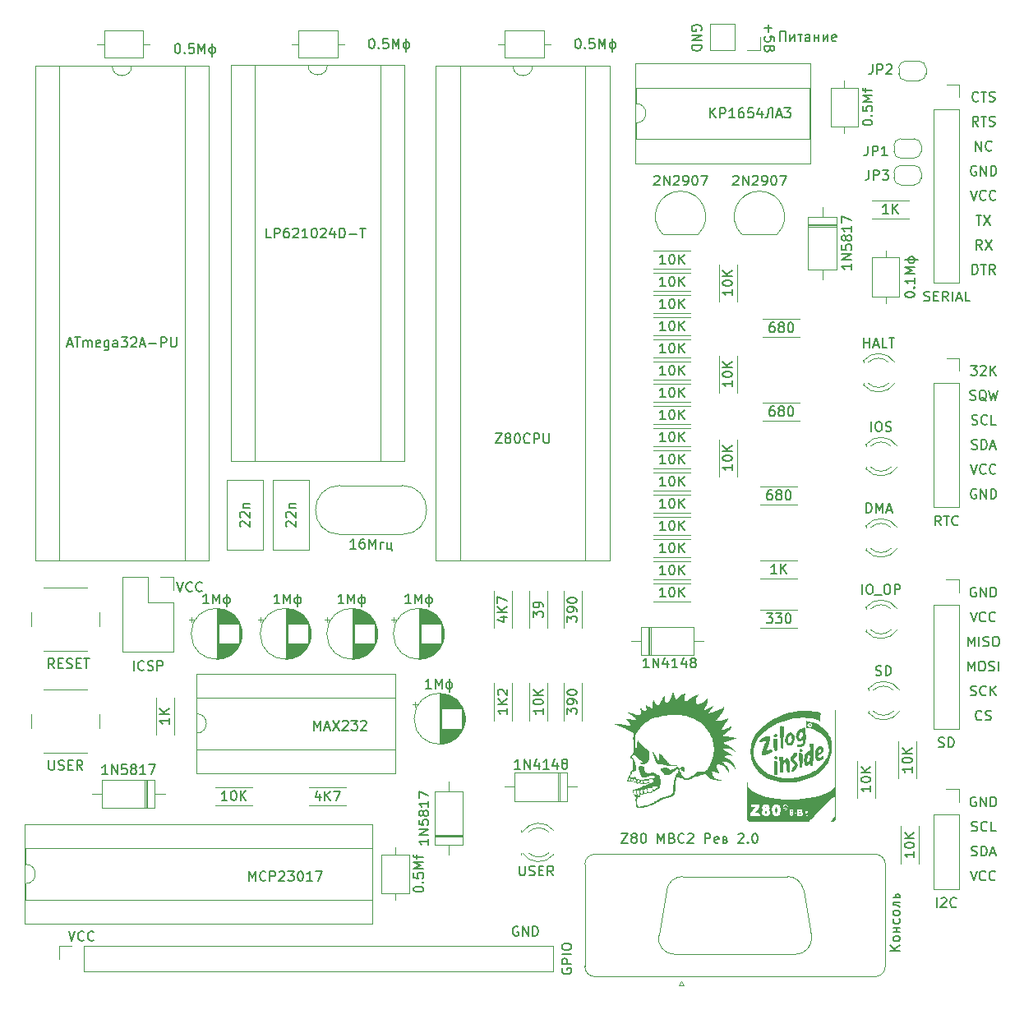
<source format=gbr>
%TF.GenerationSoftware,KiCad,Pcbnew,(6.0.5)*%
%TF.CreationDate,2022-06-12T01:05:44+10:00*%
%TF.ProjectId,gerb,67657262-2e6b-4696-9361-645f70636258,rev?*%
%TF.SameCoordinates,Original*%
%TF.FileFunction,Legend,Top*%
%TF.FilePolarity,Positive*%
%FSLAX46Y46*%
G04 Gerber Fmt 4.6, Leading zero omitted, Abs format (unit mm)*
G04 Created by KiCad (PCBNEW (6.0.5)) date 2022-06-12 01:05:44*
%MOMM*%
%LPD*%
G01*
G04 APERTURE LIST*
%ADD10C,0.150000*%
%ADD11C,0.120000*%
G04 APERTURE END LIST*
D10*
X88312190Y-114572380D02*
X88978857Y-114572380D01*
X88312190Y-115572380D01*
X88978857Y-115572380D01*
X89502666Y-115000952D02*
X89407428Y-114953333D01*
X89359809Y-114905714D01*
X89312190Y-114810476D01*
X89312190Y-114762857D01*
X89359809Y-114667619D01*
X89407428Y-114620000D01*
X89502666Y-114572380D01*
X89693142Y-114572380D01*
X89788380Y-114620000D01*
X89836000Y-114667619D01*
X89883619Y-114762857D01*
X89883619Y-114810476D01*
X89836000Y-114905714D01*
X89788380Y-114953333D01*
X89693142Y-115000952D01*
X89502666Y-115000952D01*
X89407428Y-115048571D01*
X89359809Y-115096190D01*
X89312190Y-115191428D01*
X89312190Y-115381904D01*
X89359809Y-115477142D01*
X89407428Y-115524761D01*
X89502666Y-115572380D01*
X89693142Y-115572380D01*
X89788380Y-115524761D01*
X89836000Y-115477142D01*
X89883619Y-115381904D01*
X89883619Y-115191428D01*
X89836000Y-115096190D01*
X89788380Y-115048571D01*
X89693142Y-115000952D01*
X90502666Y-114572380D02*
X90597904Y-114572380D01*
X90693142Y-114620000D01*
X90740761Y-114667619D01*
X90788380Y-114762857D01*
X90836000Y-114953333D01*
X90836000Y-115191428D01*
X90788380Y-115381904D01*
X90740761Y-115477142D01*
X90693142Y-115524761D01*
X90597904Y-115572380D01*
X90502666Y-115572380D01*
X90407428Y-115524761D01*
X90359809Y-115477142D01*
X90312190Y-115381904D01*
X90264571Y-115191428D01*
X90264571Y-114953333D01*
X90312190Y-114762857D01*
X90359809Y-114667619D01*
X90407428Y-114620000D01*
X90502666Y-114572380D01*
X92026476Y-115572380D02*
X92026476Y-114572380D01*
X92359809Y-115286666D01*
X92693142Y-114572380D01*
X92693142Y-115572380D01*
X93502666Y-115048571D02*
X93645523Y-115096190D01*
X93693142Y-115143809D01*
X93740761Y-115239047D01*
X93740761Y-115381904D01*
X93693142Y-115477142D01*
X93645523Y-115524761D01*
X93550285Y-115572380D01*
X93169333Y-115572380D01*
X93169333Y-114572380D01*
X93502666Y-114572380D01*
X93597904Y-114620000D01*
X93645523Y-114667619D01*
X93693142Y-114762857D01*
X93693142Y-114858095D01*
X93645523Y-114953333D01*
X93597904Y-115000952D01*
X93502666Y-115048571D01*
X93169333Y-115048571D01*
X94740761Y-115477142D02*
X94693142Y-115524761D01*
X94550285Y-115572380D01*
X94455047Y-115572380D01*
X94312190Y-115524761D01*
X94216952Y-115429523D01*
X94169333Y-115334285D01*
X94121714Y-115143809D01*
X94121714Y-115000952D01*
X94169333Y-114810476D01*
X94216952Y-114715238D01*
X94312190Y-114620000D01*
X94455047Y-114572380D01*
X94550285Y-114572380D01*
X94693142Y-114620000D01*
X94740761Y-114667619D01*
X95121714Y-114667619D02*
X95169333Y-114620000D01*
X95264571Y-114572380D01*
X95502666Y-114572380D01*
X95597904Y-114620000D01*
X95645523Y-114667619D01*
X95693142Y-114762857D01*
X95693142Y-114858095D01*
X95645523Y-115000952D01*
X95074095Y-115572380D01*
X95693142Y-115572380D01*
X96883619Y-115572380D02*
X96883619Y-114572380D01*
X97264571Y-114572380D01*
X97359809Y-114620000D01*
X97407428Y-114667619D01*
X97455047Y-114762857D01*
X97455047Y-114905714D01*
X97407428Y-115000952D01*
X97359809Y-115048571D01*
X97264571Y-115096190D01*
X96883619Y-115096190D01*
X98264571Y-115524761D02*
X98169333Y-115572380D01*
X97978857Y-115572380D01*
X97883619Y-115524761D01*
X97836000Y-115429523D01*
X97836000Y-115048571D01*
X97883619Y-114953333D01*
X97978857Y-114905714D01*
X98169333Y-114905714D01*
X98264571Y-114953333D01*
X98312190Y-115048571D01*
X98312190Y-115143809D01*
X97836000Y-115239047D01*
X98978857Y-115239047D02*
X99121714Y-115286666D01*
X99169333Y-115381904D01*
X99169333Y-115429523D01*
X99121714Y-115524761D01*
X99026476Y-115572380D01*
X98740761Y-115572380D01*
X98740761Y-114905714D01*
X98978857Y-114905714D01*
X99074095Y-114953333D01*
X99121714Y-115048571D01*
X99121714Y-115096190D01*
X99074095Y-115191428D01*
X98978857Y-115239047D01*
X98740761Y-115239047D01*
X100312190Y-114667619D02*
X100359809Y-114620000D01*
X100455047Y-114572380D01*
X100693142Y-114572380D01*
X100788380Y-114620000D01*
X100836000Y-114667619D01*
X100883619Y-114762857D01*
X100883619Y-114858095D01*
X100836000Y-115000952D01*
X100264571Y-115572380D01*
X100883619Y-115572380D01*
X101312190Y-115477142D02*
X101359809Y-115524761D01*
X101312190Y-115572380D01*
X101264571Y-115524761D01*
X101312190Y-115477142D01*
X101312190Y-115572380D01*
X101978857Y-114572380D02*
X102074095Y-114572380D01*
X102169333Y-114620000D01*
X102216952Y-114667619D01*
X102264571Y-114762857D01*
X102312190Y-114953333D01*
X102312190Y-115191428D01*
X102264571Y-115381904D01*
X102216952Y-115477142D01*
X102169333Y-115524761D01*
X102074095Y-115572380D01*
X101978857Y-115572380D01*
X101883619Y-115524761D01*
X101835999Y-115477142D01*
X101788380Y-115381904D01*
X101740761Y-115191428D01*
X101740761Y-114953333D01*
X101788380Y-114762857D01*
X101835999Y-114667619D01*
X101883619Y-114620000D01*
X101978857Y-114572380D01*
%TO.C,C13*%
X68680476Y-99636380D02*
X68109047Y-99636380D01*
X68394761Y-99636380D02*
X68394761Y-98636380D01*
X68299523Y-98779238D01*
X68204285Y-98874476D01*
X68109047Y-98922095D01*
X69109047Y-99636380D02*
X69109047Y-98636380D01*
X69442380Y-99350666D01*
X69775714Y-98636380D01*
X69775714Y-99636380D01*
X70537619Y-98636380D02*
X70537619Y-99969714D01*
X70442380Y-98969714D02*
X70632857Y-98969714D01*
X70728095Y-99017333D01*
X70823333Y-99112571D01*
X70870952Y-99207809D01*
X70870952Y-99398285D01*
X70823333Y-99493523D01*
X70728095Y-99588761D01*
X70632857Y-99636380D01*
X70442380Y-99636380D01*
X70347142Y-99588761D01*
X70251904Y-99493523D01*
X70204285Y-99398285D01*
X70204285Y-99207809D01*
X70251904Y-99112571D01*
X70347142Y-99017333D01*
X70442380Y-98969714D01*
%TO.C,R15*%
X92809523Y-81060380D02*
X92238095Y-81060380D01*
X92523809Y-81060380D02*
X92523809Y-80060380D01*
X92428571Y-80203238D01*
X92333333Y-80298476D01*
X92238095Y-80346095D01*
X93428571Y-80060380D02*
X93523809Y-80060380D01*
X93619047Y-80108000D01*
X93666666Y-80155619D01*
X93714285Y-80250857D01*
X93761904Y-80441333D01*
X93761904Y-80679428D01*
X93714285Y-80869904D01*
X93666666Y-80965142D01*
X93619047Y-81012761D01*
X93523809Y-81060380D01*
X93428571Y-81060380D01*
X93333333Y-81012761D01*
X93285714Y-80965142D01*
X93238095Y-80869904D01*
X93190476Y-80679428D01*
X93190476Y-80441333D01*
X93238095Y-80250857D01*
X93285714Y-80155619D01*
X93333333Y-80108000D01*
X93428571Y-80060380D01*
X94190476Y-81060380D02*
X94190476Y-80060380D01*
X94761904Y-81060380D02*
X94333333Y-80488952D01*
X94761904Y-80060380D02*
X94190476Y-80631809D01*
%TO.C,R6*%
X92809523Y-67344380D02*
X92238095Y-67344380D01*
X92523809Y-67344380D02*
X92523809Y-66344380D01*
X92428571Y-66487238D01*
X92333333Y-66582476D01*
X92238095Y-66630095D01*
X93428571Y-66344380D02*
X93523809Y-66344380D01*
X93619047Y-66392000D01*
X93666666Y-66439619D01*
X93714285Y-66534857D01*
X93761904Y-66725333D01*
X93761904Y-66963428D01*
X93714285Y-67153904D01*
X93666666Y-67249142D01*
X93619047Y-67296761D01*
X93523809Y-67344380D01*
X93428571Y-67344380D01*
X93333333Y-67296761D01*
X93285714Y-67249142D01*
X93238095Y-67153904D01*
X93190476Y-66963428D01*
X93190476Y-66725333D01*
X93238095Y-66534857D01*
X93285714Y-66439619D01*
X93333333Y-66392000D01*
X93428571Y-66344380D01*
X94190476Y-67344380D02*
X94190476Y-66344380D01*
X94761904Y-67344380D02*
X94333333Y-66772952D01*
X94761904Y-66344380D02*
X94190476Y-66915809D01*
%TO.C,R31*%
X57214285Y-110535714D02*
X57214285Y-111202380D01*
X56976190Y-110154761D02*
X56738095Y-110869047D01*
X57357142Y-110869047D01*
X57738095Y-111202380D02*
X57738095Y-110202380D01*
X58309523Y-111202380D02*
X57880952Y-110630952D01*
X58309523Y-110202380D02*
X57738095Y-110773809D01*
X58642857Y-110202380D02*
X59309523Y-110202380D01*
X58880952Y-111202380D01*
%TO.C,R7*%
X92809523Y-69630380D02*
X92238095Y-69630380D01*
X92523809Y-69630380D02*
X92523809Y-68630380D01*
X92428571Y-68773238D01*
X92333333Y-68868476D01*
X92238095Y-68916095D01*
X93428571Y-68630380D02*
X93523809Y-68630380D01*
X93619047Y-68678000D01*
X93666666Y-68725619D01*
X93714285Y-68820857D01*
X93761904Y-69011333D01*
X93761904Y-69249428D01*
X93714285Y-69439904D01*
X93666666Y-69535142D01*
X93619047Y-69582761D01*
X93523809Y-69630380D01*
X93428571Y-69630380D01*
X93333333Y-69582761D01*
X93285714Y-69535142D01*
X93238095Y-69439904D01*
X93190476Y-69249428D01*
X93190476Y-69011333D01*
X93238095Y-68820857D01*
X93285714Y-68725619D01*
X93333333Y-68678000D01*
X93428571Y-68630380D01*
X94190476Y-69630380D02*
X94190476Y-68630380D01*
X94761904Y-69630380D02*
X94333333Y-69058952D01*
X94761904Y-68630380D02*
X94190476Y-69201809D01*
%TO.C,R37*%
X47665523Y-111178380D02*
X47094095Y-111178380D01*
X47379809Y-111178380D02*
X47379809Y-110178380D01*
X47284571Y-110321238D01*
X47189333Y-110416476D01*
X47094095Y-110464095D01*
X48284571Y-110178380D02*
X48379809Y-110178380D01*
X48475047Y-110226000D01*
X48522666Y-110273619D01*
X48570285Y-110368857D01*
X48617904Y-110559333D01*
X48617904Y-110797428D01*
X48570285Y-110987904D01*
X48522666Y-111083142D01*
X48475047Y-111130761D01*
X48379809Y-111178380D01*
X48284571Y-111178380D01*
X48189333Y-111130761D01*
X48141714Y-111083142D01*
X48094095Y-110987904D01*
X48046476Y-110797428D01*
X48046476Y-110559333D01*
X48094095Y-110368857D01*
X48141714Y-110273619D01*
X48189333Y-110226000D01*
X48284571Y-110178380D01*
X49046476Y-111178380D02*
X49046476Y-110178380D01*
X49617904Y-111178380D02*
X49189333Y-110606952D01*
X49617904Y-110178380D02*
X49046476Y-110749809D01*
%TO.C,C1*%
X83758857Y-32702380D02*
X83854095Y-32702380D01*
X83949333Y-32750000D01*
X83996952Y-32797619D01*
X84044571Y-32892857D01*
X84092190Y-33083333D01*
X84092190Y-33321428D01*
X84044571Y-33511904D01*
X83996952Y-33607142D01*
X83949333Y-33654761D01*
X83854095Y-33702380D01*
X83758857Y-33702380D01*
X83663619Y-33654761D01*
X83616000Y-33607142D01*
X83568380Y-33511904D01*
X83520761Y-33321428D01*
X83520761Y-33083333D01*
X83568380Y-32892857D01*
X83616000Y-32797619D01*
X83663619Y-32750000D01*
X83758857Y-32702380D01*
X84520761Y-33607142D02*
X84568380Y-33654761D01*
X84520761Y-33702380D01*
X84473142Y-33654761D01*
X84520761Y-33607142D01*
X84520761Y-33702380D01*
X85473142Y-32702380D02*
X84996952Y-32702380D01*
X84949333Y-33178571D01*
X84996952Y-33130952D01*
X85092190Y-33083333D01*
X85330285Y-33083333D01*
X85425523Y-33130952D01*
X85473142Y-33178571D01*
X85520761Y-33273809D01*
X85520761Y-33511904D01*
X85473142Y-33607142D01*
X85425523Y-33654761D01*
X85330285Y-33702380D01*
X85092190Y-33702380D01*
X84996952Y-33654761D01*
X84949333Y-33607142D01*
X85949333Y-33702380D02*
X85949333Y-32702380D01*
X86282666Y-33416666D01*
X86616000Y-32702380D01*
X86616000Y-33702380D01*
X87377904Y-32702380D02*
X87377904Y-34035714D01*
X87282666Y-33035714D02*
X87473142Y-33035714D01*
X87568380Y-33083333D01*
X87663619Y-33178571D01*
X87711238Y-33273809D01*
X87711238Y-33464285D01*
X87663619Y-33559523D01*
X87568380Y-33654761D01*
X87473142Y-33702380D01*
X87282666Y-33702380D01*
X87187428Y-33654761D01*
X87092190Y-33559523D01*
X87044571Y-33464285D01*
X87044571Y-33273809D01*
X87092190Y-33178571D01*
X87187428Y-33083333D01*
X87282666Y-33035714D01*
%TO.C,R21*%
X103992095Y-70566380D02*
X103801619Y-70566380D01*
X103706380Y-70614000D01*
X103658761Y-70661619D01*
X103563523Y-70804476D01*
X103515904Y-70994952D01*
X103515904Y-71375904D01*
X103563523Y-71471142D01*
X103611142Y-71518761D01*
X103706380Y-71566380D01*
X103896857Y-71566380D01*
X103992095Y-71518761D01*
X104039714Y-71471142D01*
X104087333Y-71375904D01*
X104087333Y-71137809D01*
X104039714Y-71042571D01*
X103992095Y-70994952D01*
X103896857Y-70947333D01*
X103706380Y-70947333D01*
X103611142Y-70994952D01*
X103563523Y-71042571D01*
X103515904Y-71137809D01*
X104658761Y-70994952D02*
X104563523Y-70947333D01*
X104515904Y-70899714D01*
X104468285Y-70804476D01*
X104468285Y-70756857D01*
X104515904Y-70661619D01*
X104563523Y-70614000D01*
X104658761Y-70566380D01*
X104849238Y-70566380D01*
X104944476Y-70614000D01*
X104992095Y-70661619D01*
X105039714Y-70756857D01*
X105039714Y-70804476D01*
X104992095Y-70899714D01*
X104944476Y-70947333D01*
X104849238Y-70994952D01*
X104658761Y-70994952D01*
X104563523Y-71042571D01*
X104515904Y-71090190D01*
X104468285Y-71185428D01*
X104468285Y-71375904D01*
X104515904Y-71471142D01*
X104563523Y-71518761D01*
X104658761Y-71566380D01*
X104849238Y-71566380D01*
X104944476Y-71518761D01*
X104992095Y-71471142D01*
X105039714Y-71375904D01*
X105039714Y-71185428D01*
X104992095Y-71090190D01*
X104944476Y-71042571D01*
X104849238Y-70994952D01*
X105658761Y-70566380D02*
X105754000Y-70566380D01*
X105849238Y-70614000D01*
X105896857Y-70661619D01*
X105944476Y-70756857D01*
X105992095Y-70947333D01*
X105992095Y-71185428D01*
X105944476Y-71375904D01*
X105896857Y-71471142D01*
X105849238Y-71518761D01*
X105754000Y-71566380D01*
X105658761Y-71566380D01*
X105563523Y-71518761D01*
X105515904Y-71471142D01*
X105468285Y-71375904D01*
X105420666Y-71185428D01*
X105420666Y-70947333D01*
X105468285Y-70756857D01*
X105515904Y-70661619D01*
X105563523Y-70614000D01*
X105658761Y-70566380D01*
%TO.C,C4*%
X62508857Y-32702380D02*
X62604095Y-32702380D01*
X62699333Y-32750000D01*
X62746952Y-32797619D01*
X62794571Y-32892857D01*
X62842190Y-33083333D01*
X62842190Y-33321428D01*
X62794571Y-33511904D01*
X62746952Y-33607142D01*
X62699333Y-33654761D01*
X62604095Y-33702380D01*
X62508857Y-33702380D01*
X62413619Y-33654761D01*
X62366000Y-33607142D01*
X62318380Y-33511904D01*
X62270761Y-33321428D01*
X62270761Y-33083333D01*
X62318380Y-32892857D01*
X62366000Y-32797619D01*
X62413619Y-32750000D01*
X62508857Y-32702380D01*
X63270761Y-33607142D02*
X63318380Y-33654761D01*
X63270761Y-33702380D01*
X63223142Y-33654761D01*
X63270761Y-33607142D01*
X63270761Y-33702380D01*
X64223142Y-32702380D02*
X63746952Y-32702380D01*
X63699333Y-33178571D01*
X63746952Y-33130952D01*
X63842190Y-33083333D01*
X64080285Y-33083333D01*
X64175523Y-33130952D01*
X64223142Y-33178571D01*
X64270761Y-33273809D01*
X64270761Y-33511904D01*
X64223142Y-33607142D01*
X64175523Y-33654761D01*
X64080285Y-33702380D01*
X63842190Y-33702380D01*
X63746952Y-33654761D01*
X63699333Y-33607142D01*
X64699333Y-33702380D02*
X64699333Y-32702380D01*
X65032666Y-33416666D01*
X65366000Y-32702380D01*
X65366000Y-33702380D01*
X66127904Y-32702380D02*
X66127904Y-34035714D01*
X66032666Y-33035714D02*
X66223142Y-33035714D01*
X66318380Y-33083333D01*
X66413619Y-33178571D01*
X66461238Y-33273809D01*
X66461238Y-33464285D01*
X66413619Y-33559523D01*
X66318380Y-33654761D01*
X66223142Y-33702380D01*
X66032666Y-33702380D01*
X65937428Y-33654761D01*
X65842190Y-33559523D01*
X65794571Y-33464285D01*
X65794571Y-33273809D01*
X65842190Y-33178571D01*
X65937428Y-33083333D01*
X66032666Y-33035714D01*
%TO.C,C6*%
X53797619Y-82972285D02*
X53750000Y-82924666D01*
X53702380Y-82829428D01*
X53702380Y-82591333D01*
X53750000Y-82496095D01*
X53797619Y-82448476D01*
X53892857Y-82400857D01*
X53988095Y-82400857D01*
X54130952Y-82448476D01*
X54702380Y-83019904D01*
X54702380Y-82400857D01*
X53797619Y-82019904D02*
X53750000Y-81972285D01*
X53702380Y-81877047D01*
X53702380Y-81638952D01*
X53750000Y-81543714D01*
X53797619Y-81496095D01*
X53892857Y-81448476D01*
X53988095Y-81448476D01*
X54130952Y-81496095D01*
X54702380Y-82067523D01*
X54702380Y-81448476D01*
X54702380Y-81019904D02*
X54035714Y-81019904D01*
X54035714Y-80591333D01*
X54702380Y-80591333D01*
%TO.C,D4*%
X114025000Y-73154380D02*
X114025000Y-72154380D01*
X114691666Y-72154380D02*
X114882142Y-72154380D01*
X114977380Y-72202000D01*
X115072619Y-72297238D01*
X115120238Y-72487714D01*
X115120238Y-72821047D01*
X115072619Y-73011523D01*
X114977380Y-73106761D01*
X114882142Y-73154380D01*
X114691666Y-73154380D01*
X114596428Y-73106761D01*
X114501190Y-73011523D01*
X114453571Y-72821047D01*
X114453571Y-72487714D01*
X114501190Y-72297238D01*
X114596428Y-72202000D01*
X114691666Y-72154380D01*
X115501190Y-73106761D02*
X115644047Y-73154380D01*
X115882142Y-73154380D01*
X115977380Y-73106761D01*
X116025000Y-73059142D01*
X116072619Y-72963904D01*
X116072619Y-72868666D01*
X116025000Y-72773428D01*
X115977380Y-72725809D01*
X115882142Y-72678190D01*
X115691666Y-72630571D01*
X115596428Y-72582952D01*
X115548809Y-72535333D01*
X115501190Y-72440095D01*
X115501190Y-72344857D01*
X115548809Y-72249619D01*
X115596428Y-72202000D01*
X115691666Y-72154380D01*
X115929761Y-72154380D01*
X116072619Y-72202000D01*
%TO.C,U3*%
X31187142Y-64174666D02*
X31663333Y-64174666D01*
X31091904Y-64460380D02*
X31425238Y-63460380D01*
X31758571Y-64460380D01*
X31949047Y-63460380D02*
X32520476Y-63460380D01*
X32234761Y-64460380D02*
X32234761Y-63460380D01*
X32853809Y-64460380D02*
X32853809Y-63793714D01*
X32853809Y-63888952D02*
X32901428Y-63841333D01*
X32996666Y-63793714D01*
X33139523Y-63793714D01*
X33234761Y-63841333D01*
X33282380Y-63936571D01*
X33282380Y-64460380D01*
X33282380Y-63936571D02*
X33329999Y-63841333D01*
X33425238Y-63793714D01*
X33568095Y-63793714D01*
X33663333Y-63841333D01*
X33710952Y-63936571D01*
X33710952Y-64460380D01*
X34568095Y-64412761D02*
X34472857Y-64460380D01*
X34282380Y-64460380D01*
X34187142Y-64412761D01*
X34139523Y-64317523D01*
X34139523Y-63936571D01*
X34187142Y-63841333D01*
X34282380Y-63793714D01*
X34472857Y-63793714D01*
X34568095Y-63841333D01*
X34615714Y-63936571D01*
X34615714Y-64031809D01*
X34139523Y-64127047D01*
X35472857Y-63793714D02*
X35472857Y-64603238D01*
X35425238Y-64698476D01*
X35377619Y-64746095D01*
X35282380Y-64793714D01*
X35139523Y-64793714D01*
X35044285Y-64746095D01*
X35472857Y-64412761D02*
X35377619Y-64460380D01*
X35187142Y-64460380D01*
X35091904Y-64412761D01*
X35044285Y-64365142D01*
X34996666Y-64269904D01*
X34996666Y-63984190D01*
X35044285Y-63888952D01*
X35091904Y-63841333D01*
X35187142Y-63793714D01*
X35377619Y-63793714D01*
X35472857Y-63841333D01*
X36377619Y-64460380D02*
X36377619Y-63936571D01*
X36330000Y-63841333D01*
X36234761Y-63793714D01*
X36044285Y-63793714D01*
X35949047Y-63841333D01*
X36377619Y-64412761D02*
X36282380Y-64460380D01*
X36044285Y-64460380D01*
X35949047Y-64412761D01*
X35901428Y-64317523D01*
X35901428Y-64222285D01*
X35949047Y-64127047D01*
X36044285Y-64079428D01*
X36282380Y-64079428D01*
X36377619Y-64031809D01*
X36758571Y-63460380D02*
X37377619Y-63460380D01*
X37044285Y-63841333D01*
X37187142Y-63841333D01*
X37282380Y-63888952D01*
X37330000Y-63936571D01*
X37377619Y-64031809D01*
X37377619Y-64269904D01*
X37330000Y-64365142D01*
X37282380Y-64412761D01*
X37187142Y-64460380D01*
X36901428Y-64460380D01*
X36806190Y-64412761D01*
X36758571Y-64365142D01*
X37758571Y-63555619D02*
X37806190Y-63508000D01*
X37901428Y-63460380D01*
X38139523Y-63460380D01*
X38234761Y-63508000D01*
X38282380Y-63555619D01*
X38330000Y-63650857D01*
X38330000Y-63746095D01*
X38282380Y-63888952D01*
X37710952Y-64460380D01*
X38330000Y-64460380D01*
X38710952Y-64174666D02*
X39187142Y-64174666D01*
X38615714Y-64460380D02*
X38949047Y-63460380D01*
X39282380Y-64460380D01*
X39615714Y-64079428D02*
X40377619Y-64079428D01*
X40853809Y-64460380D02*
X40853809Y-63460380D01*
X41234761Y-63460380D01*
X41330000Y-63508000D01*
X41377619Y-63555619D01*
X41425238Y-63650857D01*
X41425238Y-63793714D01*
X41377619Y-63888952D01*
X41330000Y-63936571D01*
X41234761Y-63984190D01*
X40853809Y-63984190D01*
X41853809Y-63460380D02*
X41853809Y-64269904D01*
X41901428Y-64365142D01*
X41949047Y-64412761D01*
X42044285Y-64460380D01*
X42234761Y-64460380D01*
X42330000Y-64412761D01*
X42377619Y-64365142D01*
X42425238Y-64269904D01*
X42425238Y-63460380D01*
%TO.C,J4*%
X119465476Y-59675761D02*
X119608333Y-59723380D01*
X119846428Y-59723380D01*
X119941666Y-59675761D01*
X119989285Y-59628142D01*
X120036904Y-59532904D01*
X120036904Y-59437666D01*
X119989285Y-59342428D01*
X119941666Y-59294809D01*
X119846428Y-59247190D01*
X119655952Y-59199571D01*
X119560714Y-59151952D01*
X119513095Y-59104333D01*
X119465476Y-59009095D01*
X119465476Y-58913857D01*
X119513095Y-58818619D01*
X119560714Y-58771000D01*
X119655952Y-58723380D01*
X119894047Y-58723380D01*
X120036904Y-58771000D01*
X120465476Y-59199571D02*
X120798809Y-59199571D01*
X120941666Y-59723380D02*
X120465476Y-59723380D01*
X120465476Y-58723380D01*
X120941666Y-58723380D01*
X121941666Y-59723380D02*
X121608333Y-59247190D01*
X121370238Y-59723380D02*
X121370238Y-58723380D01*
X121751190Y-58723380D01*
X121846428Y-58771000D01*
X121894047Y-58818619D01*
X121941666Y-58913857D01*
X121941666Y-59056714D01*
X121894047Y-59151952D01*
X121846428Y-59199571D01*
X121751190Y-59247190D01*
X121370238Y-59247190D01*
X122370238Y-59723380D02*
X122370238Y-58723380D01*
X122798809Y-59437666D02*
X123275000Y-59437666D01*
X122703571Y-59723380D02*
X123036904Y-58723380D01*
X123370238Y-59723380D01*
X124179761Y-59723380D02*
X123703571Y-59723380D01*
X123703571Y-58723380D01*
X124442142Y-56953380D02*
X124442142Y-55953380D01*
X124680238Y-55953380D01*
X124823095Y-56001000D01*
X124918333Y-56096238D01*
X124965952Y-56191476D01*
X125013571Y-56381952D01*
X125013571Y-56524809D01*
X124965952Y-56715285D01*
X124918333Y-56810523D01*
X124823095Y-56905761D01*
X124680238Y-56953380D01*
X124442142Y-56953380D01*
X125299285Y-55953380D02*
X125870714Y-55953380D01*
X125585000Y-56953380D02*
X125585000Y-55953380D01*
X126775476Y-56953380D02*
X126442142Y-56477190D01*
X126204047Y-56953380D02*
X126204047Y-55953380D01*
X126585000Y-55953380D01*
X126680238Y-56001000D01*
X126727857Y-56048619D01*
X126775476Y-56143857D01*
X126775476Y-56286714D01*
X126727857Y-56381952D01*
X126680238Y-56429571D01*
X126585000Y-56477190D01*
X126204047Y-56477190D01*
X124251666Y-48333380D02*
X124585000Y-49333380D01*
X124918333Y-48333380D01*
X125823095Y-49238142D02*
X125775476Y-49285761D01*
X125632619Y-49333380D01*
X125537380Y-49333380D01*
X125394523Y-49285761D01*
X125299285Y-49190523D01*
X125251666Y-49095285D01*
X125204047Y-48904809D01*
X125204047Y-48761952D01*
X125251666Y-48571476D01*
X125299285Y-48476238D01*
X125394523Y-48381000D01*
X125537380Y-48333380D01*
X125632619Y-48333380D01*
X125775476Y-48381000D01*
X125823095Y-48428619D01*
X126823095Y-49238142D02*
X126775476Y-49285761D01*
X126632619Y-49333380D01*
X126537380Y-49333380D01*
X126394523Y-49285761D01*
X126299285Y-49190523D01*
X126251666Y-49095285D01*
X126204047Y-48904809D01*
X126204047Y-48761952D01*
X126251666Y-48571476D01*
X126299285Y-48476238D01*
X126394523Y-48381000D01*
X126537380Y-48333380D01*
X126632619Y-48333380D01*
X126775476Y-48381000D01*
X126823095Y-48428619D01*
X124799285Y-44253380D02*
X124799285Y-43253380D01*
X125370714Y-44253380D01*
X125370714Y-43253380D01*
X126418333Y-44158142D02*
X126370714Y-44205761D01*
X126227857Y-44253380D01*
X126132619Y-44253380D01*
X125989761Y-44205761D01*
X125894523Y-44110523D01*
X125846904Y-44015285D01*
X125799285Y-43824809D01*
X125799285Y-43681952D01*
X125846904Y-43491476D01*
X125894523Y-43396238D01*
X125989761Y-43301000D01*
X126132619Y-43253380D01*
X126227857Y-43253380D01*
X126370714Y-43301000D01*
X126418333Y-43348619D01*
X125037380Y-41713380D02*
X124704047Y-41237190D01*
X124465952Y-41713380D02*
X124465952Y-40713380D01*
X124846904Y-40713380D01*
X124942142Y-40761000D01*
X124989761Y-40808619D01*
X125037380Y-40903857D01*
X125037380Y-41046714D01*
X124989761Y-41141952D01*
X124942142Y-41189571D01*
X124846904Y-41237190D01*
X124465952Y-41237190D01*
X125323095Y-40713380D02*
X125894523Y-40713380D01*
X125608809Y-41713380D02*
X125608809Y-40713380D01*
X126180238Y-41665761D02*
X126323095Y-41713380D01*
X126561190Y-41713380D01*
X126656428Y-41665761D01*
X126704047Y-41618142D01*
X126751666Y-41522904D01*
X126751666Y-41427666D01*
X126704047Y-41332428D01*
X126656428Y-41284809D01*
X126561190Y-41237190D01*
X126370714Y-41189571D01*
X126275476Y-41141952D01*
X126227857Y-41094333D01*
X126180238Y-40999095D01*
X126180238Y-40903857D01*
X126227857Y-40808619D01*
X126275476Y-40761000D01*
X126370714Y-40713380D01*
X126608809Y-40713380D01*
X126751666Y-40761000D01*
X125037380Y-39078142D02*
X124989761Y-39125761D01*
X124846904Y-39173380D01*
X124751666Y-39173380D01*
X124608809Y-39125761D01*
X124513571Y-39030523D01*
X124465952Y-38935285D01*
X124418333Y-38744809D01*
X124418333Y-38601952D01*
X124465952Y-38411476D01*
X124513571Y-38316238D01*
X124608809Y-38221000D01*
X124751666Y-38173380D01*
X124846904Y-38173380D01*
X124989761Y-38221000D01*
X125037380Y-38268619D01*
X125323095Y-38173380D02*
X125894523Y-38173380D01*
X125608809Y-39173380D02*
X125608809Y-38173380D01*
X126180238Y-39125761D02*
X126323095Y-39173380D01*
X126561190Y-39173380D01*
X126656428Y-39125761D01*
X126704047Y-39078142D01*
X126751666Y-38982904D01*
X126751666Y-38887666D01*
X126704047Y-38792428D01*
X126656428Y-38744809D01*
X126561190Y-38697190D01*
X126370714Y-38649571D01*
X126275476Y-38601952D01*
X126227857Y-38554333D01*
X126180238Y-38459095D01*
X126180238Y-38363857D01*
X126227857Y-38268619D01*
X126275476Y-38221000D01*
X126370714Y-38173380D01*
X126608809Y-38173380D01*
X126751666Y-38221000D01*
X124823095Y-50873380D02*
X125394523Y-50873380D01*
X125108809Y-51873380D02*
X125108809Y-50873380D01*
X125632619Y-50873380D02*
X126299285Y-51873380D01*
X126299285Y-50873380D02*
X125632619Y-51873380D01*
X125418333Y-54413380D02*
X125085000Y-53937190D01*
X124846904Y-54413380D02*
X124846904Y-53413380D01*
X125227857Y-53413380D01*
X125323095Y-53461000D01*
X125370714Y-53508619D01*
X125418333Y-53603857D01*
X125418333Y-53746714D01*
X125370714Y-53841952D01*
X125323095Y-53889571D01*
X125227857Y-53937190D01*
X124846904Y-53937190D01*
X125751666Y-53413380D02*
X126418333Y-54413380D01*
X126418333Y-53413380D02*
X125751666Y-54413380D01*
X124823095Y-45841000D02*
X124727857Y-45793380D01*
X124585000Y-45793380D01*
X124442142Y-45841000D01*
X124346904Y-45936238D01*
X124299285Y-46031476D01*
X124251666Y-46221952D01*
X124251666Y-46364809D01*
X124299285Y-46555285D01*
X124346904Y-46650523D01*
X124442142Y-46745761D01*
X124585000Y-46793380D01*
X124680238Y-46793380D01*
X124823095Y-46745761D01*
X124870714Y-46698142D01*
X124870714Y-46364809D01*
X124680238Y-46364809D01*
X125299285Y-46793380D02*
X125299285Y-45793380D01*
X125870714Y-46793380D01*
X125870714Y-45793380D01*
X126346904Y-46793380D02*
X126346904Y-45793380D01*
X126585000Y-45793380D01*
X126727857Y-45841000D01*
X126823095Y-45936238D01*
X126870714Y-46031476D01*
X126918333Y-46221952D01*
X126918333Y-46364809D01*
X126870714Y-46555285D01*
X126823095Y-46650523D01*
X126727857Y-46745761D01*
X126585000Y-46793380D01*
X126346904Y-46793380D01*
%TO.C,C8*%
X66872380Y-120369047D02*
X66872380Y-120273809D01*
X66920000Y-120178571D01*
X66967619Y-120130952D01*
X67062857Y-120083333D01*
X67253333Y-120035714D01*
X67491428Y-120035714D01*
X67681904Y-120083333D01*
X67777142Y-120130952D01*
X67824761Y-120178571D01*
X67872380Y-120273809D01*
X67872380Y-120369047D01*
X67824761Y-120464285D01*
X67777142Y-120511904D01*
X67681904Y-120559523D01*
X67491428Y-120607142D01*
X67253333Y-120607142D01*
X67062857Y-120559523D01*
X66967619Y-120511904D01*
X66920000Y-120464285D01*
X66872380Y-120369047D01*
X67777142Y-119607142D02*
X67824761Y-119559523D01*
X67872380Y-119607142D01*
X67824761Y-119654761D01*
X67777142Y-119607142D01*
X67872380Y-119607142D01*
X66872380Y-118654761D02*
X66872380Y-119130952D01*
X67348571Y-119178571D01*
X67300952Y-119130952D01*
X67253333Y-119035714D01*
X67253333Y-118797619D01*
X67300952Y-118702380D01*
X67348571Y-118654761D01*
X67443809Y-118607142D01*
X67681904Y-118607142D01*
X67777142Y-118654761D01*
X67824761Y-118702380D01*
X67872380Y-118797619D01*
X67872380Y-119035714D01*
X67824761Y-119130952D01*
X67777142Y-119178571D01*
X67872380Y-118178571D02*
X66872380Y-118178571D01*
X67586666Y-117845238D01*
X66872380Y-117511904D01*
X67872380Y-117511904D01*
X67205714Y-117178571D02*
X67205714Y-116797619D01*
X67872380Y-117035714D02*
X67015238Y-117035714D01*
X66920000Y-116988095D01*
X66872380Y-116892857D01*
X66872380Y-116797619D01*
%TO.C,R2*%
X92809523Y-58200380D02*
X92238095Y-58200380D01*
X92523809Y-58200380D02*
X92523809Y-57200380D01*
X92428571Y-57343238D01*
X92333333Y-57438476D01*
X92238095Y-57486095D01*
X93428571Y-57200380D02*
X93523809Y-57200380D01*
X93619047Y-57248000D01*
X93666666Y-57295619D01*
X93714285Y-57390857D01*
X93761904Y-57581333D01*
X93761904Y-57819428D01*
X93714285Y-58009904D01*
X93666666Y-58105142D01*
X93619047Y-58152761D01*
X93523809Y-58200380D01*
X93428571Y-58200380D01*
X93333333Y-58152761D01*
X93285714Y-58105142D01*
X93238095Y-58009904D01*
X93190476Y-57819428D01*
X93190476Y-57581333D01*
X93238095Y-57390857D01*
X93285714Y-57295619D01*
X93333333Y-57248000D01*
X93428571Y-57200380D01*
X94190476Y-58200380D02*
X94190476Y-57200380D01*
X94761904Y-58200380D02*
X94333333Y-57628952D01*
X94761904Y-57200380D02*
X94190476Y-57771809D01*
%TO.C,R16*%
X92809523Y-83346380D02*
X92238095Y-83346380D01*
X92523809Y-83346380D02*
X92523809Y-82346380D01*
X92428571Y-82489238D01*
X92333333Y-82584476D01*
X92238095Y-82632095D01*
X93428571Y-82346380D02*
X93523809Y-82346380D01*
X93619047Y-82394000D01*
X93666666Y-82441619D01*
X93714285Y-82536857D01*
X93761904Y-82727333D01*
X93761904Y-82965428D01*
X93714285Y-83155904D01*
X93666666Y-83251142D01*
X93619047Y-83298761D01*
X93523809Y-83346380D01*
X93428571Y-83346380D01*
X93333333Y-83298761D01*
X93285714Y-83251142D01*
X93238095Y-83155904D01*
X93190476Y-82965428D01*
X93190476Y-82727333D01*
X93238095Y-82536857D01*
X93285714Y-82441619D01*
X93333333Y-82394000D01*
X93428571Y-82346380D01*
X94190476Y-83346380D02*
X94190476Y-82346380D01*
X94761904Y-83346380D02*
X94333333Y-82774952D01*
X94761904Y-82346380D02*
X94190476Y-82917809D01*
%TO.C,D2*%
X111992380Y-55892857D02*
X111992380Y-56464285D01*
X111992380Y-56178571D02*
X110992380Y-56178571D01*
X111135238Y-56273809D01*
X111230476Y-56369047D01*
X111278095Y-56464285D01*
X111992380Y-55464285D02*
X110992380Y-55464285D01*
X111992380Y-54892857D01*
X110992380Y-54892857D01*
X110992380Y-53940476D02*
X110992380Y-54416666D01*
X111468571Y-54464285D01*
X111420952Y-54416666D01*
X111373333Y-54321428D01*
X111373333Y-54083333D01*
X111420952Y-53988095D01*
X111468571Y-53940476D01*
X111563809Y-53892857D01*
X111801904Y-53892857D01*
X111897142Y-53940476D01*
X111944761Y-53988095D01*
X111992380Y-54083333D01*
X111992380Y-54321428D01*
X111944761Y-54416666D01*
X111897142Y-54464285D01*
X111420952Y-53321428D02*
X111373333Y-53416666D01*
X111325714Y-53464285D01*
X111230476Y-53511904D01*
X111182857Y-53511904D01*
X111087619Y-53464285D01*
X111040000Y-53416666D01*
X110992380Y-53321428D01*
X110992380Y-53130952D01*
X111040000Y-53035714D01*
X111087619Y-52988095D01*
X111182857Y-52940476D01*
X111230476Y-52940476D01*
X111325714Y-52988095D01*
X111373333Y-53035714D01*
X111420952Y-53130952D01*
X111420952Y-53321428D01*
X111468571Y-53416666D01*
X111516190Y-53464285D01*
X111611428Y-53511904D01*
X111801904Y-53511904D01*
X111897142Y-53464285D01*
X111944761Y-53416666D01*
X111992380Y-53321428D01*
X111992380Y-53130952D01*
X111944761Y-53035714D01*
X111897142Y-52988095D01*
X111801904Y-52940476D01*
X111611428Y-52940476D01*
X111516190Y-52988095D01*
X111468571Y-53035714D01*
X111420952Y-53130952D01*
X111992380Y-51988095D02*
X111992380Y-52559523D01*
X111992380Y-52273809D02*
X110992380Y-52273809D01*
X111135238Y-52369047D01*
X111230476Y-52464285D01*
X111278095Y-52559523D01*
X110992380Y-51654761D02*
X110992380Y-50988095D01*
X111992380Y-51416666D01*
%TO.C,R17*%
X92809523Y-85632380D02*
X92238095Y-85632380D01*
X92523809Y-85632380D02*
X92523809Y-84632380D01*
X92428571Y-84775238D01*
X92333333Y-84870476D01*
X92238095Y-84918095D01*
X93428571Y-84632380D02*
X93523809Y-84632380D01*
X93619047Y-84680000D01*
X93666666Y-84727619D01*
X93714285Y-84822857D01*
X93761904Y-85013333D01*
X93761904Y-85251428D01*
X93714285Y-85441904D01*
X93666666Y-85537142D01*
X93619047Y-85584761D01*
X93523809Y-85632380D01*
X93428571Y-85632380D01*
X93333333Y-85584761D01*
X93285714Y-85537142D01*
X93238095Y-85441904D01*
X93190476Y-85251428D01*
X93190476Y-85013333D01*
X93238095Y-84822857D01*
X93285714Y-84727619D01*
X93333333Y-84680000D01*
X93428571Y-84632380D01*
X94190476Y-85632380D02*
X94190476Y-84632380D01*
X94761904Y-85632380D02*
X94333333Y-85060952D01*
X94761904Y-84632380D02*
X94190476Y-85203809D01*
%TO.C,R18*%
X92809523Y-87918380D02*
X92238095Y-87918380D01*
X92523809Y-87918380D02*
X92523809Y-86918380D01*
X92428571Y-87061238D01*
X92333333Y-87156476D01*
X92238095Y-87204095D01*
X93428571Y-86918380D02*
X93523809Y-86918380D01*
X93619047Y-86966000D01*
X93666666Y-87013619D01*
X93714285Y-87108857D01*
X93761904Y-87299333D01*
X93761904Y-87537428D01*
X93714285Y-87727904D01*
X93666666Y-87823142D01*
X93619047Y-87870761D01*
X93523809Y-87918380D01*
X93428571Y-87918380D01*
X93333333Y-87870761D01*
X93285714Y-87823142D01*
X93238095Y-87727904D01*
X93190476Y-87537428D01*
X93190476Y-87299333D01*
X93238095Y-87108857D01*
X93285714Y-87013619D01*
X93333333Y-86966000D01*
X93428571Y-86918380D01*
X94190476Y-87918380D02*
X94190476Y-86918380D01*
X94761904Y-87918380D02*
X94333333Y-87346952D01*
X94761904Y-86918380D02*
X94190476Y-87489809D01*
%TO.C,R29*%
X99702380Y-76576476D02*
X99702380Y-77147904D01*
X99702380Y-76862190D02*
X98702380Y-76862190D01*
X98845238Y-76957428D01*
X98940476Y-77052666D01*
X98988095Y-77147904D01*
X98702380Y-75957428D02*
X98702380Y-75862190D01*
X98750000Y-75766952D01*
X98797619Y-75719333D01*
X98892857Y-75671714D01*
X99083333Y-75624095D01*
X99321428Y-75624095D01*
X99511904Y-75671714D01*
X99607142Y-75719333D01*
X99654761Y-75766952D01*
X99702380Y-75862190D01*
X99702380Y-75957428D01*
X99654761Y-76052666D01*
X99607142Y-76100285D01*
X99511904Y-76147904D01*
X99321428Y-76195523D01*
X99083333Y-76195523D01*
X98892857Y-76147904D01*
X98797619Y-76100285D01*
X98750000Y-76052666D01*
X98702380Y-75957428D01*
X99702380Y-75195523D02*
X98702380Y-75195523D01*
X99702380Y-74624095D02*
X99130952Y-75052666D01*
X98702380Y-74624095D02*
X99273809Y-75195523D01*
%TO.C,J2*%
X38043809Y-97777380D02*
X38043809Y-96777380D01*
X39091428Y-97682142D02*
X39043809Y-97729761D01*
X38900952Y-97777380D01*
X38805714Y-97777380D01*
X38662857Y-97729761D01*
X38567619Y-97634523D01*
X38520000Y-97539285D01*
X38472380Y-97348809D01*
X38472380Y-97205952D01*
X38520000Y-97015476D01*
X38567619Y-96920238D01*
X38662857Y-96825000D01*
X38805714Y-96777380D01*
X38900952Y-96777380D01*
X39043809Y-96825000D01*
X39091428Y-96872619D01*
X39472380Y-97729761D02*
X39615238Y-97777380D01*
X39853333Y-97777380D01*
X39948571Y-97729761D01*
X39996190Y-97682142D01*
X40043809Y-97586904D01*
X40043809Y-97491666D01*
X39996190Y-97396428D01*
X39948571Y-97348809D01*
X39853333Y-97301190D01*
X39662857Y-97253571D01*
X39567619Y-97205952D01*
X39520000Y-97158333D01*
X39472380Y-97063095D01*
X39472380Y-96967857D01*
X39520000Y-96872619D01*
X39567619Y-96825000D01*
X39662857Y-96777380D01*
X39900952Y-96777380D01*
X40043809Y-96825000D01*
X40472380Y-97777380D02*
X40472380Y-96777380D01*
X40853333Y-96777380D01*
X40948571Y-96825000D01*
X40996190Y-96872619D01*
X41043809Y-96967857D01*
X41043809Y-97110714D01*
X40996190Y-97205952D01*
X40948571Y-97253571D01*
X40853333Y-97301190D01*
X40472380Y-97301190D01*
X42484666Y-88658380D02*
X42818000Y-89658380D01*
X43151333Y-88658380D01*
X44056095Y-89563142D02*
X44008476Y-89610761D01*
X43865619Y-89658380D01*
X43770380Y-89658380D01*
X43627523Y-89610761D01*
X43532285Y-89515523D01*
X43484666Y-89420285D01*
X43437047Y-89229809D01*
X43437047Y-89086952D01*
X43484666Y-88896476D01*
X43532285Y-88801238D01*
X43627523Y-88706000D01*
X43770380Y-88658380D01*
X43865619Y-88658380D01*
X44008476Y-88706000D01*
X44056095Y-88753619D01*
X45056095Y-89563142D02*
X45008476Y-89610761D01*
X44865619Y-89658380D01*
X44770380Y-89658380D01*
X44627523Y-89610761D01*
X44532285Y-89515523D01*
X44484666Y-89420285D01*
X44437047Y-89229809D01*
X44437047Y-89086952D01*
X44484666Y-88896476D01*
X44532285Y-88801238D01*
X44627523Y-88706000D01*
X44770380Y-88658380D01*
X44865619Y-88658380D01*
X45008476Y-88706000D01*
X45056095Y-88753619D01*
%TO.C,C7*%
X113122380Y-41369047D02*
X113122380Y-41273809D01*
X113170000Y-41178571D01*
X113217619Y-41130952D01*
X113312857Y-41083333D01*
X113503333Y-41035714D01*
X113741428Y-41035714D01*
X113931904Y-41083333D01*
X114027142Y-41130952D01*
X114074761Y-41178571D01*
X114122380Y-41273809D01*
X114122380Y-41369047D01*
X114074761Y-41464285D01*
X114027142Y-41511904D01*
X113931904Y-41559523D01*
X113741428Y-41607142D01*
X113503333Y-41607142D01*
X113312857Y-41559523D01*
X113217619Y-41511904D01*
X113170000Y-41464285D01*
X113122380Y-41369047D01*
X114027142Y-40607142D02*
X114074761Y-40559523D01*
X114122380Y-40607142D01*
X114074761Y-40654761D01*
X114027142Y-40607142D01*
X114122380Y-40607142D01*
X113122380Y-39654761D02*
X113122380Y-40130952D01*
X113598571Y-40178571D01*
X113550952Y-40130952D01*
X113503333Y-40035714D01*
X113503333Y-39797619D01*
X113550952Y-39702380D01*
X113598571Y-39654761D01*
X113693809Y-39607142D01*
X113931904Y-39607142D01*
X114027142Y-39654761D01*
X114074761Y-39702380D01*
X114122380Y-39797619D01*
X114122380Y-40035714D01*
X114074761Y-40130952D01*
X114027142Y-40178571D01*
X114122380Y-39178571D02*
X113122380Y-39178571D01*
X113836666Y-38845238D01*
X113122380Y-38511904D01*
X114122380Y-38511904D01*
X113455714Y-38178571D02*
X113455714Y-37797619D01*
X114122380Y-38035714D02*
X113265238Y-38035714D01*
X113170000Y-37988095D01*
X113122380Y-37892857D01*
X113122380Y-37797619D01*
%TO.C,Q1*%
X99785714Y-46885619D02*
X99833333Y-46838000D01*
X99928571Y-46790380D01*
X100166666Y-46790380D01*
X100261904Y-46838000D01*
X100309523Y-46885619D01*
X100357142Y-46980857D01*
X100357142Y-47076095D01*
X100309523Y-47218952D01*
X99738095Y-47790380D01*
X100357142Y-47790380D01*
X100785714Y-47790380D02*
X100785714Y-46790380D01*
X101357142Y-47790380D01*
X101357142Y-46790380D01*
X101785714Y-46885619D02*
X101833333Y-46838000D01*
X101928571Y-46790380D01*
X102166666Y-46790380D01*
X102261904Y-46838000D01*
X102309523Y-46885619D01*
X102357142Y-46980857D01*
X102357142Y-47076095D01*
X102309523Y-47218952D01*
X101738095Y-47790380D01*
X102357142Y-47790380D01*
X102833333Y-47790380D02*
X103023809Y-47790380D01*
X103119047Y-47742761D01*
X103166666Y-47695142D01*
X103261904Y-47552285D01*
X103309523Y-47361809D01*
X103309523Y-46980857D01*
X103261904Y-46885619D01*
X103214285Y-46838000D01*
X103119047Y-46790380D01*
X102928571Y-46790380D01*
X102833333Y-46838000D01*
X102785714Y-46885619D01*
X102738095Y-46980857D01*
X102738095Y-47218952D01*
X102785714Y-47314190D01*
X102833333Y-47361809D01*
X102928571Y-47409428D01*
X103119047Y-47409428D01*
X103214285Y-47361809D01*
X103261904Y-47314190D01*
X103309523Y-47218952D01*
X103928571Y-46790380D02*
X104023809Y-46790380D01*
X104119047Y-46838000D01*
X104166666Y-46885619D01*
X104214285Y-46980857D01*
X104261904Y-47171333D01*
X104261904Y-47409428D01*
X104214285Y-47599904D01*
X104166666Y-47695142D01*
X104119047Y-47742761D01*
X104023809Y-47790380D01*
X103928571Y-47790380D01*
X103833333Y-47742761D01*
X103785714Y-47695142D01*
X103738095Y-47599904D01*
X103690476Y-47409428D01*
X103690476Y-47171333D01*
X103738095Y-46980857D01*
X103785714Y-46885619D01*
X103833333Y-46838000D01*
X103928571Y-46790380D01*
X104595238Y-46790380D02*
X105261904Y-46790380D01*
X104833333Y-47790380D01*
%TO.C,U4*%
X52198380Y-53204380D02*
X51722190Y-53204380D01*
X51722190Y-52204380D01*
X52531714Y-53204380D02*
X52531714Y-52204380D01*
X52912666Y-52204380D01*
X53007904Y-52252000D01*
X53055523Y-52299619D01*
X53103142Y-52394857D01*
X53103142Y-52537714D01*
X53055523Y-52632952D01*
X53007904Y-52680571D01*
X52912666Y-52728190D01*
X52531714Y-52728190D01*
X53960285Y-52204380D02*
X53769809Y-52204380D01*
X53674571Y-52252000D01*
X53626952Y-52299619D01*
X53531714Y-52442476D01*
X53484095Y-52632952D01*
X53484095Y-53013904D01*
X53531714Y-53109142D01*
X53579333Y-53156761D01*
X53674571Y-53204380D01*
X53865047Y-53204380D01*
X53960285Y-53156761D01*
X54007904Y-53109142D01*
X54055523Y-53013904D01*
X54055523Y-52775809D01*
X54007904Y-52680571D01*
X53960285Y-52632952D01*
X53865047Y-52585333D01*
X53674571Y-52585333D01*
X53579333Y-52632952D01*
X53531714Y-52680571D01*
X53484095Y-52775809D01*
X54436476Y-52299619D02*
X54484095Y-52252000D01*
X54579333Y-52204380D01*
X54817428Y-52204380D01*
X54912666Y-52252000D01*
X54960285Y-52299619D01*
X55007904Y-52394857D01*
X55007904Y-52490095D01*
X54960285Y-52632952D01*
X54388857Y-53204380D01*
X55007904Y-53204380D01*
X55960285Y-53204380D02*
X55388857Y-53204380D01*
X55674571Y-53204380D02*
X55674571Y-52204380D01*
X55579333Y-52347238D01*
X55484095Y-52442476D01*
X55388857Y-52490095D01*
X56579333Y-52204380D02*
X56674571Y-52204380D01*
X56769809Y-52252000D01*
X56817428Y-52299619D01*
X56865047Y-52394857D01*
X56912666Y-52585333D01*
X56912666Y-52823428D01*
X56865047Y-53013904D01*
X56817428Y-53109142D01*
X56769809Y-53156761D01*
X56674571Y-53204380D01*
X56579333Y-53204380D01*
X56484095Y-53156761D01*
X56436476Y-53109142D01*
X56388857Y-53013904D01*
X56341238Y-52823428D01*
X56341238Y-52585333D01*
X56388857Y-52394857D01*
X56436476Y-52299619D01*
X56484095Y-52252000D01*
X56579333Y-52204380D01*
X57293619Y-52299619D02*
X57341238Y-52252000D01*
X57436476Y-52204380D01*
X57674571Y-52204380D01*
X57769809Y-52252000D01*
X57817428Y-52299619D01*
X57865047Y-52394857D01*
X57865047Y-52490095D01*
X57817428Y-52632952D01*
X57246000Y-53204380D01*
X57865047Y-53204380D01*
X58722190Y-52537714D02*
X58722190Y-53204380D01*
X58484095Y-52156761D02*
X58246000Y-52871047D01*
X58865047Y-52871047D01*
X59246000Y-53204380D02*
X59246000Y-52204380D01*
X59484095Y-52204380D01*
X59626952Y-52252000D01*
X59722190Y-52347238D01*
X59769809Y-52442476D01*
X59817428Y-52632952D01*
X59817428Y-52775809D01*
X59769809Y-52966285D01*
X59722190Y-53061523D01*
X59626952Y-53156761D01*
X59484095Y-53204380D01*
X59246000Y-53204380D01*
X60246000Y-52823428D02*
X61007904Y-52823428D01*
X61341238Y-52204380D02*
X61912666Y-52204380D01*
X61626952Y-53204380D02*
X61626952Y-52204380D01*
%TO.C,R30*%
X82702380Y-92785714D02*
X82702380Y-92166666D01*
X83083333Y-92500000D01*
X83083333Y-92357142D01*
X83130952Y-92261904D01*
X83178571Y-92214285D01*
X83273809Y-92166666D01*
X83511904Y-92166666D01*
X83607142Y-92214285D01*
X83654761Y-92261904D01*
X83702380Y-92357142D01*
X83702380Y-92642857D01*
X83654761Y-92738095D01*
X83607142Y-92785714D01*
X83702380Y-91690476D02*
X83702380Y-91500000D01*
X83654761Y-91404761D01*
X83607142Y-91357142D01*
X83464285Y-91261904D01*
X83273809Y-91214285D01*
X82892857Y-91214285D01*
X82797619Y-91261904D01*
X82750000Y-91309523D01*
X82702380Y-91404761D01*
X82702380Y-91595238D01*
X82750000Y-91690476D01*
X82797619Y-91738095D01*
X82892857Y-91785714D01*
X83130952Y-91785714D01*
X83226190Y-91738095D01*
X83273809Y-91690476D01*
X83321428Y-91595238D01*
X83321428Y-91404761D01*
X83273809Y-91309523D01*
X83226190Y-91261904D01*
X83130952Y-91214285D01*
X82702380Y-90595238D02*
X82702380Y-90500000D01*
X82750000Y-90404761D01*
X82797619Y-90357142D01*
X82892857Y-90309523D01*
X83083333Y-90261904D01*
X83321428Y-90261904D01*
X83511904Y-90309523D01*
X83607142Y-90357142D01*
X83654761Y-90404761D01*
X83702380Y-90500000D01*
X83702380Y-90595238D01*
X83654761Y-90690476D01*
X83607142Y-90738095D01*
X83511904Y-90785714D01*
X83321428Y-90833333D01*
X83083333Y-90833333D01*
X82892857Y-90785714D01*
X82797619Y-90738095D01*
X82750000Y-90690476D01*
X82702380Y-90595238D01*
%TO.C,C11*%
X59680476Y-90886380D02*
X59109047Y-90886380D01*
X59394761Y-90886380D02*
X59394761Y-89886380D01*
X59299523Y-90029238D01*
X59204285Y-90124476D01*
X59109047Y-90172095D01*
X60109047Y-90886380D02*
X60109047Y-89886380D01*
X60442380Y-90600666D01*
X60775714Y-89886380D01*
X60775714Y-90886380D01*
X61537619Y-89886380D02*
X61537619Y-91219714D01*
X61442380Y-90219714D02*
X61632857Y-90219714D01*
X61728095Y-90267333D01*
X61823333Y-90362571D01*
X61870952Y-90457809D01*
X61870952Y-90648285D01*
X61823333Y-90743523D01*
X61728095Y-90838761D01*
X61632857Y-90886380D01*
X61442380Y-90886380D01*
X61347142Y-90838761D01*
X61251904Y-90743523D01*
X61204285Y-90648285D01*
X61204285Y-90457809D01*
X61251904Y-90362571D01*
X61347142Y-90267333D01*
X61442380Y-90219714D01*
%TO.C,U6*%
X56645333Y-103946380D02*
X56645333Y-102946380D01*
X56978666Y-103660666D01*
X57312000Y-102946380D01*
X57312000Y-103946380D01*
X57740571Y-103660666D02*
X58216761Y-103660666D01*
X57645333Y-103946380D02*
X57978666Y-102946380D01*
X58312000Y-103946380D01*
X58550095Y-102946380D02*
X59216761Y-103946380D01*
X59216761Y-102946380D02*
X58550095Y-103946380D01*
X59550095Y-103041619D02*
X59597714Y-102994000D01*
X59692952Y-102946380D01*
X59931047Y-102946380D01*
X60026285Y-102994000D01*
X60073904Y-103041619D01*
X60121523Y-103136857D01*
X60121523Y-103232095D01*
X60073904Y-103374952D01*
X59502476Y-103946380D01*
X60121523Y-103946380D01*
X60454857Y-102946380D02*
X61073904Y-102946380D01*
X60740571Y-103327333D01*
X60883428Y-103327333D01*
X60978666Y-103374952D01*
X61026285Y-103422571D01*
X61073904Y-103517809D01*
X61073904Y-103755904D01*
X61026285Y-103851142D01*
X60978666Y-103898761D01*
X60883428Y-103946380D01*
X60597714Y-103946380D01*
X60502476Y-103898761D01*
X60454857Y-103851142D01*
X61454857Y-103041619D02*
X61502476Y-102994000D01*
X61597714Y-102946380D01*
X61835809Y-102946380D01*
X61931047Y-102994000D01*
X61978666Y-103041619D01*
X62026285Y-103136857D01*
X62026285Y-103232095D01*
X61978666Y-103374952D01*
X61407238Y-103946380D01*
X62026285Y-103946380D01*
%TO.C,JP2*%
X114162666Y-35344380D02*
X114162666Y-36058666D01*
X114115047Y-36201523D01*
X114019809Y-36296761D01*
X113876952Y-36344380D01*
X113781714Y-36344380D01*
X114638857Y-36344380D02*
X114638857Y-35344380D01*
X115019809Y-35344380D01*
X115115047Y-35392000D01*
X115162666Y-35439619D01*
X115210285Y-35534857D01*
X115210285Y-35677714D01*
X115162666Y-35772952D01*
X115115047Y-35820571D01*
X115019809Y-35868190D01*
X114638857Y-35868190D01*
X115591238Y-35439619D02*
X115638857Y-35392000D01*
X115734095Y-35344380D01*
X115972190Y-35344380D01*
X116067428Y-35392000D01*
X116115047Y-35439619D01*
X116162666Y-35534857D01*
X116162666Y-35630095D01*
X116115047Y-35772952D01*
X115543619Y-36344380D01*
X116162666Y-36344380D01*
%TO.C,D1*%
X35357142Y-108482380D02*
X34785714Y-108482380D01*
X35071428Y-108482380D02*
X35071428Y-107482380D01*
X34976190Y-107625238D01*
X34880952Y-107720476D01*
X34785714Y-107768095D01*
X35785714Y-108482380D02*
X35785714Y-107482380D01*
X36357142Y-108482380D01*
X36357142Y-107482380D01*
X37309523Y-107482380D02*
X36833333Y-107482380D01*
X36785714Y-107958571D01*
X36833333Y-107910952D01*
X36928571Y-107863333D01*
X37166666Y-107863333D01*
X37261904Y-107910952D01*
X37309523Y-107958571D01*
X37357142Y-108053809D01*
X37357142Y-108291904D01*
X37309523Y-108387142D01*
X37261904Y-108434761D01*
X37166666Y-108482380D01*
X36928571Y-108482380D01*
X36833333Y-108434761D01*
X36785714Y-108387142D01*
X37928571Y-107910952D02*
X37833333Y-107863333D01*
X37785714Y-107815714D01*
X37738095Y-107720476D01*
X37738095Y-107672857D01*
X37785714Y-107577619D01*
X37833333Y-107530000D01*
X37928571Y-107482380D01*
X38119047Y-107482380D01*
X38214285Y-107530000D01*
X38261904Y-107577619D01*
X38309523Y-107672857D01*
X38309523Y-107720476D01*
X38261904Y-107815714D01*
X38214285Y-107863333D01*
X38119047Y-107910952D01*
X37928571Y-107910952D01*
X37833333Y-107958571D01*
X37785714Y-108006190D01*
X37738095Y-108101428D01*
X37738095Y-108291904D01*
X37785714Y-108387142D01*
X37833333Y-108434761D01*
X37928571Y-108482380D01*
X38119047Y-108482380D01*
X38214285Y-108434761D01*
X38261904Y-108387142D01*
X38309523Y-108291904D01*
X38309523Y-108101428D01*
X38261904Y-108006190D01*
X38214285Y-107958571D01*
X38119047Y-107910952D01*
X39261904Y-108482380D02*
X38690476Y-108482380D01*
X38976190Y-108482380D02*
X38976190Y-107482380D01*
X38880952Y-107625238D01*
X38785714Y-107720476D01*
X38690476Y-107768095D01*
X39595238Y-107482380D02*
X40261904Y-107482380D01*
X39833333Y-108482380D01*
%TO.C,R33*%
X75851714Y-92289714D02*
X76518380Y-92289714D01*
X75470761Y-92527809D02*
X76185047Y-92765904D01*
X76185047Y-92146857D01*
X76518380Y-91765904D02*
X75518380Y-91765904D01*
X76518380Y-91194476D02*
X75946952Y-91623047D01*
X75518380Y-91194476D02*
X76089809Y-91765904D01*
X75518380Y-90861142D02*
X75518380Y-90194476D01*
X76518380Y-90623047D01*
%TO.C,R1*%
X92809523Y-55914380D02*
X92238095Y-55914380D01*
X92523809Y-55914380D02*
X92523809Y-54914380D01*
X92428571Y-55057238D01*
X92333333Y-55152476D01*
X92238095Y-55200095D01*
X93428571Y-54914380D02*
X93523809Y-54914380D01*
X93619047Y-54962000D01*
X93666666Y-55009619D01*
X93714285Y-55104857D01*
X93761904Y-55295333D01*
X93761904Y-55533428D01*
X93714285Y-55723904D01*
X93666666Y-55819142D01*
X93619047Y-55866761D01*
X93523809Y-55914380D01*
X93428571Y-55914380D01*
X93333333Y-55866761D01*
X93285714Y-55819142D01*
X93238095Y-55723904D01*
X93190476Y-55533428D01*
X93190476Y-55295333D01*
X93238095Y-55104857D01*
X93285714Y-55009619D01*
X93333333Y-54962000D01*
X93428571Y-54914380D01*
X94190476Y-55914380D02*
X94190476Y-54914380D01*
X94761904Y-55914380D02*
X94333333Y-55342952D01*
X94761904Y-54914380D02*
X94190476Y-55485809D01*
%TO.C,R26*%
X79202380Y-92309523D02*
X79202380Y-91690476D01*
X79583333Y-92023809D01*
X79583333Y-91880952D01*
X79630952Y-91785714D01*
X79678571Y-91738095D01*
X79773809Y-91690476D01*
X80011904Y-91690476D01*
X80107142Y-91738095D01*
X80154761Y-91785714D01*
X80202380Y-91880952D01*
X80202380Y-92166666D01*
X80154761Y-92261904D01*
X80107142Y-92309523D01*
X80202380Y-91214285D02*
X80202380Y-91023809D01*
X80154761Y-90928571D01*
X80107142Y-90880952D01*
X79964285Y-90785714D01*
X79773809Y-90738095D01*
X79392857Y-90738095D01*
X79297619Y-90785714D01*
X79250000Y-90833333D01*
X79202380Y-90928571D01*
X79202380Y-91119047D01*
X79250000Y-91214285D01*
X79297619Y-91261904D01*
X79392857Y-91309523D01*
X79630952Y-91309523D01*
X79726190Y-91261904D01*
X79773809Y-91214285D01*
X79821428Y-91119047D01*
X79821428Y-90928571D01*
X79773809Y-90833333D01*
X79726190Y-90785714D01*
X79630952Y-90738095D01*
%TO.C,SW1*%
X29853619Y-97560380D02*
X29520285Y-97084190D01*
X29282190Y-97560380D02*
X29282190Y-96560380D01*
X29663142Y-96560380D01*
X29758380Y-96608000D01*
X29806000Y-96655619D01*
X29853619Y-96750857D01*
X29853619Y-96893714D01*
X29806000Y-96988952D01*
X29758380Y-97036571D01*
X29663142Y-97084190D01*
X29282190Y-97084190D01*
X30282190Y-97036571D02*
X30615523Y-97036571D01*
X30758380Y-97560380D02*
X30282190Y-97560380D01*
X30282190Y-96560380D01*
X30758380Y-96560380D01*
X31139333Y-97512761D02*
X31282190Y-97560380D01*
X31520285Y-97560380D01*
X31615523Y-97512761D01*
X31663142Y-97465142D01*
X31710761Y-97369904D01*
X31710761Y-97274666D01*
X31663142Y-97179428D01*
X31615523Y-97131809D01*
X31520285Y-97084190D01*
X31329809Y-97036571D01*
X31234571Y-96988952D01*
X31186952Y-96941333D01*
X31139333Y-96846095D01*
X31139333Y-96750857D01*
X31186952Y-96655619D01*
X31234571Y-96608000D01*
X31329809Y-96560380D01*
X31567904Y-96560380D01*
X31710761Y-96608000D01*
X32139333Y-97036571D02*
X32472666Y-97036571D01*
X32615523Y-97560380D02*
X32139333Y-97560380D01*
X32139333Y-96560380D01*
X32615523Y-96560380D01*
X32901238Y-96560380D02*
X33472666Y-96560380D01*
X33186952Y-97560380D02*
X33186952Y-96560380D01*
%TO.C,R34*%
X113952380Y-109690476D02*
X113952380Y-110261904D01*
X113952380Y-109976190D02*
X112952380Y-109976190D01*
X113095238Y-110071428D01*
X113190476Y-110166666D01*
X113238095Y-110261904D01*
X112952380Y-109071428D02*
X112952380Y-108976190D01*
X113000000Y-108880952D01*
X113047619Y-108833333D01*
X113142857Y-108785714D01*
X113333333Y-108738095D01*
X113571428Y-108738095D01*
X113761904Y-108785714D01*
X113857142Y-108833333D01*
X113904761Y-108880952D01*
X113952380Y-108976190D01*
X113952380Y-109071428D01*
X113904761Y-109166666D01*
X113857142Y-109214285D01*
X113761904Y-109261904D01*
X113571428Y-109309523D01*
X113333333Y-109309523D01*
X113142857Y-109261904D01*
X113047619Y-109214285D01*
X113000000Y-109166666D01*
X112952380Y-109071428D01*
X113952380Y-108309523D02*
X112952380Y-108309523D01*
X113952380Y-107738095D02*
X113380952Y-108166666D01*
X112952380Y-107738095D02*
X113523809Y-108309523D01*
%TO.C,R23*%
X103992095Y-61930380D02*
X103801619Y-61930380D01*
X103706380Y-61978000D01*
X103658761Y-62025619D01*
X103563523Y-62168476D01*
X103515904Y-62358952D01*
X103515904Y-62739904D01*
X103563523Y-62835142D01*
X103611142Y-62882761D01*
X103706380Y-62930380D01*
X103896857Y-62930380D01*
X103992095Y-62882761D01*
X104039714Y-62835142D01*
X104087333Y-62739904D01*
X104087333Y-62501809D01*
X104039714Y-62406571D01*
X103992095Y-62358952D01*
X103896857Y-62311333D01*
X103706380Y-62311333D01*
X103611142Y-62358952D01*
X103563523Y-62406571D01*
X103515904Y-62501809D01*
X104658761Y-62358952D02*
X104563523Y-62311333D01*
X104515904Y-62263714D01*
X104468285Y-62168476D01*
X104468285Y-62120857D01*
X104515904Y-62025619D01*
X104563523Y-61978000D01*
X104658761Y-61930380D01*
X104849238Y-61930380D01*
X104944476Y-61978000D01*
X104992095Y-62025619D01*
X105039714Y-62120857D01*
X105039714Y-62168476D01*
X104992095Y-62263714D01*
X104944476Y-62311333D01*
X104849238Y-62358952D01*
X104658761Y-62358952D01*
X104563523Y-62406571D01*
X104515904Y-62454190D01*
X104468285Y-62549428D01*
X104468285Y-62739904D01*
X104515904Y-62835142D01*
X104563523Y-62882761D01*
X104658761Y-62930380D01*
X104849238Y-62930380D01*
X104944476Y-62882761D01*
X104992095Y-62835142D01*
X105039714Y-62739904D01*
X105039714Y-62549428D01*
X104992095Y-62454190D01*
X104944476Y-62406571D01*
X104849238Y-62358952D01*
X105658761Y-61930380D02*
X105754000Y-61930380D01*
X105849238Y-61978000D01*
X105896857Y-62025619D01*
X105944476Y-62120857D01*
X105992095Y-62311333D01*
X105992095Y-62549428D01*
X105944476Y-62739904D01*
X105896857Y-62835142D01*
X105849238Y-62882761D01*
X105754000Y-62930380D01*
X105658761Y-62930380D01*
X105563523Y-62882761D01*
X105515904Y-62835142D01*
X105468285Y-62739904D01*
X105420666Y-62549428D01*
X105420666Y-62311333D01*
X105468285Y-62120857D01*
X105515904Y-62025619D01*
X105563523Y-61978000D01*
X105658761Y-61930380D01*
%TO.C,D5*%
X113266000Y-64518380D02*
X113266000Y-63518380D01*
X113266000Y-63994571D02*
X113837428Y-63994571D01*
X113837428Y-64518380D02*
X113837428Y-63518380D01*
X114266000Y-64232666D02*
X114742190Y-64232666D01*
X114170761Y-64518380D02*
X114504095Y-63518380D01*
X114837428Y-64518380D01*
X115646952Y-64518380D02*
X115170761Y-64518380D01*
X115170761Y-63518380D01*
X115837428Y-63518380D02*
X116408857Y-63518380D01*
X116123142Y-64518380D02*
X116123142Y-63518380D01*
%TO.C,R32*%
X82702380Y-102285714D02*
X82702380Y-101666666D01*
X83083333Y-102000000D01*
X83083333Y-101857142D01*
X83130952Y-101761904D01*
X83178571Y-101714285D01*
X83273809Y-101666666D01*
X83511904Y-101666666D01*
X83607142Y-101714285D01*
X83654761Y-101761904D01*
X83702380Y-101857142D01*
X83702380Y-102142857D01*
X83654761Y-102238095D01*
X83607142Y-102285714D01*
X83702380Y-101190476D02*
X83702380Y-101000000D01*
X83654761Y-100904761D01*
X83607142Y-100857142D01*
X83464285Y-100761904D01*
X83273809Y-100714285D01*
X82892857Y-100714285D01*
X82797619Y-100761904D01*
X82750000Y-100809523D01*
X82702380Y-100904761D01*
X82702380Y-101095238D01*
X82750000Y-101190476D01*
X82797619Y-101238095D01*
X82892857Y-101285714D01*
X83130952Y-101285714D01*
X83226190Y-101238095D01*
X83273809Y-101190476D01*
X83321428Y-101095238D01*
X83321428Y-100904761D01*
X83273809Y-100809523D01*
X83226190Y-100761904D01*
X83130952Y-100714285D01*
X82702380Y-100095238D02*
X82702380Y-100000000D01*
X82750000Y-99904761D01*
X82797619Y-99857142D01*
X82892857Y-99809523D01*
X83083333Y-99761904D01*
X83321428Y-99761904D01*
X83511904Y-99809523D01*
X83607142Y-99857142D01*
X83654761Y-99904761D01*
X83702380Y-100000000D01*
X83702380Y-100095238D01*
X83654761Y-100190476D01*
X83607142Y-100238095D01*
X83511904Y-100285714D01*
X83321428Y-100333333D01*
X83083333Y-100333333D01*
X82892857Y-100285714D01*
X82797619Y-100238095D01*
X82750000Y-100190476D01*
X82702380Y-100095238D01*
%TO.C,SW2*%
X29285714Y-107024380D02*
X29285714Y-107833904D01*
X29333333Y-107929142D01*
X29380952Y-107976761D01*
X29476190Y-108024380D01*
X29666666Y-108024380D01*
X29761904Y-107976761D01*
X29809523Y-107929142D01*
X29857142Y-107833904D01*
X29857142Y-107024380D01*
X30285714Y-107976761D02*
X30428571Y-108024380D01*
X30666666Y-108024380D01*
X30761904Y-107976761D01*
X30809523Y-107929142D01*
X30857142Y-107833904D01*
X30857142Y-107738666D01*
X30809523Y-107643428D01*
X30761904Y-107595809D01*
X30666666Y-107548190D01*
X30476190Y-107500571D01*
X30380952Y-107452952D01*
X30333333Y-107405333D01*
X30285714Y-107310095D01*
X30285714Y-107214857D01*
X30333333Y-107119619D01*
X30380952Y-107072000D01*
X30476190Y-107024380D01*
X30714285Y-107024380D01*
X30857142Y-107072000D01*
X31285714Y-107500571D02*
X31619047Y-107500571D01*
X31761904Y-108024380D02*
X31285714Y-108024380D01*
X31285714Y-107024380D01*
X31761904Y-107024380D01*
X32761904Y-108024380D02*
X32428571Y-107548190D01*
X32190476Y-108024380D02*
X32190476Y-107024380D01*
X32571428Y-107024380D01*
X32666666Y-107072000D01*
X32714285Y-107119619D01*
X32761904Y-107214857D01*
X32761904Y-107357714D01*
X32714285Y-107452952D01*
X32666666Y-107500571D01*
X32571428Y-107548190D01*
X32190476Y-107548190D01*
%TO.C,R11*%
X115785714Y-50744380D02*
X115214285Y-50744380D01*
X115500000Y-50744380D02*
X115500000Y-49744380D01*
X115404761Y-49887238D01*
X115309523Y-49982476D01*
X115214285Y-50030095D01*
X116214285Y-50744380D02*
X116214285Y-49744380D01*
X116785714Y-50744380D02*
X116357142Y-50172952D01*
X116785714Y-49744380D02*
X116214285Y-50315809D01*
%TO.C,C10*%
X53076476Y-90886380D02*
X52505047Y-90886380D01*
X52790761Y-90886380D02*
X52790761Y-89886380D01*
X52695523Y-90029238D01*
X52600285Y-90124476D01*
X52505047Y-90172095D01*
X53505047Y-90886380D02*
X53505047Y-89886380D01*
X53838380Y-90600666D01*
X54171714Y-89886380D01*
X54171714Y-90886380D01*
X54933619Y-89886380D02*
X54933619Y-91219714D01*
X54838380Y-90219714D02*
X55028857Y-90219714D01*
X55124095Y-90267333D01*
X55219333Y-90362571D01*
X55266952Y-90457809D01*
X55266952Y-90648285D01*
X55219333Y-90743523D01*
X55124095Y-90838761D01*
X55028857Y-90886380D01*
X54838380Y-90886380D01*
X54743142Y-90838761D01*
X54647904Y-90743523D01*
X54600285Y-90648285D01*
X54600285Y-90457809D01*
X54647904Y-90362571D01*
X54743142Y-90267333D01*
X54838380Y-90219714D01*
%TO.C,U2*%
X97448761Y-40838380D02*
X97448761Y-39838380D01*
X98020190Y-40838380D02*
X97591619Y-40266952D01*
X98020190Y-39838380D02*
X97448761Y-40409809D01*
X98448761Y-40838380D02*
X98448761Y-39838380D01*
X98829714Y-39838380D01*
X98924952Y-39886000D01*
X98972571Y-39933619D01*
X99020190Y-40028857D01*
X99020190Y-40171714D01*
X98972571Y-40266952D01*
X98924952Y-40314571D01*
X98829714Y-40362190D01*
X98448761Y-40362190D01*
X99972571Y-40838380D02*
X99401142Y-40838380D01*
X99686857Y-40838380D02*
X99686857Y-39838380D01*
X99591619Y-39981238D01*
X99496380Y-40076476D01*
X99401142Y-40124095D01*
X100829714Y-39838380D02*
X100639238Y-39838380D01*
X100544000Y-39886000D01*
X100496380Y-39933619D01*
X100401142Y-40076476D01*
X100353523Y-40266952D01*
X100353523Y-40647904D01*
X100401142Y-40743142D01*
X100448761Y-40790761D01*
X100544000Y-40838380D01*
X100734476Y-40838380D01*
X100829714Y-40790761D01*
X100877333Y-40743142D01*
X100924952Y-40647904D01*
X100924952Y-40409809D01*
X100877333Y-40314571D01*
X100829714Y-40266952D01*
X100734476Y-40219333D01*
X100544000Y-40219333D01*
X100448761Y-40266952D01*
X100401142Y-40314571D01*
X100353523Y-40409809D01*
X101829714Y-39838380D02*
X101353523Y-39838380D01*
X101305904Y-40314571D01*
X101353523Y-40266952D01*
X101448761Y-40219333D01*
X101686857Y-40219333D01*
X101782095Y-40266952D01*
X101829714Y-40314571D01*
X101877333Y-40409809D01*
X101877333Y-40647904D01*
X101829714Y-40743142D01*
X101782095Y-40790761D01*
X101686857Y-40838380D01*
X101448761Y-40838380D01*
X101353523Y-40790761D01*
X101305904Y-40743142D01*
X102734476Y-40171714D02*
X102734476Y-40838380D01*
X102496380Y-39790761D02*
X102258285Y-40505047D01*
X102877333Y-40505047D01*
X103829714Y-40838380D02*
X103829714Y-39838380D01*
X103686857Y-39838380D01*
X103544000Y-39886000D01*
X103448761Y-39981238D01*
X103401142Y-40124095D01*
X103305904Y-40695523D01*
X103258285Y-40790761D01*
X103163047Y-40838380D01*
X103115428Y-40838380D01*
X104258285Y-40552666D02*
X104734476Y-40552666D01*
X104163047Y-40838380D02*
X104496380Y-39838380D01*
X104829714Y-40838380D01*
X105067809Y-39838380D02*
X105686857Y-39838380D01*
X105353523Y-40219333D01*
X105496380Y-40219333D01*
X105591619Y-40266952D01*
X105639238Y-40314571D01*
X105686857Y-40409809D01*
X105686857Y-40647904D01*
X105639238Y-40743142D01*
X105591619Y-40790761D01*
X105496380Y-40838380D01*
X105210666Y-40838380D01*
X105115428Y-40790761D01*
X105067809Y-40743142D01*
%TO.C,R24*%
X99702380Y-58542476D02*
X99702380Y-59113904D01*
X99702380Y-58828190D02*
X98702380Y-58828190D01*
X98845238Y-58923428D01*
X98940476Y-59018666D01*
X98988095Y-59113904D01*
X98702380Y-57923428D02*
X98702380Y-57828190D01*
X98750000Y-57732952D01*
X98797619Y-57685333D01*
X98892857Y-57637714D01*
X99083333Y-57590095D01*
X99321428Y-57590095D01*
X99511904Y-57637714D01*
X99607142Y-57685333D01*
X99654761Y-57732952D01*
X99702380Y-57828190D01*
X99702380Y-57923428D01*
X99654761Y-58018666D01*
X99607142Y-58066285D01*
X99511904Y-58113904D01*
X99321428Y-58161523D01*
X99083333Y-58161523D01*
X98892857Y-58113904D01*
X98797619Y-58066285D01*
X98750000Y-58018666D01*
X98702380Y-57923428D01*
X99702380Y-57161523D02*
X98702380Y-57161523D01*
X99702380Y-56590095D02*
X99130952Y-57018666D01*
X98702380Y-56590095D02*
X99273809Y-57161523D01*
%TO.C,D8*%
X77780714Y-117912380D02*
X77780714Y-118721904D01*
X77828333Y-118817142D01*
X77875952Y-118864761D01*
X77971190Y-118912380D01*
X78161666Y-118912380D01*
X78256904Y-118864761D01*
X78304523Y-118817142D01*
X78352142Y-118721904D01*
X78352142Y-117912380D01*
X78780714Y-118864761D02*
X78923571Y-118912380D01*
X79161666Y-118912380D01*
X79256904Y-118864761D01*
X79304523Y-118817142D01*
X79352142Y-118721904D01*
X79352142Y-118626666D01*
X79304523Y-118531428D01*
X79256904Y-118483809D01*
X79161666Y-118436190D01*
X78971190Y-118388571D01*
X78875952Y-118340952D01*
X78828333Y-118293333D01*
X78780714Y-118198095D01*
X78780714Y-118102857D01*
X78828333Y-118007619D01*
X78875952Y-117960000D01*
X78971190Y-117912380D01*
X79209285Y-117912380D01*
X79352142Y-117960000D01*
X79780714Y-118388571D02*
X80114047Y-118388571D01*
X80256904Y-118912380D02*
X79780714Y-118912380D01*
X79780714Y-117912380D01*
X80256904Y-117912380D01*
X81256904Y-118912380D02*
X80923571Y-118436190D01*
X80685476Y-118912380D02*
X80685476Y-117912380D01*
X81066428Y-117912380D01*
X81161666Y-117960000D01*
X81209285Y-118007619D01*
X81256904Y-118102857D01*
X81256904Y-118245714D01*
X81209285Y-118340952D01*
X81161666Y-118388571D01*
X81066428Y-118436190D01*
X80685476Y-118436190D01*
%TO.C,R13*%
X92809523Y-76488380D02*
X92238095Y-76488380D01*
X92523809Y-76488380D02*
X92523809Y-75488380D01*
X92428571Y-75631238D01*
X92333333Y-75726476D01*
X92238095Y-75774095D01*
X93428571Y-75488380D02*
X93523809Y-75488380D01*
X93619047Y-75536000D01*
X93666666Y-75583619D01*
X93714285Y-75678857D01*
X93761904Y-75869333D01*
X93761904Y-76107428D01*
X93714285Y-76297904D01*
X93666666Y-76393142D01*
X93619047Y-76440761D01*
X93523809Y-76488380D01*
X93428571Y-76488380D01*
X93333333Y-76440761D01*
X93285714Y-76393142D01*
X93238095Y-76297904D01*
X93190476Y-76107428D01*
X93190476Y-75869333D01*
X93238095Y-75678857D01*
X93285714Y-75583619D01*
X93333333Y-75536000D01*
X93428571Y-75488380D01*
X94190476Y-76488380D02*
X94190476Y-75488380D01*
X94761904Y-76488380D02*
X94333333Y-75916952D01*
X94761904Y-75488380D02*
X94190476Y-76059809D01*
%TO.C,R20*%
X76538380Y-101690476D02*
X76538380Y-102261904D01*
X76538380Y-101976190D02*
X75538380Y-101976190D01*
X75681238Y-102071428D01*
X75776476Y-102166666D01*
X75824095Y-102261904D01*
X76538380Y-101261904D02*
X75538380Y-101261904D01*
X76538380Y-100690476D02*
X75966952Y-101119047D01*
X75538380Y-100690476D02*
X76109809Y-101261904D01*
X75633619Y-100309523D02*
X75586000Y-100261904D01*
X75538380Y-100166666D01*
X75538380Y-99928571D01*
X75586000Y-99833333D01*
X75633619Y-99785714D01*
X75728857Y-99738095D01*
X75824095Y-99738095D01*
X75966952Y-99785714D01*
X76538380Y-100357142D01*
X76538380Y-99738095D01*
%TO.C,J6*%
X120964285Y-105634761D02*
X121107142Y-105682380D01*
X121345238Y-105682380D01*
X121440476Y-105634761D01*
X121488095Y-105587142D01*
X121535714Y-105491904D01*
X121535714Y-105396666D01*
X121488095Y-105301428D01*
X121440476Y-105253809D01*
X121345238Y-105206190D01*
X121154761Y-105158571D01*
X121059523Y-105110952D01*
X121011904Y-105063333D01*
X120964285Y-104968095D01*
X120964285Y-104872857D01*
X121011904Y-104777619D01*
X121059523Y-104730000D01*
X121154761Y-104682380D01*
X121392857Y-104682380D01*
X121535714Y-104730000D01*
X121964285Y-105682380D02*
X121964285Y-104682380D01*
X122202380Y-104682380D01*
X122345238Y-104730000D01*
X122440476Y-104825238D01*
X122488095Y-104920476D01*
X122535714Y-105110952D01*
X122535714Y-105253809D01*
X122488095Y-105444285D01*
X122440476Y-105539523D01*
X122345238Y-105634761D01*
X122202380Y-105682380D01*
X121964285Y-105682380D01*
X123988571Y-97832380D02*
X123988571Y-96832380D01*
X124321904Y-97546666D01*
X124655238Y-96832380D01*
X124655238Y-97832380D01*
X125321904Y-96832380D02*
X125512380Y-96832380D01*
X125607619Y-96880000D01*
X125702857Y-96975238D01*
X125750476Y-97165714D01*
X125750476Y-97499047D01*
X125702857Y-97689523D01*
X125607619Y-97784761D01*
X125512380Y-97832380D01*
X125321904Y-97832380D01*
X125226666Y-97784761D01*
X125131428Y-97689523D01*
X125083809Y-97499047D01*
X125083809Y-97165714D01*
X125131428Y-96975238D01*
X125226666Y-96880000D01*
X125321904Y-96832380D01*
X126131428Y-97784761D02*
X126274285Y-97832380D01*
X126512380Y-97832380D01*
X126607619Y-97784761D01*
X126655238Y-97737142D01*
X126702857Y-97641904D01*
X126702857Y-97546666D01*
X126655238Y-97451428D01*
X126607619Y-97403809D01*
X126512380Y-97356190D01*
X126321904Y-97308571D01*
X126226666Y-97260952D01*
X126179047Y-97213333D01*
X126131428Y-97118095D01*
X126131428Y-97022857D01*
X126179047Y-96927619D01*
X126226666Y-96880000D01*
X126321904Y-96832380D01*
X126560000Y-96832380D01*
X126702857Y-96880000D01*
X127131428Y-97832380D02*
X127131428Y-96832380D01*
X123988571Y-95292380D02*
X123988571Y-94292380D01*
X124321904Y-95006666D01*
X124655238Y-94292380D01*
X124655238Y-95292380D01*
X125131428Y-95292380D02*
X125131428Y-94292380D01*
X125560000Y-95244761D02*
X125702857Y-95292380D01*
X125940952Y-95292380D01*
X126036190Y-95244761D01*
X126083809Y-95197142D01*
X126131428Y-95101904D01*
X126131428Y-95006666D01*
X126083809Y-94911428D01*
X126036190Y-94863809D01*
X125940952Y-94816190D01*
X125750476Y-94768571D01*
X125655238Y-94720952D01*
X125607619Y-94673333D01*
X125560000Y-94578095D01*
X125560000Y-94482857D01*
X125607619Y-94387619D01*
X125655238Y-94340000D01*
X125750476Y-94292380D01*
X125988571Y-94292380D01*
X126131428Y-94340000D01*
X126750476Y-94292380D02*
X126940952Y-94292380D01*
X127036190Y-94340000D01*
X127131428Y-94435238D01*
X127179047Y-94625714D01*
X127179047Y-94959047D01*
X127131428Y-95149523D01*
X127036190Y-95244761D01*
X126940952Y-95292380D01*
X126750476Y-95292380D01*
X126655238Y-95244761D01*
X126560000Y-95149523D01*
X126512380Y-94959047D01*
X126512380Y-94625714D01*
X126560000Y-94435238D01*
X126655238Y-94340000D01*
X126750476Y-94292380D01*
X124274285Y-100324761D02*
X124417142Y-100372380D01*
X124655238Y-100372380D01*
X124750476Y-100324761D01*
X124798095Y-100277142D01*
X124845714Y-100181904D01*
X124845714Y-100086666D01*
X124798095Y-99991428D01*
X124750476Y-99943809D01*
X124655238Y-99896190D01*
X124464761Y-99848571D01*
X124369523Y-99800952D01*
X124321904Y-99753333D01*
X124274285Y-99658095D01*
X124274285Y-99562857D01*
X124321904Y-99467619D01*
X124369523Y-99420000D01*
X124464761Y-99372380D01*
X124702857Y-99372380D01*
X124845714Y-99420000D01*
X125845714Y-100277142D02*
X125798095Y-100324761D01*
X125655238Y-100372380D01*
X125560000Y-100372380D01*
X125417142Y-100324761D01*
X125321904Y-100229523D01*
X125274285Y-100134285D01*
X125226666Y-99943809D01*
X125226666Y-99800952D01*
X125274285Y-99610476D01*
X125321904Y-99515238D01*
X125417142Y-99420000D01*
X125560000Y-99372380D01*
X125655238Y-99372380D01*
X125798095Y-99420000D01*
X125845714Y-99467619D01*
X126274285Y-100372380D02*
X126274285Y-99372380D01*
X126845714Y-100372380D02*
X126417142Y-99800952D01*
X126845714Y-99372380D02*
X126274285Y-99943809D01*
X125393333Y-102817142D02*
X125345714Y-102864761D01*
X125202857Y-102912380D01*
X125107619Y-102912380D01*
X124964761Y-102864761D01*
X124869523Y-102769523D01*
X124821904Y-102674285D01*
X124774285Y-102483809D01*
X124774285Y-102340952D01*
X124821904Y-102150476D01*
X124869523Y-102055238D01*
X124964761Y-101960000D01*
X125107619Y-101912380D01*
X125202857Y-101912380D01*
X125345714Y-101960000D01*
X125393333Y-102007619D01*
X125774285Y-102864761D02*
X125917142Y-102912380D01*
X126155238Y-102912380D01*
X126250476Y-102864761D01*
X126298095Y-102817142D01*
X126345714Y-102721904D01*
X126345714Y-102626666D01*
X126298095Y-102531428D01*
X126250476Y-102483809D01*
X126155238Y-102436190D01*
X125964761Y-102388571D01*
X125869523Y-102340952D01*
X125821904Y-102293333D01*
X125774285Y-102198095D01*
X125774285Y-102102857D01*
X125821904Y-102007619D01*
X125869523Y-101960000D01*
X125964761Y-101912380D01*
X126202857Y-101912380D01*
X126345714Y-101960000D01*
X124798095Y-89260000D02*
X124702857Y-89212380D01*
X124560000Y-89212380D01*
X124417142Y-89260000D01*
X124321904Y-89355238D01*
X124274285Y-89450476D01*
X124226666Y-89640952D01*
X124226666Y-89783809D01*
X124274285Y-89974285D01*
X124321904Y-90069523D01*
X124417142Y-90164761D01*
X124560000Y-90212380D01*
X124655238Y-90212380D01*
X124798095Y-90164761D01*
X124845714Y-90117142D01*
X124845714Y-89783809D01*
X124655238Y-89783809D01*
X125274285Y-90212380D02*
X125274285Y-89212380D01*
X125845714Y-90212380D01*
X125845714Y-89212380D01*
X126321904Y-90212380D02*
X126321904Y-89212380D01*
X126560000Y-89212380D01*
X126702857Y-89260000D01*
X126798095Y-89355238D01*
X126845714Y-89450476D01*
X126893333Y-89640952D01*
X126893333Y-89783809D01*
X126845714Y-89974285D01*
X126798095Y-90069523D01*
X126702857Y-90164761D01*
X126560000Y-90212380D01*
X126321904Y-90212380D01*
X124226666Y-91752380D02*
X124560000Y-92752380D01*
X124893333Y-91752380D01*
X125798095Y-92657142D02*
X125750476Y-92704761D01*
X125607619Y-92752380D01*
X125512380Y-92752380D01*
X125369523Y-92704761D01*
X125274285Y-92609523D01*
X125226666Y-92514285D01*
X125179047Y-92323809D01*
X125179047Y-92180952D01*
X125226666Y-91990476D01*
X125274285Y-91895238D01*
X125369523Y-91800000D01*
X125512380Y-91752380D01*
X125607619Y-91752380D01*
X125750476Y-91800000D01*
X125798095Y-91847619D01*
X126798095Y-92657142D02*
X126750476Y-92704761D01*
X126607619Y-92752380D01*
X126512380Y-92752380D01*
X126369523Y-92704761D01*
X126274285Y-92609523D01*
X126226666Y-92514285D01*
X126179047Y-92323809D01*
X126179047Y-92180952D01*
X126226666Y-91990476D01*
X126274285Y-91895238D01*
X126369523Y-91800000D01*
X126512380Y-91752380D01*
X126607619Y-91752380D01*
X126750476Y-91800000D01*
X126798095Y-91847619D01*
%TO.C,J8*%
X116952380Y-126630921D02*
X115952380Y-126630921D01*
X116952380Y-126059492D02*
X116380952Y-126488064D01*
X115952380Y-126059492D02*
X116523809Y-126630921D01*
X116952380Y-125488064D02*
X116904761Y-125583302D01*
X116857142Y-125630921D01*
X116761904Y-125678540D01*
X116476190Y-125678540D01*
X116380952Y-125630921D01*
X116333333Y-125583302D01*
X116285714Y-125488064D01*
X116285714Y-125345207D01*
X116333333Y-125249969D01*
X116380952Y-125202349D01*
X116476190Y-125154730D01*
X116761904Y-125154730D01*
X116857142Y-125202349D01*
X116904761Y-125249969D01*
X116952380Y-125345207D01*
X116952380Y-125488064D01*
X116619047Y-124726159D02*
X116619047Y-124297588D01*
X116285714Y-124726159D02*
X116952380Y-124726159D01*
X116285714Y-124297588D02*
X116952380Y-124297588D01*
X116904761Y-123392826D02*
X116952380Y-123488064D01*
X116952380Y-123678540D01*
X116904761Y-123773778D01*
X116857142Y-123821397D01*
X116761904Y-123869016D01*
X116476190Y-123869016D01*
X116380952Y-123821397D01*
X116333333Y-123773778D01*
X116285714Y-123678540D01*
X116285714Y-123488064D01*
X116333333Y-123392826D01*
X116952380Y-122821397D02*
X116904761Y-122916635D01*
X116857142Y-122964254D01*
X116761904Y-123011873D01*
X116476190Y-123011873D01*
X116380952Y-122964254D01*
X116333333Y-122916635D01*
X116285714Y-122821397D01*
X116285714Y-122678540D01*
X116333333Y-122583302D01*
X116380952Y-122535683D01*
X116476190Y-122488064D01*
X116761904Y-122488064D01*
X116857142Y-122535683D01*
X116904761Y-122583302D01*
X116952380Y-122678540D01*
X116952380Y-122821397D01*
X116952380Y-121678540D02*
X116285714Y-121678540D01*
X116285714Y-121821397D01*
X116333333Y-121916635D01*
X116428571Y-121964254D01*
X116809523Y-122011873D01*
X116904761Y-122059492D01*
X116952380Y-122154730D01*
X116285714Y-121202349D02*
X116952380Y-121202349D01*
X116952380Y-120964254D01*
X116904761Y-120869016D01*
X116809523Y-120821397D01*
X116666666Y-120821397D01*
X116571428Y-120869016D01*
X116523809Y-120964254D01*
X116523809Y-121202349D01*
%TO.C,R25*%
X80202380Y-101690476D02*
X80202380Y-102261904D01*
X80202380Y-101976190D02*
X79202380Y-101976190D01*
X79345238Y-102071428D01*
X79440476Y-102166666D01*
X79488095Y-102261904D01*
X79202380Y-101071428D02*
X79202380Y-100976190D01*
X79250000Y-100880952D01*
X79297619Y-100833333D01*
X79392857Y-100785714D01*
X79583333Y-100738095D01*
X79821428Y-100738095D01*
X80011904Y-100785714D01*
X80107142Y-100833333D01*
X80154761Y-100880952D01*
X80202380Y-100976190D01*
X80202380Y-101071428D01*
X80154761Y-101166666D01*
X80107142Y-101214285D01*
X80011904Y-101261904D01*
X79821428Y-101309523D01*
X79583333Y-101309523D01*
X79392857Y-101261904D01*
X79297619Y-101214285D01*
X79250000Y-101166666D01*
X79202380Y-101071428D01*
X80202380Y-100309523D02*
X79202380Y-100309523D01*
X80202380Y-99738095D02*
X79630952Y-100166666D01*
X79202380Y-99738095D02*
X79773809Y-100309523D01*
%TO.C,D11*%
X114493285Y-98252761D02*
X114636142Y-98300380D01*
X114874238Y-98300380D01*
X114969476Y-98252761D01*
X115017095Y-98205142D01*
X115064714Y-98109904D01*
X115064714Y-98014666D01*
X115017095Y-97919428D01*
X114969476Y-97871809D01*
X114874238Y-97824190D01*
X114683761Y-97776571D01*
X114588523Y-97728952D01*
X114540904Y-97681333D01*
X114493285Y-97586095D01*
X114493285Y-97490857D01*
X114540904Y-97395619D01*
X114588523Y-97348000D01*
X114683761Y-97300380D01*
X114921857Y-97300380D01*
X115064714Y-97348000D01*
X115493285Y-98300380D02*
X115493285Y-97300380D01*
X115731380Y-97300380D01*
X115874238Y-97348000D01*
X115969476Y-97443238D01*
X116017095Y-97538476D01*
X116064714Y-97728952D01*
X116064714Y-97871809D01*
X116017095Y-98062285D01*
X115969476Y-98157523D01*
X115874238Y-98252761D01*
X115731380Y-98300380D01*
X115493285Y-98300380D01*
%TO.C,J7*%
X82180000Y-128475000D02*
X82132380Y-128570238D01*
X82132380Y-128713095D01*
X82180000Y-128855952D01*
X82275238Y-128951190D01*
X82370476Y-128998809D01*
X82560952Y-129046428D01*
X82703809Y-129046428D01*
X82894285Y-128998809D01*
X82989523Y-128951190D01*
X83084761Y-128855952D01*
X83132380Y-128713095D01*
X83132380Y-128617857D01*
X83084761Y-128475000D01*
X83037142Y-128427380D01*
X82703809Y-128427380D01*
X82703809Y-128617857D01*
X83132380Y-127998809D02*
X82132380Y-127998809D01*
X82132380Y-127617857D01*
X82180000Y-127522619D01*
X82227619Y-127475000D01*
X82322857Y-127427380D01*
X82465714Y-127427380D01*
X82560952Y-127475000D01*
X82608571Y-127522619D01*
X82656190Y-127617857D01*
X82656190Y-127998809D01*
X83132380Y-126998809D02*
X82132380Y-126998809D01*
X82132380Y-126332142D02*
X82132380Y-126141666D01*
X82180000Y-126046428D01*
X82275238Y-125951190D01*
X82465714Y-125903571D01*
X82799047Y-125903571D01*
X82989523Y-125951190D01*
X83084761Y-126046428D01*
X83132380Y-126141666D01*
X83132380Y-126332142D01*
X83084761Y-126427380D01*
X82989523Y-126522619D01*
X82799047Y-126570238D01*
X82465714Y-126570238D01*
X82275238Y-126522619D01*
X82180000Y-126427380D01*
X82132380Y-126332142D01*
X31332666Y-124641380D02*
X31666000Y-125641380D01*
X31999333Y-124641380D01*
X32904095Y-125546142D02*
X32856476Y-125593761D01*
X32713619Y-125641380D01*
X32618380Y-125641380D01*
X32475523Y-125593761D01*
X32380285Y-125498523D01*
X32332666Y-125403285D01*
X32285047Y-125212809D01*
X32285047Y-125069952D01*
X32332666Y-124879476D01*
X32380285Y-124784238D01*
X32475523Y-124689000D01*
X32618380Y-124641380D01*
X32713619Y-124641380D01*
X32856476Y-124689000D01*
X32904095Y-124736619D01*
X33904095Y-125546142D02*
X33856476Y-125593761D01*
X33713619Y-125641380D01*
X33618380Y-125641380D01*
X33475523Y-125593761D01*
X33380285Y-125498523D01*
X33332666Y-125403285D01*
X33285047Y-125212809D01*
X33285047Y-125069952D01*
X33332666Y-124879476D01*
X33380285Y-124784238D01*
X33475523Y-124689000D01*
X33618380Y-124641380D01*
X33713619Y-124641380D01*
X33856476Y-124689000D01*
X33904095Y-124736619D01*
X77624095Y-124181000D02*
X77528857Y-124133380D01*
X77386000Y-124133380D01*
X77243142Y-124181000D01*
X77147904Y-124276238D01*
X77100285Y-124371476D01*
X77052666Y-124561952D01*
X77052666Y-124704809D01*
X77100285Y-124895285D01*
X77147904Y-124990523D01*
X77243142Y-125085761D01*
X77386000Y-125133380D01*
X77481238Y-125133380D01*
X77624095Y-125085761D01*
X77671714Y-125038142D01*
X77671714Y-124704809D01*
X77481238Y-124704809D01*
X78100285Y-125133380D02*
X78100285Y-124133380D01*
X78671714Y-125133380D01*
X78671714Y-124133380D01*
X79147904Y-125133380D02*
X79147904Y-124133380D01*
X79386000Y-124133380D01*
X79528857Y-124181000D01*
X79624095Y-124276238D01*
X79671714Y-124371476D01*
X79719333Y-124561952D01*
X79719333Y-124704809D01*
X79671714Y-124895285D01*
X79624095Y-124990523D01*
X79528857Y-125085761D01*
X79386000Y-125133380D01*
X79147904Y-125133380D01*
%TO.C,R14*%
X92809523Y-78774380D02*
X92238095Y-78774380D01*
X92523809Y-78774380D02*
X92523809Y-77774380D01*
X92428571Y-77917238D01*
X92333333Y-78012476D01*
X92238095Y-78060095D01*
X93428571Y-77774380D02*
X93523809Y-77774380D01*
X93619047Y-77822000D01*
X93666666Y-77869619D01*
X93714285Y-77964857D01*
X93761904Y-78155333D01*
X93761904Y-78393428D01*
X93714285Y-78583904D01*
X93666666Y-78679142D01*
X93619047Y-78726761D01*
X93523809Y-78774380D01*
X93428571Y-78774380D01*
X93333333Y-78726761D01*
X93285714Y-78679142D01*
X93238095Y-78583904D01*
X93190476Y-78393428D01*
X93190476Y-78155333D01*
X93238095Y-77964857D01*
X93285714Y-77869619D01*
X93333333Y-77822000D01*
X93428571Y-77774380D01*
X94190476Y-78774380D02*
X94190476Y-77774380D01*
X94761904Y-78774380D02*
X94333333Y-78202952D01*
X94761904Y-77774380D02*
X94190476Y-78345809D01*
%TO.C,D9*%
X77857142Y-107916380D02*
X77285714Y-107916380D01*
X77571428Y-107916380D02*
X77571428Y-106916380D01*
X77476190Y-107059238D01*
X77380952Y-107154476D01*
X77285714Y-107202095D01*
X78285714Y-107916380D02*
X78285714Y-106916380D01*
X78857142Y-107916380D01*
X78857142Y-106916380D01*
X79761904Y-107249714D02*
X79761904Y-107916380D01*
X79523809Y-106868761D02*
X79285714Y-107583047D01*
X79904761Y-107583047D01*
X80809523Y-107916380D02*
X80238095Y-107916380D01*
X80523809Y-107916380D02*
X80523809Y-106916380D01*
X80428571Y-107059238D01*
X80333333Y-107154476D01*
X80238095Y-107202095D01*
X81666666Y-107249714D02*
X81666666Y-107916380D01*
X81428571Y-106868761D02*
X81190476Y-107583047D01*
X81809523Y-107583047D01*
X82333333Y-107344952D02*
X82238095Y-107297333D01*
X82190476Y-107249714D01*
X82142857Y-107154476D01*
X82142857Y-107106857D01*
X82190476Y-107011619D01*
X82238095Y-106964000D01*
X82333333Y-106916380D01*
X82523809Y-106916380D01*
X82619047Y-106964000D01*
X82666666Y-107011619D01*
X82714285Y-107106857D01*
X82714285Y-107154476D01*
X82666666Y-107249714D01*
X82619047Y-107297333D01*
X82523809Y-107344952D01*
X82333333Y-107344952D01*
X82238095Y-107392571D01*
X82190476Y-107440190D01*
X82142857Y-107535428D01*
X82142857Y-107725904D01*
X82190476Y-107821142D01*
X82238095Y-107868761D01*
X82333333Y-107916380D01*
X82523809Y-107916380D01*
X82619047Y-107868761D01*
X82666666Y-107821142D01*
X82714285Y-107725904D01*
X82714285Y-107535428D01*
X82666666Y-107440190D01*
X82619047Y-107392571D01*
X82523809Y-107344952D01*
%TO.C,R36*%
X103214285Y-91902380D02*
X103833333Y-91902380D01*
X103500000Y-92283333D01*
X103642857Y-92283333D01*
X103738095Y-92330952D01*
X103785714Y-92378571D01*
X103833333Y-92473809D01*
X103833333Y-92711904D01*
X103785714Y-92807142D01*
X103738095Y-92854761D01*
X103642857Y-92902380D01*
X103357142Y-92902380D01*
X103261904Y-92854761D01*
X103214285Y-92807142D01*
X104166666Y-91902380D02*
X104785714Y-91902380D01*
X104452380Y-92283333D01*
X104595238Y-92283333D01*
X104690476Y-92330952D01*
X104738095Y-92378571D01*
X104785714Y-92473809D01*
X104785714Y-92711904D01*
X104738095Y-92807142D01*
X104690476Y-92854761D01*
X104595238Y-92902380D01*
X104309523Y-92902380D01*
X104214285Y-92854761D01*
X104166666Y-92807142D01*
X105404761Y-91902380D02*
X105500000Y-91902380D01*
X105595238Y-91950000D01*
X105642857Y-91997619D01*
X105690476Y-92092857D01*
X105738095Y-92283333D01*
X105738095Y-92521428D01*
X105690476Y-92711904D01*
X105642857Y-92807142D01*
X105595238Y-92854761D01*
X105500000Y-92902380D01*
X105404761Y-92902380D01*
X105309523Y-92854761D01*
X105261904Y-92807142D01*
X105214285Y-92711904D01*
X105166666Y-92521428D01*
X105166666Y-92283333D01*
X105214285Y-92092857D01*
X105261904Y-91997619D01*
X105309523Y-91950000D01*
X105404761Y-91902380D01*
%TO.C,R19*%
X92809523Y-90204380D02*
X92238095Y-90204380D01*
X92523809Y-90204380D02*
X92523809Y-89204380D01*
X92428571Y-89347238D01*
X92333333Y-89442476D01*
X92238095Y-89490095D01*
X93428571Y-89204380D02*
X93523809Y-89204380D01*
X93619047Y-89252000D01*
X93666666Y-89299619D01*
X93714285Y-89394857D01*
X93761904Y-89585333D01*
X93761904Y-89823428D01*
X93714285Y-90013904D01*
X93666666Y-90109142D01*
X93619047Y-90156761D01*
X93523809Y-90204380D01*
X93428571Y-90204380D01*
X93333333Y-90156761D01*
X93285714Y-90109142D01*
X93238095Y-90013904D01*
X93190476Y-89823428D01*
X93190476Y-89585333D01*
X93238095Y-89394857D01*
X93285714Y-89299619D01*
X93333333Y-89252000D01*
X93428571Y-89204380D01*
X94190476Y-90204380D02*
X94190476Y-89204380D01*
X94761904Y-90204380D02*
X94333333Y-89632952D01*
X94761904Y-89204380D02*
X94190476Y-89775809D01*
%TO.C,C2*%
X42508857Y-33210380D02*
X42604095Y-33210380D01*
X42699333Y-33258000D01*
X42746952Y-33305619D01*
X42794571Y-33400857D01*
X42842190Y-33591333D01*
X42842190Y-33829428D01*
X42794571Y-34019904D01*
X42746952Y-34115142D01*
X42699333Y-34162761D01*
X42604095Y-34210380D01*
X42508857Y-34210380D01*
X42413619Y-34162761D01*
X42366000Y-34115142D01*
X42318380Y-34019904D01*
X42270761Y-33829428D01*
X42270761Y-33591333D01*
X42318380Y-33400857D01*
X42366000Y-33305619D01*
X42413619Y-33258000D01*
X42508857Y-33210380D01*
X43270761Y-34115142D02*
X43318380Y-34162761D01*
X43270761Y-34210380D01*
X43223142Y-34162761D01*
X43270761Y-34115142D01*
X43270761Y-34210380D01*
X44223142Y-33210380D02*
X43746952Y-33210380D01*
X43699333Y-33686571D01*
X43746952Y-33638952D01*
X43842190Y-33591333D01*
X44080285Y-33591333D01*
X44175523Y-33638952D01*
X44223142Y-33686571D01*
X44270761Y-33781809D01*
X44270761Y-34019904D01*
X44223142Y-34115142D01*
X44175523Y-34162761D01*
X44080285Y-34210380D01*
X43842190Y-34210380D01*
X43746952Y-34162761D01*
X43699333Y-34115142D01*
X44699333Y-34210380D02*
X44699333Y-33210380D01*
X45032666Y-33924666D01*
X45366000Y-33210380D01*
X45366000Y-34210380D01*
X46127904Y-33210380D02*
X46127904Y-34543714D01*
X46032666Y-33543714D02*
X46223142Y-33543714D01*
X46318380Y-33591333D01*
X46413619Y-33686571D01*
X46461238Y-33781809D01*
X46461238Y-33972285D01*
X46413619Y-34067523D01*
X46318380Y-34162761D01*
X46223142Y-34210380D01*
X46032666Y-34210380D01*
X45937428Y-34162761D01*
X45842190Y-34067523D01*
X45794571Y-33972285D01*
X45794571Y-33781809D01*
X45842190Y-33686571D01*
X45937428Y-33591333D01*
X46032666Y-33543714D01*
%TO.C,JP1*%
X113662666Y-43752380D02*
X113662666Y-44466666D01*
X113615047Y-44609523D01*
X113519809Y-44704761D01*
X113376952Y-44752380D01*
X113281714Y-44752380D01*
X114138857Y-44752380D02*
X114138857Y-43752380D01*
X114519809Y-43752380D01*
X114615047Y-43800000D01*
X114662666Y-43847619D01*
X114710285Y-43942857D01*
X114710285Y-44085714D01*
X114662666Y-44180952D01*
X114615047Y-44228571D01*
X114519809Y-44276190D01*
X114138857Y-44276190D01*
X115662666Y-44752380D02*
X115091238Y-44752380D01*
X115376952Y-44752380D02*
X115376952Y-43752380D01*
X115281714Y-43895238D01*
X115186476Y-43990476D01*
X115091238Y-44038095D01*
%TO.C,R12*%
X92809523Y-74202380D02*
X92238095Y-74202380D01*
X92523809Y-74202380D02*
X92523809Y-73202380D01*
X92428571Y-73345238D01*
X92333333Y-73440476D01*
X92238095Y-73488095D01*
X93428571Y-73202380D02*
X93523809Y-73202380D01*
X93619047Y-73250000D01*
X93666666Y-73297619D01*
X93714285Y-73392857D01*
X93761904Y-73583333D01*
X93761904Y-73821428D01*
X93714285Y-74011904D01*
X93666666Y-74107142D01*
X93619047Y-74154761D01*
X93523809Y-74202380D01*
X93428571Y-74202380D01*
X93333333Y-74154761D01*
X93285714Y-74107142D01*
X93238095Y-74011904D01*
X93190476Y-73821428D01*
X93190476Y-73583333D01*
X93238095Y-73392857D01*
X93285714Y-73297619D01*
X93333333Y-73250000D01*
X93428571Y-73202380D01*
X94190476Y-74202380D02*
X94190476Y-73202380D01*
X94761904Y-74202380D02*
X94333333Y-73630952D01*
X94761904Y-73202380D02*
X94190476Y-73773809D01*
%TO.C,R8*%
X92809523Y-71916380D02*
X92238095Y-71916380D01*
X92523809Y-71916380D02*
X92523809Y-70916380D01*
X92428571Y-71059238D01*
X92333333Y-71154476D01*
X92238095Y-71202095D01*
X93428571Y-70916380D02*
X93523809Y-70916380D01*
X93619047Y-70964000D01*
X93666666Y-71011619D01*
X93714285Y-71106857D01*
X93761904Y-71297333D01*
X93761904Y-71535428D01*
X93714285Y-71725904D01*
X93666666Y-71821142D01*
X93619047Y-71868761D01*
X93523809Y-71916380D01*
X93428571Y-71916380D01*
X93333333Y-71868761D01*
X93285714Y-71821142D01*
X93238095Y-71725904D01*
X93190476Y-71535428D01*
X93190476Y-71297333D01*
X93238095Y-71106857D01*
X93285714Y-71011619D01*
X93333333Y-70964000D01*
X93428571Y-70916380D01*
X94190476Y-71916380D02*
X94190476Y-70916380D01*
X94761904Y-71916380D02*
X94333333Y-71344952D01*
X94761904Y-70916380D02*
X94190476Y-71487809D01*
%TO.C,R4*%
X92809523Y-62772380D02*
X92238095Y-62772380D01*
X92523809Y-62772380D02*
X92523809Y-61772380D01*
X92428571Y-61915238D01*
X92333333Y-62010476D01*
X92238095Y-62058095D01*
X93428571Y-61772380D02*
X93523809Y-61772380D01*
X93619047Y-61820000D01*
X93666666Y-61867619D01*
X93714285Y-61962857D01*
X93761904Y-62153333D01*
X93761904Y-62391428D01*
X93714285Y-62581904D01*
X93666666Y-62677142D01*
X93619047Y-62724761D01*
X93523809Y-62772380D01*
X93428571Y-62772380D01*
X93333333Y-62724761D01*
X93285714Y-62677142D01*
X93238095Y-62581904D01*
X93190476Y-62391428D01*
X93190476Y-62153333D01*
X93238095Y-61962857D01*
X93285714Y-61867619D01*
X93333333Y-61820000D01*
X93428571Y-61772380D01*
X94190476Y-62772380D02*
X94190476Y-61772380D01*
X94761904Y-62772380D02*
X94333333Y-62200952D01*
X94761904Y-61772380D02*
X94190476Y-62343809D01*
%TO.C,R27*%
X104285714Y-87822380D02*
X103714285Y-87822380D01*
X104000000Y-87822380D02*
X104000000Y-86822380D01*
X103904761Y-86965238D01*
X103809523Y-87060476D01*
X103714285Y-87108095D01*
X104714285Y-87822380D02*
X104714285Y-86822380D01*
X105285714Y-87822380D02*
X104857142Y-87250952D01*
X105285714Y-86822380D02*
X104714285Y-87393809D01*
%TO.C,R10*%
X41702380Y-102714285D02*
X41702380Y-103285714D01*
X41702380Y-103000000D02*
X40702380Y-103000000D01*
X40845238Y-103095238D01*
X40940476Y-103190476D01*
X40988095Y-103285714D01*
X41702380Y-102285714D02*
X40702380Y-102285714D01*
X41702380Y-101714285D02*
X41130952Y-102142857D01*
X40702380Y-101714285D02*
X41273809Y-102285714D01*
%TO.C,JP3*%
X113774666Y-46244380D02*
X113774666Y-46958666D01*
X113727047Y-47101523D01*
X113631809Y-47196761D01*
X113488952Y-47244380D01*
X113393714Y-47244380D01*
X114250857Y-47244380D02*
X114250857Y-46244380D01*
X114631809Y-46244380D01*
X114727047Y-46292000D01*
X114774666Y-46339619D01*
X114822285Y-46434857D01*
X114822285Y-46577714D01*
X114774666Y-46672952D01*
X114727047Y-46720571D01*
X114631809Y-46768190D01*
X114250857Y-46768190D01*
X115155619Y-46244380D02*
X115774666Y-46244380D01*
X115441333Y-46625333D01*
X115584190Y-46625333D01*
X115679428Y-46672952D01*
X115727047Y-46720571D01*
X115774666Y-46815809D01*
X115774666Y-47053904D01*
X115727047Y-47149142D01*
X115679428Y-47196761D01*
X115584190Y-47244380D01*
X115298476Y-47244380D01*
X115203238Y-47196761D01*
X115155619Y-47149142D01*
%TO.C,Q2*%
X91657714Y-46885619D02*
X91705333Y-46838000D01*
X91800571Y-46790380D01*
X92038666Y-46790380D01*
X92133904Y-46838000D01*
X92181523Y-46885619D01*
X92229142Y-46980857D01*
X92229142Y-47076095D01*
X92181523Y-47218952D01*
X91610095Y-47790380D01*
X92229142Y-47790380D01*
X92657714Y-47790380D02*
X92657714Y-46790380D01*
X93229142Y-47790380D01*
X93229142Y-46790380D01*
X93657714Y-46885619D02*
X93705333Y-46838000D01*
X93800571Y-46790380D01*
X94038666Y-46790380D01*
X94133904Y-46838000D01*
X94181523Y-46885619D01*
X94229142Y-46980857D01*
X94229142Y-47076095D01*
X94181523Y-47218952D01*
X93610095Y-47790380D01*
X94229142Y-47790380D01*
X94705333Y-47790380D02*
X94895809Y-47790380D01*
X94991047Y-47742761D01*
X95038666Y-47695142D01*
X95133904Y-47552285D01*
X95181523Y-47361809D01*
X95181523Y-46980857D01*
X95133904Y-46885619D01*
X95086285Y-46838000D01*
X94991047Y-46790380D01*
X94800571Y-46790380D01*
X94705333Y-46838000D01*
X94657714Y-46885619D01*
X94610095Y-46980857D01*
X94610095Y-47218952D01*
X94657714Y-47314190D01*
X94705333Y-47361809D01*
X94800571Y-47409428D01*
X94991047Y-47409428D01*
X95086285Y-47361809D01*
X95133904Y-47314190D01*
X95181523Y-47218952D01*
X95800571Y-46790380D02*
X95895809Y-46790380D01*
X95991047Y-46838000D01*
X96038666Y-46885619D01*
X96086285Y-46980857D01*
X96133904Y-47171333D01*
X96133904Y-47409428D01*
X96086285Y-47599904D01*
X96038666Y-47695142D01*
X95991047Y-47742761D01*
X95895809Y-47790380D01*
X95800571Y-47790380D01*
X95705333Y-47742761D01*
X95657714Y-47695142D01*
X95610095Y-47599904D01*
X95562476Y-47409428D01*
X95562476Y-47171333D01*
X95610095Y-46980857D01*
X95657714Y-46885619D01*
X95705333Y-46838000D01*
X95800571Y-46790380D01*
X96467238Y-46790380D02*
X97133904Y-46790380D01*
X96705333Y-47790380D01*
%TO.C,C5*%
X49057619Y-82972285D02*
X49010000Y-82924666D01*
X48962380Y-82829428D01*
X48962380Y-82591333D01*
X49010000Y-82496095D01*
X49057619Y-82448476D01*
X49152857Y-82400857D01*
X49248095Y-82400857D01*
X49390952Y-82448476D01*
X49962380Y-83019904D01*
X49962380Y-82400857D01*
X49057619Y-82019904D02*
X49010000Y-81972285D01*
X48962380Y-81877047D01*
X48962380Y-81638952D01*
X49010000Y-81543714D01*
X49057619Y-81496095D01*
X49152857Y-81448476D01*
X49248095Y-81448476D01*
X49390952Y-81496095D01*
X49962380Y-82067523D01*
X49962380Y-81448476D01*
X49962380Y-81019904D02*
X49295714Y-81019904D01*
X49295714Y-80591333D01*
X49962380Y-80591333D01*
%TO.C,D6*%
X113091428Y-89918380D02*
X113091428Y-88918380D01*
X113758095Y-88918380D02*
X113948571Y-88918380D01*
X114043809Y-88966000D01*
X114139047Y-89061238D01*
X114186666Y-89251714D01*
X114186666Y-89585047D01*
X114139047Y-89775523D01*
X114043809Y-89870761D01*
X113948571Y-89918380D01*
X113758095Y-89918380D01*
X113662857Y-89870761D01*
X113567619Y-89775523D01*
X113520000Y-89585047D01*
X113520000Y-89251714D01*
X113567619Y-89061238D01*
X113662857Y-88966000D01*
X113758095Y-88918380D01*
X114377142Y-90013619D02*
X115139047Y-90013619D01*
X115567619Y-88918380D02*
X115758095Y-88918380D01*
X115853333Y-88966000D01*
X115948571Y-89061238D01*
X115996190Y-89251714D01*
X115996190Y-89585047D01*
X115948571Y-89775523D01*
X115853333Y-89870761D01*
X115758095Y-89918380D01*
X115567619Y-89918380D01*
X115472380Y-89870761D01*
X115377142Y-89775523D01*
X115329523Y-89585047D01*
X115329523Y-89251714D01*
X115377142Y-89061238D01*
X115472380Y-88966000D01*
X115567619Y-88918380D01*
X116424761Y-89918380D02*
X116424761Y-88918380D01*
X116805714Y-88918380D01*
X116900952Y-88966000D01*
X116948571Y-89013619D01*
X116996190Y-89108857D01*
X116996190Y-89251714D01*
X116948571Y-89346952D01*
X116900952Y-89394571D01*
X116805714Y-89442190D01*
X116424761Y-89442190D01*
%TO.C,J5*%
X121203571Y-82847380D02*
X120870238Y-82371190D01*
X120632142Y-82847380D02*
X120632142Y-81847380D01*
X121013095Y-81847380D01*
X121108333Y-81895000D01*
X121155952Y-81942619D01*
X121203571Y-82037857D01*
X121203571Y-82180714D01*
X121155952Y-82275952D01*
X121108333Y-82323571D01*
X121013095Y-82371190D01*
X120632142Y-82371190D01*
X121489285Y-81847380D02*
X122060714Y-81847380D01*
X121775000Y-82847380D02*
X121775000Y-81847380D01*
X122965476Y-82752142D02*
X122917857Y-82799761D01*
X122775000Y-82847380D01*
X122679761Y-82847380D01*
X122536904Y-82799761D01*
X122441666Y-82704523D01*
X122394047Y-82609285D01*
X122346428Y-82418809D01*
X122346428Y-82275952D01*
X122394047Y-82085476D01*
X122441666Y-81990238D01*
X122536904Y-81895000D01*
X122679761Y-81847380D01*
X122775000Y-81847380D01*
X122917857Y-81895000D01*
X122965476Y-81942619D01*
X124204047Y-69869761D02*
X124346904Y-69917380D01*
X124585000Y-69917380D01*
X124680238Y-69869761D01*
X124727857Y-69822142D01*
X124775476Y-69726904D01*
X124775476Y-69631666D01*
X124727857Y-69536428D01*
X124680238Y-69488809D01*
X124585000Y-69441190D01*
X124394523Y-69393571D01*
X124299285Y-69345952D01*
X124251666Y-69298333D01*
X124204047Y-69203095D01*
X124204047Y-69107857D01*
X124251666Y-69012619D01*
X124299285Y-68965000D01*
X124394523Y-68917380D01*
X124632619Y-68917380D01*
X124775476Y-68965000D01*
X125870714Y-70012619D02*
X125775476Y-69965000D01*
X125680238Y-69869761D01*
X125537380Y-69726904D01*
X125442142Y-69679285D01*
X125346904Y-69679285D01*
X125394523Y-69917380D02*
X125299285Y-69869761D01*
X125204047Y-69774523D01*
X125156428Y-69584047D01*
X125156428Y-69250714D01*
X125204047Y-69060238D01*
X125299285Y-68965000D01*
X125394523Y-68917380D01*
X125585000Y-68917380D01*
X125680238Y-68965000D01*
X125775476Y-69060238D01*
X125823095Y-69250714D01*
X125823095Y-69584047D01*
X125775476Y-69774523D01*
X125680238Y-69869761D01*
X125585000Y-69917380D01*
X125394523Y-69917380D01*
X126156428Y-68917380D02*
X126394523Y-69917380D01*
X126585000Y-69203095D01*
X126775476Y-69917380D01*
X127013571Y-68917380D01*
X124251666Y-76537380D02*
X124585000Y-77537380D01*
X124918333Y-76537380D01*
X125823095Y-77442142D02*
X125775476Y-77489761D01*
X125632619Y-77537380D01*
X125537380Y-77537380D01*
X125394523Y-77489761D01*
X125299285Y-77394523D01*
X125251666Y-77299285D01*
X125204047Y-77108809D01*
X125204047Y-76965952D01*
X125251666Y-76775476D01*
X125299285Y-76680238D01*
X125394523Y-76585000D01*
X125537380Y-76537380D01*
X125632619Y-76537380D01*
X125775476Y-76585000D01*
X125823095Y-76632619D01*
X126823095Y-77442142D02*
X126775476Y-77489761D01*
X126632619Y-77537380D01*
X126537380Y-77537380D01*
X126394523Y-77489761D01*
X126299285Y-77394523D01*
X126251666Y-77299285D01*
X126204047Y-77108809D01*
X126204047Y-76965952D01*
X126251666Y-76775476D01*
X126299285Y-76680238D01*
X126394523Y-76585000D01*
X126537380Y-76537380D01*
X126632619Y-76537380D01*
X126775476Y-76585000D01*
X126823095Y-76632619D01*
X124275476Y-66377380D02*
X124894523Y-66377380D01*
X124561190Y-66758333D01*
X124704047Y-66758333D01*
X124799285Y-66805952D01*
X124846904Y-66853571D01*
X124894523Y-66948809D01*
X124894523Y-67186904D01*
X124846904Y-67282142D01*
X124799285Y-67329761D01*
X124704047Y-67377380D01*
X124418333Y-67377380D01*
X124323095Y-67329761D01*
X124275476Y-67282142D01*
X125275476Y-66472619D02*
X125323095Y-66425000D01*
X125418333Y-66377380D01*
X125656428Y-66377380D01*
X125751666Y-66425000D01*
X125799285Y-66472619D01*
X125846904Y-66567857D01*
X125846904Y-66663095D01*
X125799285Y-66805952D01*
X125227857Y-67377380D01*
X125846904Y-67377380D01*
X126275476Y-67377380D02*
X126275476Y-66377380D01*
X126846904Y-67377380D02*
X126418333Y-66805952D01*
X126846904Y-66377380D02*
X126275476Y-66948809D01*
X124370714Y-74949761D02*
X124513571Y-74997380D01*
X124751666Y-74997380D01*
X124846904Y-74949761D01*
X124894523Y-74902142D01*
X124942142Y-74806904D01*
X124942142Y-74711666D01*
X124894523Y-74616428D01*
X124846904Y-74568809D01*
X124751666Y-74521190D01*
X124561190Y-74473571D01*
X124465952Y-74425952D01*
X124418333Y-74378333D01*
X124370714Y-74283095D01*
X124370714Y-74187857D01*
X124418333Y-74092619D01*
X124465952Y-74045000D01*
X124561190Y-73997380D01*
X124799285Y-73997380D01*
X124942142Y-74045000D01*
X125370714Y-74997380D02*
X125370714Y-73997380D01*
X125608809Y-73997380D01*
X125751666Y-74045000D01*
X125846904Y-74140238D01*
X125894523Y-74235476D01*
X125942142Y-74425952D01*
X125942142Y-74568809D01*
X125894523Y-74759285D01*
X125846904Y-74854523D01*
X125751666Y-74949761D01*
X125608809Y-74997380D01*
X125370714Y-74997380D01*
X126323095Y-74711666D02*
X126799285Y-74711666D01*
X126227857Y-74997380D02*
X126561190Y-73997380D01*
X126894523Y-74997380D01*
X124394523Y-72409761D02*
X124537380Y-72457380D01*
X124775476Y-72457380D01*
X124870714Y-72409761D01*
X124918333Y-72362142D01*
X124965952Y-72266904D01*
X124965952Y-72171666D01*
X124918333Y-72076428D01*
X124870714Y-72028809D01*
X124775476Y-71981190D01*
X124585000Y-71933571D01*
X124489761Y-71885952D01*
X124442142Y-71838333D01*
X124394523Y-71743095D01*
X124394523Y-71647857D01*
X124442142Y-71552619D01*
X124489761Y-71505000D01*
X124585000Y-71457380D01*
X124823095Y-71457380D01*
X124965952Y-71505000D01*
X125965952Y-72362142D02*
X125918333Y-72409761D01*
X125775476Y-72457380D01*
X125680238Y-72457380D01*
X125537380Y-72409761D01*
X125442142Y-72314523D01*
X125394523Y-72219285D01*
X125346904Y-72028809D01*
X125346904Y-71885952D01*
X125394523Y-71695476D01*
X125442142Y-71600238D01*
X125537380Y-71505000D01*
X125680238Y-71457380D01*
X125775476Y-71457380D01*
X125918333Y-71505000D01*
X125965952Y-71552619D01*
X126870714Y-72457380D02*
X126394523Y-72457380D01*
X126394523Y-71457380D01*
X124823095Y-79125000D02*
X124727857Y-79077380D01*
X124585000Y-79077380D01*
X124442142Y-79125000D01*
X124346904Y-79220238D01*
X124299285Y-79315476D01*
X124251666Y-79505952D01*
X124251666Y-79648809D01*
X124299285Y-79839285D01*
X124346904Y-79934523D01*
X124442142Y-80029761D01*
X124585000Y-80077380D01*
X124680238Y-80077380D01*
X124823095Y-80029761D01*
X124870714Y-79982142D01*
X124870714Y-79648809D01*
X124680238Y-79648809D01*
X125299285Y-80077380D02*
X125299285Y-79077380D01*
X125870714Y-80077380D01*
X125870714Y-79077380D01*
X126346904Y-80077380D02*
X126346904Y-79077380D01*
X126585000Y-79077380D01*
X126727857Y-79125000D01*
X126823095Y-79220238D01*
X126870714Y-79315476D01*
X126918333Y-79505952D01*
X126918333Y-79648809D01*
X126870714Y-79839285D01*
X126823095Y-79934523D01*
X126727857Y-80029761D01*
X126585000Y-80077380D01*
X126346904Y-80077380D01*
%TO.C,J1*%
X104595238Y-32952380D02*
X104595238Y-31952380D01*
X105166666Y-31952380D01*
X105166666Y-32952380D01*
X105642857Y-32285714D02*
X105642857Y-32952380D01*
X106119047Y-32285714D01*
X106119047Y-32952380D01*
X106452380Y-32285714D02*
X106928571Y-32285714D01*
X106690476Y-32285714D02*
X106690476Y-32952380D01*
X107690476Y-32952380D02*
X107690476Y-32428571D01*
X107642857Y-32333333D01*
X107547619Y-32285714D01*
X107357142Y-32285714D01*
X107261904Y-32333333D01*
X107690476Y-32904761D02*
X107595238Y-32952380D01*
X107357142Y-32952380D01*
X107261904Y-32904761D01*
X107214285Y-32809523D01*
X107214285Y-32714285D01*
X107261904Y-32619047D01*
X107357142Y-32571428D01*
X107595238Y-32571428D01*
X107690476Y-32523809D01*
X108166666Y-32619047D02*
X108595238Y-32619047D01*
X108166666Y-32285714D02*
X108166666Y-32952380D01*
X108595238Y-32285714D02*
X108595238Y-32952380D01*
X109071428Y-32285714D02*
X109071428Y-32952380D01*
X109547619Y-32285714D01*
X109547619Y-32952380D01*
X110404761Y-32904761D02*
X110309523Y-32952380D01*
X110119047Y-32952380D01*
X110023809Y-32904761D01*
X109976190Y-32809523D01*
X109976190Y-32428571D01*
X110023809Y-32333333D01*
X110119047Y-32285714D01*
X110309523Y-32285714D01*
X110404761Y-32333333D01*
X110452380Y-32428571D01*
X110452380Y-32523809D01*
X109976190Y-32619047D01*
X96484000Y-31838095D02*
X96531619Y-31742857D01*
X96531619Y-31600000D01*
X96484000Y-31457142D01*
X96388761Y-31361904D01*
X96293523Y-31314285D01*
X96103047Y-31266666D01*
X95960190Y-31266666D01*
X95769714Y-31314285D01*
X95674476Y-31361904D01*
X95579238Y-31457142D01*
X95531619Y-31600000D01*
X95531619Y-31695238D01*
X95579238Y-31838095D01*
X95626857Y-31885714D01*
X95960190Y-31885714D01*
X95960190Y-31695238D01*
X95531619Y-32314285D02*
X96531619Y-32314285D01*
X95531619Y-32885714D01*
X96531619Y-32885714D01*
X95531619Y-33361904D02*
X96531619Y-33361904D01*
X96531619Y-33600000D01*
X96484000Y-33742857D01*
X96388761Y-33838095D01*
X96293523Y-33885714D01*
X96103047Y-33933333D01*
X95960190Y-33933333D01*
X95769714Y-33885714D01*
X95674476Y-33838095D01*
X95579238Y-33742857D01*
X95531619Y-33600000D01*
X95531619Y-33361904D01*
X103412571Y-31242857D02*
X103412571Y-32004761D01*
X103031619Y-31623809D02*
X103793523Y-31623809D01*
X104031619Y-32957142D02*
X104031619Y-32480952D01*
X103555428Y-32433333D01*
X103603047Y-32480952D01*
X103650666Y-32576190D01*
X103650666Y-32814285D01*
X103603047Y-32909523D01*
X103555428Y-32957142D01*
X103460190Y-33004761D01*
X103222095Y-33004761D01*
X103126857Y-32957142D01*
X103079238Y-32909523D01*
X103031619Y-32814285D01*
X103031619Y-32576190D01*
X103079238Y-32480952D01*
X103126857Y-32433333D01*
X103555428Y-33766666D02*
X103507809Y-33909523D01*
X103460190Y-33957142D01*
X103364952Y-34004761D01*
X103222095Y-34004761D01*
X103126857Y-33957142D01*
X103079238Y-33909523D01*
X103031619Y-33814285D01*
X103031619Y-33433333D01*
X104031619Y-33433333D01*
X104031619Y-33766666D01*
X103984000Y-33861904D01*
X103936380Y-33909523D01*
X103841142Y-33957142D01*
X103745904Y-33957142D01*
X103650666Y-33909523D01*
X103603047Y-33861904D01*
X103555428Y-33766666D01*
X103555428Y-33433333D01*
%TO.C,U5*%
X49925714Y-119456380D02*
X49925714Y-118456380D01*
X50259047Y-119170666D01*
X50592380Y-118456380D01*
X50592380Y-119456380D01*
X51640000Y-119361142D02*
X51592380Y-119408761D01*
X51449523Y-119456380D01*
X51354285Y-119456380D01*
X51211428Y-119408761D01*
X51116190Y-119313523D01*
X51068571Y-119218285D01*
X51020952Y-119027809D01*
X51020952Y-118884952D01*
X51068571Y-118694476D01*
X51116190Y-118599238D01*
X51211428Y-118504000D01*
X51354285Y-118456380D01*
X51449523Y-118456380D01*
X51592380Y-118504000D01*
X51640000Y-118551619D01*
X52068571Y-119456380D02*
X52068571Y-118456380D01*
X52449523Y-118456380D01*
X52544761Y-118504000D01*
X52592380Y-118551619D01*
X52640000Y-118646857D01*
X52640000Y-118789714D01*
X52592380Y-118884952D01*
X52544761Y-118932571D01*
X52449523Y-118980190D01*
X52068571Y-118980190D01*
X53020952Y-118551619D02*
X53068571Y-118504000D01*
X53163809Y-118456380D01*
X53401904Y-118456380D01*
X53497142Y-118504000D01*
X53544761Y-118551619D01*
X53592380Y-118646857D01*
X53592380Y-118742095D01*
X53544761Y-118884952D01*
X52973333Y-119456380D01*
X53592380Y-119456380D01*
X53925714Y-118456380D02*
X54544761Y-118456380D01*
X54211428Y-118837333D01*
X54354285Y-118837333D01*
X54449523Y-118884952D01*
X54497142Y-118932571D01*
X54544761Y-119027809D01*
X54544761Y-119265904D01*
X54497142Y-119361142D01*
X54449523Y-119408761D01*
X54354285Y-119456380D01*
X54068571Y-119456380D01*
X53973333Y-119408761D01*
X53925714Y-119361142D01*
X55163809Y-118456380D02*
X55259047Y-118456380D01*
X55354285Y-118504000D01*
X55401904Y-118551619D01*
X55449523Y-118646857D01*
X55497142Y-118837333D01*
X55497142Y-119075428D01*
X55449523Y-119265904D01*
X55401904Y-119361142D01*
X55354285Y-119408761D01*
X55259047Y-119456380D01*
X55163809Y-119456380D01*
X55068571Y-119408761D01*
X55020952Y-119361142D01*
X54973333Y-119265904D01*
X54925714Y-119075428D01*
X54925714Y-118837333D01*
X54973333Y-118646857D01*
X55020952Y-118551619D01*
X55068571Y-118504000D01*
X55163809Y-118456380D01*
X56449523Y-119456380D02*
X55878095Y-119456380D01*
X56163809Y-119456380D02*
X56163809Y-118456380D01*
X56068571Y-118599238D01*
X55973333Y-118694476D01*
X55878095Y-118742095D01*
X56782857Y-118456380D02*
X57449523Y-118456380D01*
X57020952Y-119456380D01*
%TO.C,R28*%
X103738095Y-79202380D02*
X103547619Y-79202380D01*
X103452380Y-79250000D01*
X103404761Y-79297619D01*
X103309523Y-79440476D01*
X103261904Y-79630952D01*
X103261904Y-80011904D01*
X103309523Y-80107142D01*
X103357142Y-80154761D01*
X103452380Y-80202380D01*
X103642857Y-80202380D01*
X103738095Y-80154761D01*
X103785714Y-80107142D01*
X103833333Y-80011904D01*
X103833333Y-79773809D01*
X103785714Y-79678571D01*
X103738095Y-79630952D01*
X103642857Y-79583333D01*
X103452380Y-79583333D01*
X103357142Y-79630952D01*
X103309523Y-79678571D01*
X103261904Y-79773809D01*
X104404761Y-79630952D02*
X104309523Y-79583333D01*
X104261904Y-79535714D01*
X104214285Y-79440476D01*
X104214285Y-79392857D01*
X104261904Y-79297619D01*
X104309523Y-79250000D01*
X104404761Y-79202380D01*
X104595238Y-79202380D01*
X104690476Y-79250000D01*
X104738095Y-79297619D01*
X104785714Y-79392857D01*
X104785714Y-79440476D01*
X104738095Y-79535714D01*
X104690476Y-79583333D01*
X104595238Y-79630952D01*
X104404761Y-79630952D01*
X104309523Y-79678571D01*
X104261904Y-79726190D01*
X104214285Y-79821428D01*
X104214285Y-80011904D01*
X104261904Y-80107142D01*
X104309523Y-80154761D01*
X104404761Y-80202380D01*
X104595238Y-80202380D01*
X104690476Y-80154761D01*
X104738095Y-80107142D01*
X104785714Y-80011904D01*
X104785714Y-79821428D01*
X104738095Y-79726190D01*
X104690476Y-79678571D01*
X104595238Y-79630952D01*
X105404761Y-79202380D02*
X105500000Y-79202380D01*
X105595238Y-79250000D01*
X105642857Y-79297619D01*
X105690476Y-79392857D01*
X105738095Y-79583333D01*
X105738095Y-79821428D01*
X105690476Y-80011904D01*
X105642857Y-80107142D01*
X105595238Y-80154761D01*
X105500000Y-80202380D01*
X105404761Y-80202380D01*
X105309523Y-80154761D01*
X105261904Y-80107142D01*
X105214285Y-80011904D01*
X105166666Y-79821428D01*
X105166666Y-79583333D01*
X105214285Y-79392857D01*
X105261904Y-79297619D01*
X105309523Y-79250000D01*
X105404761Y-79202380D01*
%TO.C,R22*%
X99702380Y-67940476D02*
X99702380Y-68511904D01*
X99702380Y-68226190D02*
X98702380Y-68226190D01*
X98845238Y-68321428D01*
X98940476Y-68416666D01*
X98988095Y-68511904D01*
X98702380Y-67321428D02*
X98702380Y-67226190D01*
X98750000Y-67130952D01*
X98797619Y-67083333D01*
X98892857Y-67035714D01*
X99083333Y-66988095D01*
X99321428Y-66988095D01*
X99511904Y-67035714D01*
X99607142Y-67083333D01*
X99654761Y-67130952D01*
X99702380Y-67226190D01*
X99702380Y-67321428D01*
X99654761Y-67416666D01*
X99607142Y-67464285D01*
X99511904Y-67511904D01*
X99321428Y-67559523D01*
X99083333Y-67559523D01*
X98892857Y-67511904D01*
X98797619Y-67464285D01*
X98750000Y-67416666D01*
X98702380Y-67321428D01*
X99702380Y-66559523D02*
X98702380Y-66559523D01*
X99702380Y-65988095D02*
X99130952Y-66416666D01*
X98702380Y-65988095D02*
X99273809Y-66559523D01*
%TO.C,D10*%
X91111142Y-97488380D02*
X90539714Y-97488380D01*
X90825428Y-97488380D02*
X90825428Y-96488380D01*
X90730190Y-96631238D01*
X90634952Y-96726476D01*
X90539714Y-96774095D01*
X91539714Y-97488380D02*
X91539714Y-96488380D01*
X92111142Y-97488380D01*
X92111142Y-96488380D01*
X93015904Y-96821714D02*
X93015904Y-97488380D01*
X92777809Y-96440761D02*
X92539714Y-97155047D01*
X93158761Y-97155047D01*
X94063523Y-97488380D02*
X93492095Y-97488380D01*
X93777809Y-97488380D02*
X93777809Y-96488380D01*
X93682571Y-96631238D01*
X93587333Y-96726476D01*
X93492095Y-96774095D01*
X94920666Y-96821714D02*
X94920666Y-97488380D01*
X94682571Y-96440761D02*
X94444476Y-97155047D01*
X95063523Y-97155047D01*
X95587333Y-96916952D02*
X95492095Y-96869333D01*
X95444476Y-96821714D01*
X95396857Y-96726476D01*
X95396857Y-96678857D01*
X95444476Y-96583619D01*
X95492095Y-96536000D01*
X95587333Y-96488380D01*
X95777809Y-96488380D01*
X95873047Y-96536000D01*
X95920666Y-96583619D01*
X95968285Y-96678857D01*
X95968285Y-96726476D01*
X95920666Y-96821714D01*
X95873047Y-96869333D01*
X95777809Y-96916952D01*
X95587333Y-96916952D01*
X95492095Y-96964571D01*
X95444476Y-97012190D01*
X95396857Y-97107428D01*
X95396857Y-97297904D01*
X95444476Y-97393142D01*
X95492095Y-97440761D01*
X95587333Y-97488380D01*
X95777809Y-97488380D01*
X95873047Y-97440761D01*
X95920666Y-97393142D01*
X95968285Y-97297904D01*
X95968285Y-97107428D01*
X95920666Y-97012190D01*
X95873047Y-96964571D01*
X95777809Y-96916952D01*
%TO.C,R35*%
X118202380Y-107690476D02*
X118202380Y-108261904D01*
X118202380Y-107976190D02*
X117202380Y-107976190D01*
X117345238Y-108071428D01*
X117440476Y-108166666D01*
X117488095Y-108261904D01*
X117202380Y-107071428D02*
X117202380Y-106976190D01*
X117250000Y-106880952D01*
X117297619Y-106833333D01*
X117392857Y-106785714D01*
X117583333Y-106738095D01*
X117821428Y-106738095D01*
X118011904Y-106785714D01*
X118107142Y-106833333D01*
X118154761Y-106880952D01*
X118202380Y-106976190D01*
X118202380Y-107071428D01*
X118154761Y-107166666D01*
X118107142Y-107214285D01*
X118011904Y-107261904D01*
X117821428Y-107309523D01*
X117583333Y-107309523D01*
X117392857Y-107261904D01*
X117297619Y-107214285D01*
X117250000Y-107166666D01*
X117202380Y-107071428D01*
X118202380Y-106309523D02*
X117202380Y-106309523D01*
X118202380Y-105738095D02*
X117630952Y-106166666D01*
X117202380Y-105738095D02*
X117773809Y-106309523D01*
%TO.C,U1*%
X75310476Y-73366380D02*
X75977142Y-73366380D01*
X75310476Y-74366380D01*
X75977142Y-74366380D01*
X76500952Y-73794952D02*
X76405714Y-73747333D01*
X76358095Y-73699714D01*
X76310476Y-73604476D01*
X76310476Y-73556857D01*
X76358095Y-73461619D01*
X76405714Y-73414000D01*
X76500952Y-73366380D01*
X76691428Y-73366380D01*
X76786666Y-73414000D01*
X76834285Y-73461619D01*
X76881904Y-73556857D01*
X76881904Y-73604476D01*
X76834285Y-73699714D01*
X76786666Y-73747333D01*
X76691428Y-73794952D01*
X76500952Y-73794952D01*
X76405714Y-73842571D01*
X76358095Y-73890190D01*
X76310476Y-73985428D01*
X76310476Y-74175904D01*
X76358095Y-74271142D01*
X76405714Y-74318761D01*
X76500952Y-74366380D01*
X76691428Y-74366380D01*
X76786666Y-74318761D01*
X76834285Y-74271142D01*
X76881904Y-74175904D01*
X76881904Y-73985428D01*
X76834285Y-73890190D01*
X76786666Y-73842571D01*
X76691428Y-73794952D01*
X77500952Y-73366380D02*
X77596190Y-73366380D01*
X77691428Y-73414000D01*
X77739047Y-73461619D01*
X77786666Y-73556857D01*
X77834285Y-73747333D01*
X77834285Y-73985428D01*
X77786666Y-74175904D01*
X77739047Y-74271142D01*
X77691428Y-74318761D01*
X77596190Y-74366380D01*
X77500952Y-74366380D01*
X77405714Y-74318761D01*
X77358095Y-74271142D01*
X77310476Y-74175904D01*
X77262857Y-73985428D01*
X77262857Y-73747333D01*
X77310476Y-73556857D01*
X77358095Y-73461619D01*
X77405714Y-73414000D01*
X77500952Y-73366380D01*
X78834285Y-74271142D02*
X78786666Y-74318761D01*
X78643809Y-74366380D01*
X78548571Y-74366380D01*
X78405714Y-74318761D01*
X78310476Y-74223523D01*
X78262857Y-74128285D01*
X78215238Y-73937809D01*
X78215238Y-73794952D01*
X78262857Y-73604476D01*
X78310476Y-73509238D01*
X78405714Y-73414000D01*
X78548571Y-73366380D01*
X78643809Y-73366380D01*
X78786666Y-73414000D01*
X78834285Y-73461619D01*
X79262857Y-74366380D02*
X79262857Y-73366380D01*
X79643809Y-73366380D01*
X79739047Y-73414000D01*
X79786666Y-73461619D01*
X79834285Y-73556857D01*
X79834285Y-73699714D01*
X79786666Y-73794952D01*
X79739047Y-73842571D01*
X79643809Y-73890190D01*
X79262857Y-73890190D01*
X80262857Y-73366380D02*
X80262857Y-74175904D01*
X80310476Y-74271142D01*
X80358095Y-74318761D01*
X80453333Y-74366380D01*
X80643809Y-74366380D01*
X80739047Y-74318761D01*
X80786666Y-74271142D01*
X80834285Y-74175904D01*
X80834285Y-73366380D01*
%TO.C,R9*%
X118452380Y-116440476D02*
X118452380Y-117011904D01*
X118452380Y-116726190D02*
X117452380Y-116726190D01*
X117595238Y-116821428D01*
X117690476Y-116916666D01*
X117738095Y-117011904D01*
X117452380Y-115821428D02*
X117452380Y-115726190D01*
X117500000Y-115630952D01*
X117547619Y-115583333D01*
X117642857Y-115535714D01*
X117833333Y-115488095D01*
X118071428Y-115488095D01*
X118261904Y-115535714D01*
X118357142Y-115583333D01*
X118404761Y-115630952D01*
X118452380Y-115726190D01*
X118452380Y-115821428D01*
X118404761Y-115916666D01*
X118357142Y-115964285D01*
X118261904Y-116011904D01*
X118071428Y-116059523D01*
X117833333Y-116059523D01*
X117642857Y-116011904D01*
X117547619Y-115964285D01*
X117500000Y-115916666D01*
X117452380Y-115821428D01*
X118452380Y-115059523D02*
X117452380Y-115059523D01*
X118452380Y-114488095D02*
X117880952Y-114916666D01*
X117452380Y-114488095D02*
X118023809Y-115059523D01*
%TO.C,C9*%
X45765376Y-90886380D02*
X45193947Y-90886380D01*
X45479661Y-90886380D02*
X45479661Y-89886380D01*
X45384423Y-90029238D01*
X45289185Y-90124476D01*
X45193947Y-90172095D01*
X46193947Y-90886380D02*
X46193947Y-89886380D01*
X46527280Y-90600666D01*
X46860614Y-89886380D01*
X46860614Y-90886380D01*
X47622519Y-89886380D02*
X47622519Y-91219714D01*
X47527280Y-90219714D02*
X47717757Y-90219714D01*
X47812995Y-90267333D01*
X47908233Y-90362571D01*
X47955852Y-90457809D01*
X47955852Y-90648285D01*
X47908233Y-90743523D01*
X47812995Y-90838761D01*
X47717757Y-90886380D01*
X47527280Y-90886380D01*
X47432042Y-90838761D01*
X47336804Y-90743523D01*
X47289185Y-90648285D01*
X47289185Y-90457809D01*
X47336804Y-90362571D01*
X47432042Y-90267333D01*
X47527280Y-90219714D01*
%TO.C,Y1*%
X60918571Y-85227380D02*
X60347142Y-85227380D01*
X60632857Y-85227380D02*
X60632857Y-84227380D01*
X60537619Y-84370238D01*
X60442380Y-84465476D01*
X60347142Y-84513095D01*
X61775714Y-84227380D02*
X61585238Y-84227380D01*
X61490000Y-84275000D01*
X61442380Y-84322619D01*
X61347142Y-84465476D01*
X61299523Y-84655952D01*
X61299523Y-85036904D01*
X61347142Y-85132142D01*
X61394761Y-85179761D01*
X61490000Y-85227380D01*
X61680476Y-85227380D01*
X61775714Y-85179761D01*
X61823333Y-85132142D01*
X61870952Y-85036904D01*
X61870952Y-84798809D01*
X61823333Y-84703571D01*
X61775714Y-84655952D01*
X61680476Y-84608333D01*
X61490000Y-84608333D01*
X61394761Y-84655952D01*
X61347142Y-84703571D01*
X61299523Y-84798809D01*
X62299523Y-85227380D02*
X62299523Y-84227380D01*
X62632857Y-84941666D01*
X62966190Y-84227380D01*
X62966190Y-85227380D01*
X63442380Y-85227380D02*
X63442380Y-84560714D01*
X63823333Y-84560714D01*
X64585238Y-84560714D02*
X64585238Y-85227380D01*
X64156666Y-84560714D02*
X64156666Y-85227380D01*
X64680476Y-85227380D01*
X64680476Y-85465476D01*
%TO.C,R5*%
X92809523Y-65058380D02*
X92238095Y-65058380D01*
X92523809Y-65058380D02*
X92523809Y-64058380D01*
X92428571Y-64201238D01*
X92333333Y-64296476D01*
X92238095Y-64344095D01*
X93428571Y-64058380D02*
X93523809Y-64058380D01*
X93619047Y-64106000D01*
X93666666Y-64153619D01*
X93714285Y-64248857D01*
X93761904Y-64439333D01*
X93761904Y-64677428D01*
X93714285Y-64867904D01*
X93666666Y-64963142D01*
X93619047Y-65010761D01*
X93523809Y-65058380D01*
X93428571Y-65058380D01*
X93333333Y-65010761D01*
X93285714Y-64963142D01*
X93238095Y-64867904D01*
X93190476Y-64677428D01*
X93190476Y-64439333D01*
X93238095Y-64248857D01*
X93285714Y-64153619D01*
X93333333Y-64106000D01*
X93428571Y-64058380D01*
X94190476Y-65058380D02*
X94190476Y-64058380D01*
X94761904Y-65058380D02*
X94333333Y-64486952D01*
X94761904Y-64058380D02*
X94190476Y-64629809D01*
%TO.C,D3*%
X68412380Y-115142857D02*
X68412380Y-115714285D01*
X68412380Y-115428571D02*
X67412380Y-115428571D01*
X67555238Y-115523809D01*
X67650476Y-115619047D01*
X67698095Y-115714285D01*
X68412380Y-114714285D02*
X67412380Y-114714285D01*
X68412380Y-114142857D01*
X67412380Y-114142857D01*
X67412380Y-113190476D02*
X67412380Y-113666666D01*
X67888571Y-113714285D01*
X67840952Y-113666666D01*
X67793333Y-113571428D01*
X67793333Y-113333333D01*
X67840952Y-113238095D01*
X67888571Y-113190476D01*
X67983809Y-113142857D01*
X68221904Y-113142857D01*
X68317142Y-113190476D01*
X68364761Y-113238095D01*
X68412380Y-113333333D01*
X68412380Y-113571428D01*
X68364761Y-113666666D01*
X68317142Y-113714285D01*
X67840952Y-112571428D02*
X67793333Y-112666666D01*
X67745714Y-112714285D01*
X67650476Y-112761904D01*
X67602857Y-112761904D01*
X67507619Y-112714285D01*
X67460000Y-112666666D01*
X67412380Y-112571428D01*
X67412380Y-112380952D01*
X67460000Y-112285714D01*
X67507619Y-112238095D01*
X67602857Y-112190476D01*
X67650476Y-112190476D01*
X67745714Y-112238095D01*
X67793333Y-112285714D01*
X67840952Y-112380952D01*
X67840952Y-112571428D01*
X67888571Y-112666666D01*
X67936190Y-112714285D01*
X68031428Y-112761904D01*
X68221904Y-112761904D01*
X68317142Y-112714285D01*
X68364761Y-112666666D01*
X68412380Y-112571428D01*
X68412380Y-112380952D01*
X68364761Y-112285714D01*
X68317142Y-112238095D01*
X68221904Y-112190476D01*
X68031428Y-112190476D01*
X67936190Y-112238095D01*
X67888571Y-112285714D01*
X67840952Y-112380952D01*
X68412380Y-111238095D02*
X68412380Y-111809523D01*
X68412380Y-111523809D02*
X67412380Y-111523809D01*
X67555238Y-111619047D01*
X67650476Y-111714285D01*
X67698095Y-111809523D01*
X67412380Y-110904761D02*
X67412380Y-110238095D01*
X68412380Y-110666666D01*
%TO.C,C3*%
X117492380Y-59107142D02*
X117492380Y-59011904D01*
X117540000Y-58916666D01*
X117587619Y-58869047D01*
X117682857Y-58821428D01*
X117873333Y-58773809D01*
X118111428Y-58773809D01*
X118301904Y-58821428D01*
X118397142Y-58869047D01*
X118444761Y-58916666D01*
X118492380Y-59011904D01*
X118492380Y-59107142D01*
X118444761Y-59202380D01*
X118397142Y-59250000D01*
X118301904Y-59297619D01*
X118111428Y-59345238D01*
X117873333Y-59345238D01*
X117682857Y-59297619D01*
X117587619Y-59250000D01*
X117540000Y-59202380D01*
X117492380Y-59107142D01*
X118397142Y-58345238D02*
X118444761Y-58297619D01*
X118492380Y-58345238D01*
X118444761Y-58392857D01*
X118397142Y-58345238D01*
X118492380Y-58345238D01*
X118492380Y-57345238D02*
X118492380Y-57916666D01*
X118492380Y-57630952D02*
X117492380Y-57630952D01*
X117635238Y-57726190D01*
X117730476Y-57821428D01*
X117778095Y-57916666D01*
X118492380Y-56916666D02*
X117492380Y-56916666D01*
X118206666Y-56583333D01*
X117492380Y-56250000D01*
X118492380Y-56250000D01*
X117492380Y-55488095D02*
X118825714Y-55488095D01*
X117825714Y-55583333D02*
X117825714Y-55392857D01*
X117873333Y-55297619D01*
X117968571Y-55202380D01*
X118063809Y-55154761D01*
X118254285Y-55154761D01*
X118349523Y-55202380D01*
X118444761Y-55297619D01*
X118492380Y-55392857D01*
X118492380Y-55583333D01*
X118444761Y-55678571D01*
X118349523Y-55773809D01*
X118254285Y-55821428D01*
X118063809Y-55821428D01*
X117968571Y-55773809D01*
X117873333Y-55678571D01*
X117825714Y-55583333D01*
%TO.C,C12*%
X66593376Y-90886380D02*
X66021947Y-90886380D01*
X66307661Y-90886380D02*
X66307661Y-89886380D01*
X66212423Y-90029238D01*
X66117185Y-90124476D01*
X66021947Y-90172095D01*
X67021947Y-90886380D02*
X67021947Y-89886380D01*
X67355280Y-90600666D01*
X67688614Y-89886380D01*
X67688614Y-90886380D01*
X68450519Y-89886380D02*
X68450519Y-91219714D01*
X68355280Y-90219714D02*
X68545757Y-90219714D01*
X68640995Y-90267333D01*
X68736233Y-90362571D01*
X68783852Y-90457809D01*
X68783852Y-90648285D01*
X68736233Y-90743523D01*
X68640995Y-90838761D01*
X68545757Y-90886380D01*
X68355280Y-90886380D01*
X68260042Y-90838761D01*
X68164804Y-90743523D01*
X68117185Y-90648285D01*
X68117185Y-90457809D01*
X68164804Y-90362571D01*
X68260042Y-90267333D01*
X68355280Y-90219714D01*
%TO.C,R3*%
X92809523Y-60486380D02*
X92238095Y-60486380D01*
X92523809Y-60486380D02*
X92523809Y-59486380D01*
X92428571Y-59629238D01*
X92333333Y-59724476D01*
X92238095Y-59772095D01*
X93428571Y-59486380D02*
X93523809Y-59486380D01*
X93619047Y-59534000D01*
X93666666Y-59581619D01*
X93714285Y-59676857D01*
X93761904Y-59867333D01*
X93761904Y-60105428D01*
X93714285Y-60295904D01*
X93666666Y-60391142D01*
X93619047Y-60438761D01*
X93523809Y-60486380D01*
X93428571Y-60486380D01*
X93333333Y-60438761D01*
X93285714Y-60391142D01*
X93238095Y-60295904D01*
X93190476Y-60105428D01*
X93190476Y-59867333D01*
X93238095Y-59676857D01*
X93285714Y-59581619D01*
X93333333Y-59534000D01*
X93428571Y-59486380D01*
X94190476Y-60486380D02*
X94190476Y-59486380D01*
X94761904Y-60486380D02*
X94333333Y-59914952D01*
X94761904Y-59486380D02*
X94190476Y-60057809D01*
%TO.C,D7*%
X113509095Y-81536380D02*
X113509095Y-80536380D01*
X113747190Y-80536380D01*
X113890047Y-80584000D01*
X113985285Y-80679238D01*
X114032904Y-80774476D01*
X114080523Y-80964952D01*
X114080523Y-81107809D01*
X114032904Y-81298285D01*
X113985285Y-81393523D01*
X113890047Y-81488761D01*
X113747190Y-81536380D01*
X113509095Y-81536380D01*
X114509095Y-81536380D02*
X114509095Y-80536380D01*
X114842428Y-81250666D01*
X115175761Y-80536380D01*
X115175761Y-81536380D01*
X115604333Y-81250666D02*
X116080523Y-81250666D01*
X115509095Y-81536380D02*
X115842428Y-80536380D01*
X116175761Y-81536380D01*
%TO.C,J3*%
X120773809Y-122192380D02*
X120773809Y-121192380D01*
X121202380Y-121287619D02*
X121250000Y-121240000D01*
X121345238Y-121192380D01*
X121583333Y-121192380D01*
X121678571Y-121240000D01*
X121726190Y-121287619D01*
X121773809Y-121382857D01*
X121773809Y-121478095D01*
X121726190Y-121620952D01*
X121154761Y-122192380D01*
X121773809Y-122192380D01*
X122773809Y-122097142D02*
X122726190Y-122144761D01*
X122583333Y-122192380D01*
X122488095Y-122192380D01*
X122345238Y-122144761D01*
X122250000Y-122049523D01*
X122202380Y-121954285D01*
X122154761Y-121763809D01*
X122154761Y-121620952D01*
X122202380Y-121430476D01*
X122250000Y-121335238D01*
X122345238Y-121240000D01*
X122488095Y-121192380D01*
X122583333Y-121192380D01*
X122726190Y-121240000D01*
X122773809Y-121287619D01*
X124345714Y-116834761D02*
X124488571Y-116882380D01*
X124726666Y-116882380D01*
X124821904Y-116834761D01*
X124869523Y-116787142D01*
X124917142Y-116691904D01*
X124917142Y-116596666D01*
X124869523Y-116501428D01*
X124821904Y-116453809D01*
X124726666Y-116406190D01*
X124536190Y-116358571D01*
X124440952Y-116310952D01*
X124393333Y-116263333D01*
X124345714Y-116168095D01*
X124345714Y-116072857D01*
X124393333Y-115977619D01*
X124440952Y-115930000D01*
X124536190Y-115882380D01*
X124774285Y-115882380D01*
X124917142Y-115930000D01*
X125345714Y-116882380D02*
X125345714Y-115882380D01*
X125583809Y-115882380D01*
X125726666Y-115930000D01*
X125821904Y-116025238D01*
X125869523Y-116120476D01*
X125917142Y-116310952D01*
X125917142Y-116453809D01*
X125869523Y-116644285D01*
X125821904Y-116739523D01*
X125726666Y-116834761D01*
X125583809Y-116882380D01*
X125345714Y-116882380D01*
X126298095Y-116596666D02*
X126774285Y-116596666D01*
X126202857Y-116882380D02*
X126536190Y-115882380D01*
X126869523Y-116882380D01*
X124226666Y-118422380D02*
X124560000Y-119422380D01*
X124893333Y-118422380D01*
X125798095Y-119327142D02*
X125750476Y-119374761D01*
X125607619Y-119422380D01*
X125512380Y-119422380D01*
X125369523Y-119374761D01*
X125274285Y-119279523D01*
X125226666Y-119184285D01*
X125179047Y-118993809D01*
X125179047Y-118850952D01*
X125226666Y-118660476D01*
X125274285Y-118565238D01*
X125369523Y-118470000D01*
X125512380Y-118422380D01*
X125607619Y-118422380D01*
X125750476Y-118470000D01*
X125798095Y-118517619D01*
X126798095Y-119327142D02*
X126750476Y-119374761D01*
X126607619Y-119422380D01*
X126512380Y-119422380D01*
X126369523Y-119374761D01*
X126274285Y-119279523D01*
X126226666Y-119184285D01*
X126179047Y-118993809D01*
X126179047Y-118850952D01*
X126226666Y-118660476D01*
X126274285Y-118565238D01*
X126369523Y-118470000D01*
X126512380Y-118422380D01*
X126607619Y-118422380D01*
X126750476Y-118470000D01*
X126798095Y-118517619D01*
X124369523Y-114294761D02*
X124512380Y-114342380D01*
X124750476Y-114342380D01*
X124845714Y-114294761D01*
X124893333Y-114247142D01*
X124940952Y-114151904D01*
X124940952Y-114056666D01*
X124893333Y-113961428D01*
X124845714Y-113913809D01*
X124750476Y-113866190D01*
X124560000Y-113818571D01*
X124464761Y-113770952D01*
X124417142Y-113723333D01*
X124369523Y-113628095D01*
X124369523Y-113532857D01*
X124417142Y-113437619D01*
X124464761Y-113390000D01*
X124560000Y-113342380D01*
X124798095Y-113342380D01*
X124940952Y-113390000D01*
X125940952Y-114247142D02*
X125893333Y-114294761D01*
X125750476Y-114342380D01*
X125655238Y-114342380D01*
X125512380Y-114294761D01*
X125417142Y-114199523D01*
X125369523Y-114104285D01*
X125321904Y-113913809D01*
X125321904Y-113770952D01*
X125369523Y-113580476D01*
X125417142Y-113485238D01*
X125512380Y-113390000D01*
X125655238Y-113342380D01*
X125750476Y-113342380D01*
X125893333Y-113390000D01*
X125940952Y-113437619D01*
X126845714Y-114342380D02*
X126369523Y-114342380D01*
X126369523Y-113342380D01*
X124798095Y-110850000D02*
X124702857Y-110802380D01*
X124560000Y-110802380D01*
X124417142Y-110850000D01*
X124321904Y-110945238D01*
X124274285Y-111040476D01*
X124226666Y-111230952D01*
X124226666Y-111373809D01*
X124274285Y-111564285D01*
X124321904Y-111659523D01*
X124417142Y-111754761D01*
X124560000Y-111802380D01*
X124655238Y-111802380D01*
X124798095Y-111754761D01*
X124845714Y-111707142D01*
X124845714Y-111373809D01*
X124655238Y-111373809D01*
X125274285Y-111802380D02*
X125274285Y-110802380D01*
X125845714Y-111802380D01*
X125845714Y-110802380D01*
X126321904Y-111802380D02*
X126321904Y-110802380D01*
X126560000Y-110802380D01*
X126702857Y-110850000D01*
X126798095Y-110945238D01*
X126845714Y-111040476D01*
X126893333Y-111230952D01*
X126893333Y-111373809D01*
X126845714Y-111564285D01*
X126798095Y-111659523D01*
X126702857Y-111754761D01*
X126560000Y-111802380D01*
X126321904Y-111802380D01*
D11*
%TO.C,C13*%
X69664900Y-100172000D02*
X69664900Y-105328000D01*
X69784900Y-100181000D02*
X69784900Y-101710000D01*
X69904900Y-103790000D02*
X69904900Y-105306000D01*
X71665900Y-103790000D02*
X71665900Y-104250000D01*
X70224900Y-103790000D02*
X70224900Y-105241000D01*
X70585900Y-103790000D02*
X70585900Y-105115000D01*
X71745900Y-101367000D02*
X71745900Y-101710000D01*
X71625900Y-101196000D02*
X71625900Y-101710000D01*
X70745900Y-103790000D02*
X70745900Y-105040000D01*
X71065900Y-100655000D02*
X71065900Y-101710000D01*
X69744900Y-100177000D02*
X69744900Y-105323000D01*
X70865900Y-100526000D02*
X70865900Y-101710000D01*
X71425900Y-100965000D02*
X71425900Y-101710000D01*
X70385900Y-103790000D02*
X70385900Y-105192000D01*
X71825900Y-101499000D02*
X71825900Y-101710000D01*
X69984900Y-100207000D02*
X69984900Y-101710000D01*
X70465900Y-103790000D02*
X70465900Y-105164000D01*
X71785900Y-103790000D02*
X71785900Y-104069000D01*
X69584900Y-100170000D02*
X69584900Y-105330000D01*
X71145900Y-103790000D02*
X71145900Y-104785000D01*
X70705900Y-103790000D02*
X70705900Y-105060000D01*
X69944900Y-103790000D02*
X69944900Y-105300000D01*
X69704900Y-100174000D02*
X69704900Y-105326000D01*
X72065900Y-102073000D02*
X72065900Y-103427000D01*
X71265900Y-103790000D02*
X71265900Y-104687000D01*
X69544900Y-100170000D02*
X69544900Y-105330000D01*
X71345900Y-103790000D02*
X71345900Y-104614000D01*
X70425900Y-100322000D02*
X70425900Y-101710000D01*
X70825900Y-103790000D02*
X70825900Y-104997000D01*
X71545900Y-103790000D02*
X71545900Y-104403000D01*
X70785900Y-100482000D02*
X70785900Y-101710000D01*
X71025900Y-103790000D02*
X71025900Y-104872000D01*
X71825900Y-103790000D02*
X71825900Y-104001000D01*
X70945900Y-100575000D02*
X70945900Y-101710000D01*
X70905900Y-103790000D02*
X70905900Y-104950000D01*
X70104900Y-103790000D02*
X70104900Y-105270000D01*
X70625900Y-103790000D02*
X70625900Y-105098000D01*
X70064900Y-103790000D02*
X70064900Y-105278000D01*
X70465900Y-100336000D02*
X70465900Y-101710000D01*
X70305900Y-100282000D02*
X70305900Y-101710000D01*
X70985900Y-103790000D02*
X70985900Y-104899000D01*
X71745900Y-103790000D02*
X71745900Y-104133000D01*
X71585900Y-101145000D02*
X71585900Y-101710000D01*
X70184900Y-103790000D02*
X70184900Y-105251000D01*
X71305900Y-100849000D02*
X71305900Y-101710000D01*
X70785900Y-103790000D02*
X70785900Y-105018000D01*
X70505900Y-103790000D02*
X70505900Y-105148000D01*
X70825900Y-100503000D02*
X70825900Y-101710000D01*
X71465900Y-103790000D02*
X71465900Y-104493000D01*
X71065900Y-103790000D02*
X71065900Y-104845000D01*
X71625900Y-103790000D02*
X71625900Y-104304000D01*
X71505900Y-103790000D02*
X71505900Y-104449000D01*
X69944900Y-100200000D02*
X69944900Y-101710000D01*
X71425900Y-103790000D02*
X71425900Y-104535000D01*
X71865900Y-101572000D02*
X71865900Y-103928000D01*
X70265900Y-103790000D02*
X70265900Y-105230000D01*
X70024900Y-103790000D02*
X70024900Y-105286000D01*
X71785900Y-101431000D02*
X71785900Y-101710000D01*
X70265900Y-100270000D02*
X70265900Y-101710000D01*
X71105900Y-103790000D02*
X71105900Y-104815000D01*
X71345900Y-100886000D02*
X71345900Y-101710000D01*
X71505900Y-101051000D02*
X71505900Y-101710000D01*
X69624900Y-100171000D02*
X69624900Y-105329000D01*
X66740125Y-101275000D02*
X67240125Y-101275000D01*
X66990125Y-101025000D02*
X66990125Y-101525000D01*
X71945900Y-101739000D02*
X71945900Y-103761000D01*
X71225900Y-103790000D02*
X71225900Y-104721000D01*
X72025900Y-101945000D02*
X72025900Y-103555000D01*
X69864900Y-103790000D02*
X69864900Y-105311000D01*
X69824900Y-100185000D02*
X69824900Y-101710000D01*
X71465900Y-101007000D02*
X71465900Y-101710000D01*
X70945900Y-103790000D02*
X70945900Y-104925000D01*
X71185900Y-103790000D02*
X71185900Y-104754000D01*
X70184900Y-100249000D02*
X70184900Y-101710000D01*
X70665900Y-103790000D02*
X70665900Y-105079000D01*
X70505900Y-100352000D02*
X70505900Y-101710000D01*
X71225900Y-100779000D02*
X71225900Y-101710000D01*
X72145900Y-102466000D02*
X72145900Y-103034000D01*
X71665900Y-101250000D02*
X71665900Y-101710000D01*
X70385900Y-100308000D02*
X70385900Y-101710000D01*
X71385900Y-100924000D02*
X71385900Y-101710000D01*
X70305900Y-103790000D02*
X70305900Y-105218000D01*
X70345900Y-100295000D02*
X70345900Y-101710000D01*
X70224900Y-100259000D02*
X70224900Y-101710000D01*
X70345900Y-103790000D02*
X70345900Y-105205000D01*
X70985900Y-100601000D02*
X70985900Y-101710000D01*
X71545900Y-101097000D02*
X71545900Y-101710000D01*
X70745900Y-100460000D02*
X70745900Y-101710000D01*
X71265900Y-100813000D02*
X71265900Y-101710000D01*
X70905900Y-100550000D02*
X70905900Y-101710000D01*
X69864900Y-100189000D02*
X69864900Y-101710000D01*
X71585900Y-103790000D02*
X71585900Y-104355000D01*
X69824900Y-103790000D02*
X69824900Y-105315000D01*
X70425900Y-103790000D02*
X70425900Y-105178000D01*
X70865900Y-103790000D02*
X70865900Y-104974000D01*
X69984900Y-103790000D02*
X69984900Y-105293000D01*
X70024900Y-100214000D02*
X70024900Y-101710000D01*
X70104900Y-100230000D02*
X70104900Y-101710000D01*
X70585900Y-100385000D02*
X70585900Y-101710000D01*
X69784900Y-103790000D02*
X69784900Y-105319000D01*
X71145900Y-100715000D02*
X71145900Y-101710000D01*
X71705900Y-101307000D02*
X71705900Y-101710000D01*
X71305900Y-103790000D02*
X71305900Y-104651000D01*
X70144900Y-103790000D02*
X70144900Y-105261000D01*
X70705900Y-100440000D02*
X70705900Y-101710000D01*
X69904900Y-100194000D02*
X69904900Y-101710000D01*
X70625900Y-100402000D02*
X70625900Y-101710000D01*
X70144900Y-100239000D02*
X70144900Y-101710000D01*
X71385900Y-103790000D02*
X71385900Y-104576000D01*
X71905900Y-101652000D02*
X71905900Y-103848000D01*
X71985900Y-101835000D02*
X71985900Y-103665000D01*
X71105900Y-100685000D02*
X71105900Y-101710000D01*
X72105900Y-102232000D02*
X72105900Y-103268000D01*
X70545900Y-103790000D02*
X70545900Y-105132000D01*
X70665900Y-100421000D02*
X70665900Y-101710000D01*
X71705900Y-103790000D02*
X71705900Y-104193000D01*
X70064900Y-100222000D02*
X70064900Y-101710000D01*
X70545900Y-100368000D02*
X70545900Y-101710000D01*
X71025900Y-100628000D02*
X71025900Y-101710000D01*
X71185900Y-100746000D02*
X71185900Y-101710000D01*
X72164900Y-102750000D02*
G75*
G03*
X72164900Y-102750000I-2620000J0D01*
G01*
%TO.C,R15*%
X95420000Y-81528000D02*
X91580000Y-81528000D01*
X95420000Y-79688000D02*
X91580000Y-79688000D01*
%TO.C,R6*%
X95420000Y-65972000D02*
X91580000Y-65972000D01*
X95420000Y-67812000D02*
X91580000Y-67812000D01*
%TO.C,R31*%
X56080000Y-109830000D02*
X59920000Y-109830000D01*
X56080000Y-111670000D02*
X59920000Y-111670000D01*
%TO.C,R7*%
X95420000Y-70098000D02*
X91580000Y-70098000D01*
X95420000Y-68258000D02*
X91580000Y-68258000D01*
%TO.C,R37*%
X46436000Y-109806000D02*
X50276000Y-109806000D01*
X46436000Y-111646000D02*
X50276000Y-111646000D01*
%TO.C,C1*%
X76230000Y-34670000D02*
X80270000Y-34670000D01*
X80270000Y-31830000D02*
X76230000Y-31830000D01*
X76230000Y-31830000D02*
X76230000Y-34670000D01*
X75540000Y-33250000D02*
X76230000Y-33250000D01*
X80960000Y-33250000D02*
X80270000Y-33250000D01*
X80270000Y-34670000D02*
X80270000Y-31830000D01*
%TO.C,R21*%
X102834000Y-70194000D02*
X106674000Y-70194000D01*
X102834000Y-72034000D02*
X106674000Y-72034000D01*
%TO.C,C4*%
X59020000Y-31830000D02*
X54980000Y-31830000D01*
X59020000Y-34670000D02*
X59020000Y-31830000D01*
X54290000Y-33250000D02*
X54980000Y-33250000D01*
X54980000Y-31830000D02*
X54980000Y-34670000D01*
X54980000Y-34670000D02*
X59020000Y-34670000D01*
X59710000Y-33250000D02*
X59020000Y-33250000D01*
%TO.C,C6*%
X52380000Y-78138000D02*
X52380000Y-85378000D01*
X56120000Y-78138000D02*
X56120000Y-85378000D01*
X56120000Y-85378000D02*
X52380000Y-85378000D01*
X56120000Y-78138000D02*
X52380000Y-78138000D01*
%TO.C,D4*%
X113460000Y-74514000D02*
X113460000Y-74670000D01*
X113460000Y-76830000D02*
X113460000Y-76986000D01*
X113460000Y-76985516D02*
G75*
G03*
X116692335Y-76828608I1560000J1235516D01*
G01*
X116692335Y-74671392D02*
G75*
G03*
X113460000Y-74514484I-1672335J-1078608D01*
G01*
X113979039Y-76830000D02*
G75*
G03*
X116061130Y-76829837I1040961J1080000D01*
G01*
X116061130Y-74670163D02*
G75*
G03*
X113979039Y-74670000I-1041130J-1079837D01*
G01*
%TO.C,U3*%
X35825000Y-35505000D02*
X30365000Y-35505000D01*
X27875000Y-35445000D02*
X27875000Y-86485000D01*
X45775000Y-35445000D02*
X27875000Y-35445000D01*
X27875000Y-86485000D02*
X45775000Y-86485000D01*
X30365000Y-86425000D02*
X43285000Y-86425000D01*
X43285000Y-86425000D02*
X43285000Y-35505000D01*
X30365000Y-35505000D02*
X30365000Y-86425000D01*
X45775000Y-86485000D02*
X45775000Y-35445000D01*
X43285000Y-35505000D02*
X37825000Y-35505000D01*
X35825000Y-35505000D02*
G75*
G03*
X37825000Y-35505000I1000000J0D01*
G01*
%TO.C,J4*%
X120445000Y-57831000D02*
X123105000Y-57831000D01*
X123105000Y-37391000D02*
X123105000Y-38721000D01*
X120445000Y-39991000D02*
X123105000Y-39991000D01*
X123105000Y-39991000D02*
X123105000Y-57831000D01*
X121775000Y-37391000D02*
X123105000Y-37391000D01*
X120445000Y-39991000D02*
X120445000Y-57831000D01*
%TO.C,C8*%
X66420000Y-120770000D02*
X66420000Y-116730000D01*
X63580000Y-120770000D02*
X66420000Y-120770000D01*
X66420000Y-116730000D02*
X63580000Y-116730000D01*
X63580000Y-116730000D02*
X63580000Y-120770000D01*
X65000000Y-121460000D02*
X65000000Y-120770000D01*
X65000000Y-116040000D02*
X65000000Y-116730000D01*
%TO.C,R2*%
X95420000Y-56828000D02*
X91580000Y-56828000D01*
X95420000Y-58668000D02*
X91580000Y-58668000D01*
%TO.C,R16*%
X95420000Y-81974000D02*
X91580000Y-81974000D01*
X95420000Y-83814000D02*
X91580000Y-83814000D01*
%TO.C,D2*%
X110470000Y-51810000D02*
X107530000Y-51810000D01*
X107530000Y-51030000D02*
X107530000Y-56470000D01*
X110470000Y-52050000D02*
X107530000Y-52050000D01*
X109000000Y-57490000D02*
X109000000Y-56470000D01*
X107530000Y-56470000D02*
X110470000Y-56470000D01*
X110470000Y-56470000D02*
X110470000Y-51030000D01*
X109000000Y-50010000D02*
X109000000Y-51030000D01*
X110470000Y-51030000D02*
X107530000Y-51030000D01*
X110470000Y-51930000D02*
X107530000Y-51930000D01*
%TO.C,REF2*%
G36*
X104202116Y-106594733D02*
G01*
X104280682Y-106641078D01*
X104370033Y-106703760D01*
X104392494Y-106753265D01*
X104355523Y-106828045D01*
X104325786Y-106873615D01*
X104259720Y-106961045D01*
X104202164Y-106976993D01*
X104119748Y-106924846D01*
X104086905Y-106897864D01*
X104000553Y-106807569D01*
X103995813Y-106731712D01*
X104071032Y-106643218D01*
X104071341Y-106642938D01*
X104140787Y-106590896D01*
X104202116Y-106594733D01*
G37*
G36*
X105145238Y-104976067D02*
G01*
X105174100Y-104726650D01*
X105253349Y-104502753D01*
X105371980Y-104321024D01*
X105518988Y-104198106D01*
X105683367Y-104150645D01*
X105691038Y-104150550D01*
X105865983Y-104192448D01*
X106000591Y-104318157D01*
X106094884Y-104527699D01*
X106120158Y-104629360D01*
X106144559Y-104917366D01*
X106087935Y-105161447D01*
X105949316Y-105365085D01*
X105903169Y-105408828D01*
X105768213Y-105508375D01*
X105648180Y-105538549D01*
X105505052Y-105505158D01*
X105441958Y-105479308D01*
X105273774Y-105367647D01*
X105176909Y-105204960D01*
X105155834Y-105055797D01*
X105440882Y-105055797D01*
X105483359Y-105184027D01*
X105557976Y-105256955D01*
X105651285Y-105263058D01*
X105749838Y-105190815D01*
X105770623Y-105163642D01*
X105817373Y-105042137D01*
X105840030Y-104871393D01*
X105837048Y-104692438D01*
X105806881Y-104546300D01*
X105794884Y-104519653D01*
X105723362Y-104443156D01*
X105643913Y-104448992D01*
X105565386Y-104527979D01*
X105496630Y-104670933D01*
X105446493Y-104868671D01*
X105443996Y-104883790D01*
X105440882Y-105055797D01*
X105155834Y-105055797D01*
X105145249Y-104980876D01*
X105145238Y-104976067D01*
G37*
G36*
X103220796Y-112258212D02*
G01*
X103255314Y-112302333D01*
X103278854Y-112386131D01*
X103233128Y-112455858D01*
X103170127Y-112504164D01*
X103119995Y-112479109D01*
X103097053Y-112452831D01*
X103060132Y-112356091D01*
X103077790Y-112307344D01*
X103150139Y-112236347D01*
X103220796Y-112258212D01*
G37*
G36*
X105007182Y-111744151D02*
G01*
X105104276Y-111666474D01*
X105241895Y-111653087D01*
X105284691Y-111663519D01*
X105380675Y-111732287D01*
X105416623Y-111838675D01*
X105398430Y-111954654D01*
X105331989Y-112052194D01*
X105223194Y-112103266D01*
X105191759Y-112105495D01*
X105058349Y-112070263D01*
X105003359Y-112008122D01*
X104974528Y-111892088D01*
X105058175Y-111892088D01*
X105069021Y-111942674D01*
X105131976Y-111998782D01*
X105227546Y-112009289D01*
X105305006Y-111969950D01*
X105309972Y-111962839D01*
X105316416Y-111895749D01*
X105306348Y-111881429D01*
X105263621Y-111885836D01*
X105251293Y-111907784D01*
X105206465Y-111963555D01*
X105161591Y-111941486D01*
X105145238Y-111869759D01*
X105162407Y-111801054D01*
X105230202Y-111800777D01*
X105244104Y-111804963D01*
X105313253Y-111814788D01*
X105311139Y-111784838D01*
X105237188Y-111728069D01*
X105152401Y-111738739D01*
X105083743Y-111799271D01*
X105058175Y-111892088D01*
X104974528Y-111892088D01*
X104967811Y-111865055D01*
X105007182Y-111744151D01*
G37*
G36*
X104354396Y-105284478D02*
G01*
X104351864Y-105572282D01*
X104342214Y-105779727D01*
X104322366Y-105919410D01*
X104289239Y-106003926D01*
X104239753Y-106045869D01*
X104170828Y-106057835D01*
X104165246Y-106057876D01*
X104063195Y-106046796D01*
X104013739Y-106022986D01*
X104003511Y-105965697D01*
X103990313Y-105834283D01*
X103975759Y-105647546D01*
X103961465Y-105424288D01*
X103959790Y-105394964D01*
X103926346Y-104801832D01*
X104354396Y-104801832D01*
X104354396Y-105284478D01*
G37*
G36*
X104874954Y-103523057D02*
G01*
X104900528Y-103527689D01*
X105062008Y-103557983D01*
X105034791Y-103889156D01*
X105023674Y-104050355D01*
X105010676Y-104280090D01*
X104997043Y-104553909D01*
X104984022Y-104847361D01*
X104977017Y-105022803D01*
X104965628Y-105313019D01*
X104955474Y-105523178D01*
X104944351Y-105666197D01*
X104930057Y-105754996D01*
X104910389Y-105802495D01*
X104883146Y-105821610D01*
X104846123Y-105825262D01*
X104840204Y-105825275D01*
X104752946Y-105797838D01*
X104710060Y-105701604D01*
X104709218Y-105697345D01*
X104699062Y-105607766D01*
X104687259Y-105444521D01*
X104674957Y-105226939D01*
X104663301Y-104974353D01*
X104657494Y-104825092D01*
X104646397Y-104547441D01*
X104633889Y-104280567D01*
X104621211Y-104048205D01*
X104609604Y-103874092D01*
X104604929Y-103819722D01*
X104599134Y-103644943D01*
X104633252Y-103546086D01*
X104720714Y-103509881D01*
X104874954Y-103523057D01*
G37*
G36*
X106709477Y-112264537D02*
G01*
X106726923Y-112291575D01*
X106687961Y-112329372D01*
X106633883Y-112338096D01*
X106558289Y-112318614D01*
X106540843Y-112291575D01*
X106579806Y-112253779D01*
X106633883Y-112245055D01*
X106709477Y-112264537D01*
G37*
G36*
X104959158Y-106895238D02*
G01*
X104969476Y-107011763D01*
X104995250Y-107076574D01*
X105005678Y-107081319D01*
X105048154Y-107044193D01*
X105052198Y-107018749D01*
X105093161Y-106921946D01*
X105193908Y-106844652D01*
X105321225Y-106809228D01*
X105361752Y-106810341D01*
X105455156Y-106839205D01*
X105524870Y-106909317D01*
X105575246Y-107032700D01*
X105610632Y-107221376D01*
X105635381Y-107487370D01*
X105641317Y-107582908D01*
X105653279Y-107892251D01*
X105647337Y-108115895D01*
X105621543Y-108259801D01*
X105573948Y-108329932D01*
X105502604Y-108332250D01*
X105413799Y-108279213D01*
X105366553Y-108200719D01*
X105324759Y-108040042D01*
X105287058Y-107791887D01*
X105285502Y-107779121D01*
X105254203Y-107528213D01*
X105229052Y-107357469D01*
X105206125Y-107254560D01*
X105181502Y-107207156D01*
X105151261Y-107202928D01*
X105111481Y-107229546D01*
X105110860Y-107230060D01*
X105004790Y-107375736D01*
X104938378Y-107601627D01*
X104912889Y-107903198D01*
X104912638Y-107940448D01*
X104912638Y-108290843D01*
X104771617Y-108290843D01*
X104666572Y-108273731D01*
X104612333Y-108232693D01*
X104604783Y-108168093D01*
X104595899Y-108027869D01*
X104586544Y-107829410D01*
X104577584Y-107590107D01*
X104572978Y-107441850D01*
X104551888Y-106709158D01*
X104959158Y-106709158D01*
X104959158Y-106895238D01*
G37*
G36*
X107769856Y-103321699D02*
G01*
X107788565Y-103417212D01*
X107783901Y-103459012D01*
X107768678Y-103528041D01*
X107761013Y-103510934D01*
X107756702Y-103441118D01*
X107733801Y-103343113D01*
X107693636Y-103316101D01*
X107659434Y-103365238D01*
X107651930Y-103417858D01*
X107644869Y-103483807D01*
X107631019Y-103460890D01*
X107624307Y-103436176D01*
X107629433Y-103339023D01*
X107652964Y-103298942D01*
X107718623Y-103274900D01*
X107769856Y-103321699D01*
G37*
G36*
X105857795Y-112542046D02*
G01*
X105859512Y-112612123D01*
X105824571Y-112650806D01*
X105780189Y-112628412D01*
X105779544Y-112627384D01*
X105779479Y-112559193D01*
X105793116Y-112529685D01*
X105830222Y-112497776D01*
X105857795Y-112542046D01*
G37*
G36*
X106746807Y-112513016D02*
G01*
X106776336Y-112547436D01*
X106736366Y-112587287D01*
X106658590Y-112608676D01*
X106566062Y-112601093D01*
X106540843Y-112547436D01*
X106570529Y-112491457D01*
X106658590Y-112486196D01*
X106746807Y-112513016D01*
G37*
G36*
X105865528Y-112277167D02*
G01*
X105846445Y-112332587D01*
X105809340Y-112364496D01*
X105781766Y-112320226D01*
X105778561Y-112244688D01*
X105795338Y-112222526D01*
X105848231Y-112221854D01*
X105865528Y-112277167D01*
G37*
G36*
X106347041Y-106284785D02*
G01*
X106396938Y-106393102D01*
X106401282Y-106446325D01*
X106373439Y-106508942D01*
X106300976Y-106616617D01*
X106214759Y-106727242D01*
X106028235Y-106952962D01*
X106238019Y-107148322D01*
X106358600Y-107269459D01*
X106422103Y-107365047D01*
X106445547Y-107465802D01*
X106447568Y-107526512D01*
X106419601Y-107680958D01*
X106345954Y-107839061D01*
X106241442Y-107985418D01*
X106120879Y-108104626D01*
X105999080Y-108181283D01*
X105890860Y-108199987D01*
X105829670Y-108168925D01*
X105796882Y-108072405D01*
X105839050Y-107927471D01*
X105954763Y-107738864D01*
X105959341Y-107732601D01*
X106046824Y-107606729D01*
X106105926Y-107508872D01*
X106122162Y-107468319D01*
X106091301Y-107414661D01*
X106011879Y-107321683D01*
X105938991Y-107246981D01*
X105823402Y-107119701D01*
X105731640Y-106993338D01*
X105701353Y-106936624D01*
X105676483Y-106856641D01*
X105684608Y-106783690D01*
X105734623Y-106690135D01*
X105819290Y-106570265D01*
X105959821Y-106396244D01*
X106078892Y-106293461D01*
X106194091Y-106248707D01*
X106253687Y-106243956D01*
X106347041Y-106284785D01*
G37*
G36*
X103573771Y-104565897D02*
G01*
X103619012Y-104641387D01*
X103625596Y-104769824D01*
X103593798Y-104959055D01*
X103523895Y-105216926D01*
X103416160Y-105551283D01*
X103402991Y-105590185D01*
X103336559Y-105787011D01*
X103282903Y-105948376D01*
X103248110Y-106055815D01*
X103237912Y-106090936D01*
X103272442Y-106076714D01*
X103360259Y-106023924D01*
X103420277Y-105985033D01*
X103589513Y-105896872D01*
X103717444Y-105879718D01*
X103796437Y-105932622D01*
X103819414Y-106034616D01*
X103811238Y-106110511D01*
X103774959Y-106170687D01*
X103692952Y-106231805D01*
X103547593Y-106310526D01*
X103504529Y-106332279D01*
X103296545Y-106422338D01*
X103090162Y-106487805D01*
X102957918Y-106512649D01*
X102820416Y-106522262D01*
X102751664Y-106511327D01*
X102728239Y-106471980D01*
X102726191Y-106434845D01*
X102741836Y-106353943D01*
X102784474Y-106206872D01*
X102847657Y-106014285D01*
X102924937Y-105796834D01*
X102927726Y-105789274D01*
X103034054Y-105497378D01*
X103108490Y-105282000D01*
X103153772Y-105133304D01*
X103172638Y-105041455D01*
X103167828Y-104996614D01*
X103150839Y-104987912D01*
X103086355Y-105005822D01*
X102971080Y-105051236D01*
X102905722Y-105079931D01*
X102709795Y-105153373D01*
X102575244Y-105171633D01*
X102507228Y-105137758D01*
X102510910Y-105054797D01*
X102591449Y-104925795D01*
X102608817Y-104904632D01*
X102753768Y-104781457D01*
X102960114Y-104668573D01*
X103196335Y-104581056D01*
X103366215Y-104542375D01*
X103489597Y-104535509D01*
X103573771Y-104565897D01*
G37*
G36*
X107121548Y-106680259D02*
G01*
X107191356Y-106426803D01*
X107313624Y-106237430D01*
X107492782Y-106103082D01*
X107556745Y-106072808D01*
X107712024Y-106006691D01*
X107680586Y-105290293D01*
X108052748Y-105290293D01*
X108067658Y-105848535D01*
X108071001Y-106130741D01*
X108068454Y-106460250D01*
X108060650Y-106791556D01*
X108051262Y-107023169D01*
X108037930Y-107272447D01*
X108025578Y-107443490D01*
X108010981Y-107551010D01*
X107990915Y-107609718D01*
X107962157Y-107634324D01*
X107921483Y-107639539D01*
X107916175Y-107639561D01*
X107820343Y-107627001D01*
X107781380Y-107608547D01*
X107760093Y-107544706D01*
X107750421Y-107431678D01*
X107750367Y-107422467D01*
X107740488Y-107307844D01*
X107707371Y-107277312D01*
X107645796Y-107331202D01*
X107573609Y-107433663D01*
X107488311Y-107542911D01*
X107406473Y-107584410D01*
X107342086Y-107584278D01*
X107229906Y-107539795D01*
X107154534Y-107431293D01*
X107112362Y-107250175D01*
X107105053Y-107108932D01*
X107423635Y-107108932D01*
X107428165Y-107184617D01*
X107452994Y-107202925D01*
X107504355Y-107181523D01*
X107510760Y-107178109D01*
X107610420Y-107098105D01*
X107656260Y-107036791D01*
X107685226Y-106941608D01*
X107701348Y-106806456D01*
X107705062Y-106657757D01*
X107696802Y-106521931D01*
X107677003Y-106425398D01*
X107646099Y-106394580D01*
X107645696Y-106394705D01*
X107568678Y-106463721D01*
X107501851Y-106605344D01*
X107452909Y-106799174D01*
X107433169Y-106958204D01*
X107423635Y-107108932D01*
X107105053Y-107108932D01*
X107099770Y-107006851D01*
X107121548Y-106680259D01*
G37*
G36*
X107529396Y-103011450D02*
G01*
X108043058Y-103138080D01*
X108517786Y-103341882D01*
X108944302Y-103616740D01*
X109313329Y-103956540D01*
X109615588Y-104355166D01*
X109647407Y-104407465D01*
X109818996Y-104757822D01*
X109927143Y-105132016D01*
X109977422Y-105552486D01*
X109982646Y-105757351D01*
X109938330Y-106279175D01*
X109806447Y-106779267D01*
X109591195Y-107251244D01*
X109296771Y-107688721D01*
X108927373Y-108085314D01*
X108487201Y-108434639D01*
X108051183Y-108694494D01*
X107596528Y-108903483D01*
X107103449Y-109084523D01*
X106618724Y-109220909D01*
X106509873Y-109244925D01*
X106248347Y-109286314D01*
X105930681Y-109317061D01*
X105587297Y-109335976D01*
X105248620Y-109341871D01*
X104945073Y-109333555D01*
X104736253Y-109314264D01*
X104413366Y-109256518D01*
X104070860Y-109174690D01*
X103744757Y-109078492D01*
X103471080Y-108977640D01*
X103443098Y-108965521D01*
X103041099Y-108745720D01*
X102658334Y-108457154D01*
X102315860Y-108119280D01*
X102034732Y-107751554D01*
X101922727Y-107560627D01*
X101776472Y-107247515D01*
X101677758Y-106943979D01*
X101619893Y-106620314D01*
X101596186Y-106246813D01*
X101594717Y-106104396D01*
X101616009Y-105676846D01*
X101685789Y-105296315D01*
X101812989Y-104928813D01*
X102005135Y-104542872D01*
X102260467Y-104165954D01*
X102596341Y-103794862D01*
X103000287Y-103437691D01*
X103459835Y-103102536D01*
X103962514Y-102797492D01*
X104495854Y-102530656D01*
X105047384Y-102310123D01*
X105604634Y-102143987D01*
X105753096Y-102109800D01*
X106124836Y-102041137D01*
X106521980Y-101987421D01*
X106916354Y-101951191D01*
X107279787Y-101934986D01*
X107584104Y-101941346D01*
X107604971Y-101942899D01*
X107810390Y-101963413D01*
X108040158Y-101993042D01*
X108272821Y-102028204D01*
X108486925Y-102065323D01*
X108661016Y-102100818D01*
X108773638Y-102131111D01*
X108798356Y-102141972D01*
X108819733Y-102192017D01*
X108819717Y-102308941D01*
X108797995Y-102502593D01*
X108783784Y-102599659D01*
X108718625Y-103025875D01*
X108496936Y-102914526D01*
X108215466Y-102798350D01*
X107896186Y-102717106D01*
X107522698Y-102667853D01*
X107078602Y-102647646D01*
X107006044Y-102646945D01*
X106479576Y-102665739D01*
X105970309Y-102731371D01*
X105459978Y-102848446D01*
X104930319Y-103021574D01*
X104363065Y-103255360D01*
X104087348Y-103383168D01*
X103533825Y-103686003D01*
X103060709Y-104029173D01*
X102662151Y-104418134D01*
X102332304Y-104858341D01*
X102138571Y-105201077D01*
X101965270Y-105626758D01*
X101881799Y-106036518D01*
X101887878Y-106437605D01*
X101983228Y-106837271D01*
X102067495Y-107045844D01*
X102318327Y-107482433D01*
X102646066Y-107868377D01*
X103047614Y-108200519D01*
X103425266Y-108428167D01*
X103782098Y-108590555D01*
X104158443Y-108712375D01*
X104578140Y-108799930D01*
X105052198Y-108858356D01*
X105716775Y-108876984D01*
X106370330Y-108812597D01*
X107001172Y-108668014D01*
X107597609Y-108446053D01*
X108147949Y-108149532D01*
X108238828Y-108090065D01*
X108629844Y-107785992D01*
X108975355Y-107435857D01*
X109262949Y-107055513D01*
X109480217Y-106660815D01*
X109589751Y-106364210D01*
X109655090Y-105974197D01*
X109633474Y-105581515D01*
X109529852Y-105198008D01*
X109349169Y-104835520D01*
X109096373Y-104505898D01*
X108776412Y-104220986D01*
X108661544Y-104141771D01*
X108457852Y-104028856D01*
X108213445Y-103921441D01*
X107957030Y-103829587D01*
X107717311Y-103763357D01*
X107522993Y-103732810D01*
X107492104Y-103731869D01*
X107331685Y-103731869D01*
X107331685Y-103410032D01*
X107424726Y-103410032D01*
X107459109Y-103480205D01*
X107538310Y-103563134D01*
X107626408Y-103625343D01*
X107670235Y-103638828D01*
X107750764Y-103613823D01*
X107833056Y-103566410D01*
X107919767Y-103458780D01*
X107927570Y-103333168D01*
X107857012Y-103220006D01*
X107826426Y-103196723D01*
X107689719Y-103153611D01*
X107558841Y-103185453D01*
X107461344Y-103277619D01*
X107424726Y-103410032D01*
X107331685Y-103410032D01*
X107331685Y-102979368D01*
X107529396Y-103011450D01*
G37*
G36*
X104191721Y-107083690D02*
G01*
X104260938Y-107099754D01*
X104307067Y-107142942D01*
X104334793Y-107226682D01*
X104348799Y-107364403D01*
X104353772Y-107569534D01*
X104354396Y-107825641D01*
X104353078Y-108097611D01*
X104348178Y-108290391D01*
X104338273Y-108417810D01*
X104321945Y-108493694D01*
X104297771Y-108531869D01*
X104280811Y-108541727D01*
X104143433Y-108567297D01*
X104041498Y-108517514D01*
X104038059Y-108514140D01*
X104012861Y-108446839D01*
X103995388Y-108300236D01*
X103985297Y-108069752D01*
X103982235Y-107769817D01*
X103982235Y-107081319D01*
X104094730Y-107081319D01*
X104191721Y-107083690D01*
G37*
G36*
X106708536Y-106291189D02*
G01*
X106802408Y-106294957D01*
X106869534Y-106313922D01*
X106914042Y-106361305D01*
X106940062Y-106450322D01*
X106951722Y-106594192D01*
X106953151Y-106806133D01*
X106949184Y-107061602D01*
X106936264Y-107755861D01*
X106812727Y-107770157D01*
X106709413Y-107762828D01*
X106656097Y-107730909D01*
X106642876Y-107667512D01*
X106628679Y-107528930D01*
X106614885Y-107332989D01*
X106602869Y-107097514D01*
X106598426Y-106983920D01*
X106573848Y-106290477D01*
X106708536Y-106291189D01*
G37*
G36*
X104300233Y-111920614D02*
G01*
X104331767Y-112033491D01*
X104344280Y-112170870D01*
X104338763Y-112262318D01*
X104305815Y-112418428D01*
X104261442Y-112493709D01*
X104210823Y-112483918D01*
X104166088Y-112403821D01*
X104137878Y-112266268D01*
X104137745Y-112103996D01*
X104162614Y-111955610D01*
X104209409Y-111859712D01*
X104209436Y-111859686D01*
X104257012Y-111855069D01*
X104300233Y-111920614D01*
G37*
G36*
X101191026Y-101863906D02*
G01*
X101462990Y-101591942D01*
X110083531Y-101591942D01*
X110355495Y-101863906D01*
X110355495Y-113136095D01*
X110083531Y-113408059D01*
X101462990Y-113408059D01*
X101378646Y-113323715D01*
X107639441Y-113323715D01*
X107690699Y-113334561D01*
X107821541Y-113344192D01*
X108018514Y-113352138D01*
X108268165Y-113357927D01*
X108557041Y-113361089D01*
X108719861Y-113361539D01*
X109776906Y-113361539D01*
X110042940Y-113092699D01*
X110308975Y-112823859D01*
X110308975Y-111774628D01*
X110307579Y-111471017D01*
X110303669Y-111198963D01*
X110297659Y-110972132D01*
X110289963Y-110804189D01*
X110280994Y-110708801D01*
X110276174Y-110692596D01*
X110237145Y-110716520D01*
X110141799Y-110798716D01*
X109998635Y-110930705D01*
X109816150Y-111104008D01*
X109602840Y-111310146D01*
X109367203Y-111540640D01*
X109117736Y-111787011D01*
X108862937Y-112040779D01*
X108611302Y-112293465D01*
X108371329Y-112536591D01*
X108151514Y-112761678D01*
X107960356Y-112960245D01*
X107806351Y-113123814D01*
X107697997Y-113243906D01*
X107643790Y-113312042D01*
X107639441Y-113323715D01*
X101378646Y-113323715D01*
X101191026Y-113136095D01*
X101191026Y-112756777D01*
X101563187Y-112756777D01*
X102540110Y-112756777D01*
X102540110Y-112619436D01*
X102535854Y-112543591D01*
X102508584Y-112501202D01*
X102436547Y-112480638D01*
X102297993Y-112470269D01*
X102257332Y-112468246D01*
X101974553Y-112454396D01*
X102029246Y-112394030D01*
X102726012Y-112394030D01*
X102751478Y-112543440D01*
X102815782Y-112660195D01*
X102819231Y-112663737D01*
X102946590Y-112734394D01*
X103119655Y-112762012D01*
X103183300Y-112756777D01*
X106401282Y-112756777D01*
X106658603Y-112756777D01*
X106829504Y-112747057D01*
X106921104Y-112716020D01*
X106941691Y-112689629D01*
X106949363Y-112607761D01*
X106942770Y-112500916D01*
X107052565Y-112500916D01*
X107058829Y-112655216D01*
X107080812Y-112734655D01*
X107122345Y-112756777D01*
X107164426Y-112733806D01*
X107186092Y-112653204D01*
X107192125Y-112500916D01*
X107185860Y-112346617D01*
X107179778Y-112324639D01*
X107259230Y-112324639D01*
X107276198Y-112413564D01*
X107284873Y-112546448D01*
X107285165Y-112574501D01*
X107291828Y-112692825D01*
X107323029Y-112744790D01*
X107395587Y-112756755D01*
X107401466Y-112756777D01*
X107488891Y-112740853D01*
X107517766Y-112710257D01*
X107482365Y-112665088D01*
X107471246Y-112663737D01*
X107437791Y-112624904D01*
X107425630Y-112533591D01*
X107433475Y-112427578D01*
X107460040Y-112344643D01*
X107482876Y-112322254D01*
X107514539Y-112287384D01*
X107489851Y-112260227D01*
X107428266Y-112181955D01*
X107417994Y-112157415D01*
X107389419Y-112122041D01*
X107333483Y-112157401D01*
X107315303Y-112175043D01*
X107261737Y-112262305D01*
X107259230Y-112324639D01*
X107179778Y-112324639D01*
X107163878Y-112267177D01*
X107122345Y-112245055D01*
X107080263Y-112268026D01*
X107058598Y-112348629D01*
X107052565Y-112500916D01*
X106942770Y-112500916D01*
X106940941Y-112471280D01*
X106928363Y-112375618D01*
X106892951Y-112152015D01*
X107052565Y-112152015D01*
X107090244Y-112193287D01*
X107122345Y-112198535D01*
X107184252Y-112173416D01*
X107192125Y-112152015D01*
X107154446Y-112110743D01*
X107122345Y-112105495D01*
X107060437Y-112130614D01*
X107052565Y-112152015D01*
X106892951Y-112152015D01*
X106889267Y-112128755D01*
X106645275Y-112114694D01*
X106401282Y-112100633D01*
X106401282Y-112756777D01*
X103183300Y-112756777D01*
X103301874Y-112747024D01*
X103456694Y-112689865D01*
X103502405Y-112655628D01*
X103578757Y-112536605D01*
X103610850Y-112387410D01*
X103596074Y-112244745D01*
X103538322Y-112150379D01*
X103524290Y-112128951D01*
X103796154Y-112128951D01*
X103813897Y-112367857D01*
X103863344Y-112559776D01*
X103938825Y-112687507D01*
X103992886Y-112725641D01*
X104141676Y-112754419D01*
X104317332Y-112746786D01*
X104475587Y-112707358D01*
X104546953Y-112667847D01*
X104600483Y-112616310D01*
X104623450Y-112571730D01*
X105622099Y-112571730D01*
X105636755Y-112683623D01*
X105678698Y-112737821D01*
X105757875Y-112751850D01*
X105831037Y-112747977D01*
X106005861Y-112733517D01*
X106005861Y-112500916D01*
X106122162Y-112500916D01*
X106162602Y-112557039D01*
X106238462Y-112570696D01*
X106332000Y-112546432D01*
X106354762Y-112500916D01*
X106314322Y-112444794D01*
X106238462Y-112431136D01*
X106144924Y-112455400D01*
X106122162Y-112500916D01*
X106005861Y-112500916D01*
X106005861Y-112128755D01*
X105633700Y-112128755D01*
X105624782Y-112384616D01*
X105622099Y-112571730D01*
X104623450Y-112571730D01*
X104633156Y-112552891D01*
X104650027Y-112454912D01*
X104656154Y-112299693D01*
X104656777Y-112175275D01*
X104654548Y-111976728D01*
X104644492Y-111848501D01*
X104643383Y-111844607D01*
X104927603Y-111844607D01*
X104945167Y-111974288D01*
X105016291Y-112083703D01*
X105135077Y-112146152D01*
X105191759Y-112152015D01*
X105330278Y-112114581D01*
X105343578Y-112100633D01*
X105405155Y-112036054D01*
X105456145Y-111892474D01*
X105433666Y-111759547D01*
X105354054Y-111657409D01*
X105233644Y-111606196D01*
X105088772Y-111626042D01*
X105076742Y-111631244D01*
X104969496Y-111721359D01*
X104927603Y-111844607D01*
X104643383Y-111844607D01*
X104621550Y-111767916D01*
X104580668Y-111712293D01*
X104546953Y-111682703D01*
X104389410Y-111607403D01*
X104202300Y-111591575D01*
X104022927Y-111633739D01*
X103910340Y-111707959D01*
X103846642Y-111785112D01*
X103811937Y-111874933D01*
X103797990Y-112007782D01*
X103796154Y-112128951D01*
X103524290Y-112128951D01*
X103494375Y-112083269D01*
X103515062Y-112042338D01*
X103558919Y-111941342D01*
X103551256Y-111809087D01*
X103495511Y-111689395D01*
X103486563Y-111678847D01*
X103381592Y-111620094D01*
X103226241Y-111593014D01*
X103057787Y-111598084D01*
X102913508Y-111635784D01*
X102857784Y-111670764D01*
X102793468Y-111776097D01*
X102774180Y-111907765D01*
X102804325Y-112021026D01*
X102821203Y-112042338D01*
X102837445Y-112103914D01*
X102797943Y-112150379D01*
X102740971Y-112250249D01*
X102726012Y-112394030D01*
X102029246Y-112394030D01*
X102234072Y-112167958D01*
X102375594Y-112001659D01*
X102457501Y-111876779D01*
X102491120Y-111774536D01*
X102493590Y-111737647D01*
X102493590Y-111593773D01*
X101609707Y-111593773D01*
X101609707Y-111733334D01*
X101614581Y-111815227D01*
X101645016Y-111856523D01*
X101724729Y-111871114D01*
X101847989Y-111872894D01*
X102086271Y-111872894D01*
X101824729Y-112170794D01*
X101682580Y-112343021D01*
X101599797Y-112472206D01*
X101565646Y-112576483D01*
X101563187Y-112612736D01*
X101563187Y-112756777D01*
X101191026Y-112756777D01*
X101191026Y-105708354D01*
X101237546Y-105708354D01*
X101237791Y-106419520D01*
X101238583Y-107043188D01*
X101240010Y-107584898D01*
X101242159Y-108050192D01*
X101245118Y-108444610D01*
X101248973Y-108773694D01*
X101253813Y-109042984D01*
X101259724Y-109258021D01*
X101266794Y-109424345D01*
X101275111Y-109547499D01*
X101284761Y-109633023D01*
X101295832Y-109686457D01*
X101300459Y-109699571D01*
X101436914Y-109913731D01*
X101658403Y-110119525D01*
X101957066Y-110313771D01*
X102325040Y-110493290D01*
X102754465Y-110654899D01*
X103237480Y-110795417D01*
X103766223Y-110911665D01*
X104332833Y-111000459D01*
X104586997Y-111029494D01*
X104902072Y-111053078D01*
X105279036Y-111068028D01*
X105688258Y-111074278D01*
X106100107Y-111071761D01*
X106484952Y-111060410D01*
X106813162Y-111040158D01*
X106873185Y-111034662D01*
X107481503Y-110958054D01*
X108048826Y-110853323D01*
X108568167Y-110723235D01*
X109032540Y-110570556D01*
X109434958Y-110398051D01*
X109768434Y-110208486D01*
X110025980Y-110004626D01*
X110200611Y-109789238D01*
X110246062Y-109699571D01*
X110257699Y-109656944D01*
X110267882Y-109584345D01*
X110276698Y-109476236D01*
X110284235Y-109327074D01*
X110290579Y-109131319D01*
X110295818Y-108883430D01*
X110300039Y-108577866D01*
X110303331Y-108209086D01*
X110305779Y-107771549D01*
X110307472Y-107259715D01*
X110308497Y-106668042D01*
X110308940Y-105990990D01*
X110308975Y-105708354D01*
X110308975Y-101866834D01*
X110080603Y-101638462D01*
X101465918Y-101638462D01*
X101237546Y-101866834D01*
X101237546Y-105708354D01*
X101191026Y-105708354D01*
X101191026Y-101863906D01*
G37*
G36*
X106373499Y-104168304D02*
G01*
X106506372Y-103947223D01*
X106656594Y-103817285D01*
X106810378Y-103778389D01*
X106928746Y-103748484D01*
X106991754Y-103706285D01*
X107095078Y-103649675D01*
X107187097Y-103679387D01*
X107243598Y-103778633D01*
X107255844Y-103866956D01*
X107266678Y-104027246D01*
X107275073Y-104238433D01*
X107280001Y-104479445D01*
X107280528Y-104535835D01*
X107278192Y-104857745D01*
X107263273Y-105101661D01*
X107231840Y-105282230D01*
X107179964Y-105414095D01*
X107103713Y-105511901D01*
X106999159Y-105590293D01*
X106997214Y-105591482D01*
X106847440Y-105654050D01*
X106679208Y-105682516D01*
X106524751Y-105675432D01*
X106416301Y-105631349D01*
X106403137Y-105618169D01*
X106357369Y-105515716D01*
X106382880Y-105432420D01*
X106468016Y-105396061D01*
X106495775Y-105397374D01*
X106729201Y-105401562D01*
X106890868Y-105347540D01*
X106982331Y-105234382D01*
X107006044Y-105093633D01*
X106993785Y-105011124D01*
X106939766Y-104999645D01*
X106901374Y-105010096D01*
X106720497Y-105059618D01*
X106595801Y-105067895D01*
X106498436Y-105031451D01*
X106402766Y-104950033D01*
X106290438Y-104776042D01*
X106261645Y-104562003D01*
X106267542Y-104534579D01*
X106591373Y-104534579D01*
X106600505Y-104685585D01*
X106636036Y-104781166D01*
X106684726Y-104822662D01*
X106737747Y-104806034D01*
X106808086Y-104741815D01*
X106896258Y-104607613D01*
X106944401Y-104447680D01*
X106946557Y-104294675D01*
X106895580Y-104177792D01*
X106874147Y-104149831D01*
X106804631Y-104074412D01*
X106755883Y-104066538D01*
X106699058Y-104113298D01*
X106643977Y-104213169D01*
X106606973Y-104365352D01*
X106591373Y-104534579D01*
X106267542Y-104534579D01*
X106316372Y-104307516D01*
X106373499Y-104168304D01*
G37*
G36*
X103201721Y-111856732D02*
G01*
X103212197Y-111868921D01*
X103207555Y-111929743D01*
X103195366Y-111940219D01*
X103134544Y-111935577D01*
X103124068Y-111923388D01*
X103128710Y-111862566D01*
X103140899Y-111852090D01*
X103201721Y-111856732D01*
G37*
G36*
X108424984Y-105743748D02*
G01*
X108570133Y-105619652D01*
X108741872Y-105571678D01*
X108896832Y-105594893D01*
X109030513Y-105675477D01*
X109089737Y-105806793D01*
X109075939Y-105992874D01*
X109059814Y-106053246D01*
X108958823Y-106253609D01*
X108801782Y-106394519D01*
X108669140Y-106448078D01*
X108575642Y-106488739D01*
X108543076Y-106571282D01*
X108541209Y-106618464D01*
X108566130Y-106742274D01*
X108635179Y-106787268D01*
X108739785Y-106751310D01*
X108818508Y-106687644D01*
X108949185Y-106596915D01*
X109053171Y-106583109D01*
X109118531Y-106631285D01*
X109133330Y-106726503D01*
X109085631Y-106853823D01*
X109020779Y-106940833D01*
X108879237Y-107048757D01*
X108707231Y-107109732D01*
X108538674Y-107115672D01*
X108436538Y-107080150D01*
X108320486Y-106956899D01*
X108245100Y-106762040D01*
X108215766Y-106510057D01*
X108215568Y-106485809D01*
X108241053Y-106185521D01*
X108242512Y-106180450D01*
X108587729Y-106180450D01*
X108605820Y-106272237D01*
X108659765Y-106278283D01*
X108739715Y-106209066D01*
X108806504Y-106104717D01*
X108846038Y-105986769D01*
X108849800Y-105889630D01*
X108827825Y-105853167D01*
X108769054Y-105863990D01*
X108696721Y-105934249D01*
X108630870Y-106036618D01*
X108591547Y-106143774D01*
X108587729Y-106180450D01*
X108242512Y-106180450D01*
X108313074Y-105935269D01*
X108424984Y-105743748D01*
G37*
G36*
X104227624Y-104340324D02*
G01*
X104330787Y-104421132D01*
X104344799Y-104522200D01*
X104268229Y-104632784D01*
X104266705Y-104634171D01*
X104202498Y-104682248D01*
X104146848Y-104677120D01*
X104063128Y-104613827D01*
X104053126Y-104605247D01*
X103972143Y-104529797D01*
X103955592Y-104477425D01*
X103996782Y-104411227D01*
X104014046Y-104389763D01*
X104086723Y-104317837D01*
X104159708Y-104313423D01*
X104227624Y-104340324D01*
G37*
G36*
X106807244Y-105850411D02*
G01*
X106885810Y-105896756D01*
X106979678Y-105968933D01*
X106994958Y-106029745D01*
X106933538Y-106108602D01*
X106901374Y-106139302D01*
X106823541Y-106203760D01*
X106767175Y-106205695D01*
X106692033Y-106151584D01*
X106605463Y-106062519D01*
X106601235Y-105986741D01*
X106676469Y-105898615D01*
X106745915Y-105846573D01*
X106807244Y-105850411D01*
G37*
%TO.C,R17*%
X95420000Y-86100000D02*
X91580000Y-86100000D01*
X95420000Y-84260000D02*
X91580000Y-84260000D01*
%TO.C,R18*%
X95420000Y-88386000D02*
X91580000Y-88386000D01*
X95420000Y-86546000D02*
X91580000Y-86546000D01*
%TO.C,R29*%
X98330000Y-73966000D02*
X98330000Y-77806000D01*
X100170000Y-73966000D02*
X100170000Y-77806000D01*
%TO.C,J2*%
X36920000Y-88145000D02*
X36920000Y-95885000D01*
X40790000Y-88145000D02*
X42120000Y-88145000D01*
X36920000Y-95885000D02*
X42120000Y-95885000D01*
X39520000Y-88145000D02*
X39520000Y-90745000D01*
X36920000Y-88145000D02*
X39520000Y-88145000D01*
X42120000Y-88145000D02*
X42120000Y-89475000D01*
X42120000Y-90745000D02*
X42120000Y-95885000D01*
X39520000Y-90745000D02*
X42120000Y-90745000D01*
%TO.C,C7*%
X112670000Y-37730000D02*
X109830000Y-37730000D01*
X112670000Y-41770000D02*
X112670000Y-37730000D01*
X109830000Y-37730000D02*
X109830000Y-41770000D01*
X109830000Y-41770000D02*
X112670000Y-41770000D01*
X111250000Y-42460000D02*
X111250000Y-41770000D01*
X111250000Y-37040000D02*
X111250000Y-37730000D01*
%TO.C,Q1*%
X100700000Y-52850000D02*
X104300000Y-52850000D01*
X102500000Y-48399999D02*
G75*
G03*
X100661522Y-52838478I0J-2600001D01*
G01*
X104338478Y-52838478D02*
G75*
G03*
X102500000Y-48400000I-1838478J1838478D01*
G01*
%TO.C,U4*%
X48045000Y-35360000D02*
X48045000Y-76240000D01*
X65945000Y-35360000D02*
X48045000Y-35360000D01*
X63455000Y-76180000D02*
X63455000Y-35420000D01*
X48045000Y-76240000D02*
X65945000Y-76240000D01*
X50535000Y-76180000D02*
X63455000Y-76180000D01*
X50535000Y-35420000D02*
X50535000Y-76180000D01*
X65945000Y-76240000D02*
X65945000Y-35360000D01*
X63455000Y-35420000D02*
X57995000Y-35420000D01*
X55995000Y-35420000D02*
X50535000Y-35420000D01*
X55995000Y-35420000D02*
G75*
G03*
X57995000Y-35420000I1000000J0D01*
G01*
%TO.C,R30*%
X82330000Y-93420000D02*
X82330000Y-89580000D01*
X84170000Y-93420000D02*
X84170000Y-89580000D01*
%TO.C,C11*%
X62825900Y-92749000D02*
X62825900Y-92960000D01*
X62665900Y-92500000D02*
X62665900Y-92960000D01*
X60664900Y-91422000D02*
X60664900Y-96578000D01*
X62225900Y-95040000D02*
X62225900Y-95971000D01*
X61064900Y-91472000D02*
X61064900Y-92960000D01*
X61104900Y-95040000D02*
X61104900Y-96520000D01*
X60744900Y-91427000D02*
X60744900Y-96573000D01*
X61705900Y-91690000D02*
X61705900Y-92960000D01*
X62625900Y-92446000D02*
X62625900Y-92960000D01*
X60584900Y-91420000D02*
X60584900Y-96580000D01*
X61305900Y-95040000D02*
X61305900Y-96468000D01*
X61905900Y-91800000D02*
X61905900Y-92960000D01*
X62905900Y-92902000D02*
X62905900Y-95098000D01*
X62065900Y-95040000D02*
X62065900Y-96095000D01*
X61385900Y-95040000D02*
X61385900Y-96442000D01*
X61144900Y-91489000D02*
X61144900Y-92960000D01*
X62345900Y-92136000D02*
X62345900Y-92960000D01*
X61224900Y-91509000D02*
X61224900Y-92960000D01*
X60824900Y-95040000D02*
X60824900Y-96565000D01*
X61865900Y-95040000D02*
X61865900Y-96224000D01*
X61505900Y-91602000D02*
X61505900Y-92960000D01*
X60904900Y-95040000D02*
X60904900Y-96556000D01*
X62105900Y-91935000D02*
X62105900Y-92960000D01*
X61625900Y-95040000D02*
X61625900Y-96348000D01*
X61465900Y-95040000D02*
X61465900Y-96414000D01*
X60624900Y-91421000D02*
X60624900Y-96579000D01*
X62185900Y-95040000D02*
X62185900Y-96004000D01*
X57990125Y-92275000D02*
X57990125Y-92775000D01*
X62465900Y-92257000D02*
X62465900Y-92960000D01*
X62065900Y-91905000D02*
X62065900Y-92960000D01*
X62345900Y-95040000D02*
X62345900Y-95864000D01*
X61905900Y-95040000D02*
X61905900Y-96200000D01*
X61585900Y-95040000D02*
X61585900Y-96365000D01*
X60984900Y-95040000D02*
X60984900Y-96543000D01*
X60864900Y-91439000D02*
X60864900Y-92960000D01*
X62705900Y-92557000D02*
X62705900Y-92960000D01*
X62385900Y-95040000D02*
X62385900Y-95826000D01*
X61505900Y-95040000D02*
X61505900Y-96398000D01*
X62385900Y-92174000D02*
X62385900Y-92960000D01*
X62305900Y-92099000D02*
X62305900Y-92960000D01*
X61385900Y-91558000D02*
X61385900Y-92960000D01*
X61545900Y-95040000D02*
X61545900Y-96382000D01*
X62425900Y-95040000D02*
X62425900Y-95785000D01*
X61825900Y-95040000D02*
X61825900Y-96247000D01*
X61224900Y-95040000D02*
X61224900Y-96491000D01*
X60544900Y-91420000D02*
X60544900Y-96580000D01*
X61785900Y-95040000D02*
X61785900Y-96268000D01*
X61305900Y-91532000D02*
X61305900Y-92960000D01*
X62945900Y-92989000D02*
X62945900Y-95011000D01*
X60944900Y-91450000D02*
X60944900Y-92960000D01*
X61265900Y-91520000D02*
X61265900Y-92960000D01*
X63105900Y-93482000D02*
X63105900Y-94518000D01*
X60784900Y-95040000D02*
X60784900Y-96569000D01*
X61184900Y-91499000D02*
X61184900Y-92960000D01*
X62745900Y-92617000D02*
X62745900Y-92960000D01*
X62585900Y-92395000D02*
X62585900Y-92960000D01*
X61184900Y-95040000D02*
X61184900Y-96501000D01*
X62425900Y-92215000D02*
X62425900Y-92960000D01*
X62145900Y-95040000D02*
X62145900Y-96035000D01*
X61585900Y-91635000D02*
X61585900Y-92960000D01*
X62545900Y-92347000D02*
X62545900Y-92960000D01*
X60704900Y-91424000D02*
X60704900Y-96576000D01*
X60784900Y-91431000D02*
X60784900Y-92960000D01*
X61985900Y-95040000D02*
X61985900Y-96149000D01*
X61625900Y-91652000D02*
X61625900Y-92960000D01*
X61465900Y-91586000D02*
X61465900Y-92960000D01*
X57740125Y-92525000D02*
X58240125Y-92525000D01*
X61265900Y-95040000D02*
X61265900Y-96480000D01*
X62985900Y-93085000D02*
X62985900Y-94915000D01*
X62225900Y-92029000D02*
X62225900Y-92960000D01*
X61144900Y-95040000D02*
X61144900Y-96511000D01*
X62305900Y-95040000D02*
X62305900Y-95901000D01*
X62505900Y-92301000D02*
X62505900Y-92960000D01*
X61745900Y-95040000D02*
X61745900Y-96290000D01*
X61345900Y-91545000D02*
X61345900Y-92960000D01*
X60824900Y-91435000D02*
X60824900Y-92960000D01*
X62785900Y-95040000D02*
X62785900Y-95319000D01*
X62025900Y-95040000D02*
X62025900Y-96122000D01*
X62785900Y-92681000D02*
X62785900Y-92960000D01*
X62145900Y-91965000D02*
X62145900Y-92960000D01*
X63145900Y-93716000D02*
X63145900Y-94284000D01*
X61705900Y-95040000D02*
X61705900Y-96310000D01*
X60864900Y-95040000D02*
X60864900Y-96561000D01*
X61745900Y-91710000D02*
X61745900Y-92960000D01*
X62665900Y-95040000D02*
X62665900Y-95500000D01*
X61024900Y-91464000D02*
X61024900Y-92960000D01*
X61945900Y-95040000D02*
X61945900Y-96175000D01*
X62825900Y-95040000D02*
X62825900Y-95251000D01*
X61545900Y-91618000D02*
X61545900Y-92960000D01*
X62185900Y-91996000D02*
X62185900Y-92960000D01*
X62105900Y-95040000D02*
X62105900Y-96065000D01*
X62705900Y-95040000D02*
X62705900Y-95443000D01*
X61825900Y-91753000D02*
X61825900Y-92960000D01*
X61064900Y-95040000D02*
X61064900Y-96528000D01*
X61945900Y-91825000D02*
X61945900Y-92960000D01*
X62865900Y-92822000D02*
X62865900Y-95178000D01*
X61425900Y-91572000D02*
X61425900Y-92960000D01*
X62585900Y-95040000D02*
X62585900Y-95605000D01*
X62265900Y-92063000D02*
X62265900Y-92960000D01*
X61425900Y-95040000D02*
X61425900Y-96428000D01*
X61785900Y-91732000D02*
X61785900Y-92960000D01*
X60904900Y-91444000D02*
X60904900Y-92960000D01*
X61024900Y-95040000D02*
X61024900Y-96536000D01*
X63025900Y-93195000D02*
X63025900Y-94805000D01*
X62625900Y-95040000D02*
X62625900Y-95554000D01*
X62505900Y-95040000D02*
X62505900Y-95699000D01*
X63065900Y-93323000D02*
X63065900Y-94677000D01*
X62745900Y-95040000D02*
X62745900Y-95383000D01*
X61985900Y-91851000D02*
X61985900Y-92960000D01*
X61104900Y-91480000D02*
X61104900Y-92960000D01*
X60944900Y-95040000D02*
X60944900Y-96550000D01*
X61865900Y-91776000D02*
X61865900Y-92960000D01*
X61345900Y-95040000D02*
X61345900Y-96455000D01*
X62545900Y-95040000D02*
X62545900Y-95653000D01*
X62465900Y-95040000D02*
X62465900Y-95743000D01*
X61665900Y-95040000D02*
X61665900Y-96329000D01*
X62025900Y-91878000D02*
X62025900Y-92960000D01*
X61665900Y-91671000D02*
X61665900Y-92960000D01*
X62265900Y-95040000D02*
X62265900Y-95937000D01*
X60984900Y-91457000D02*
X60984900Y-92960000D01*
X63164900Y-94000000D02*
G75*
G03*
X63164900Y-94000000I-2620000J0D01*
G01*
%TO.C,U6*%
X65020000Y-98100000D02*
X44460000Y-98100000D01*
X65020000Y-108380000D02*
X65020000Y-98100000D01*
X64960000Y-105890000D02*
X64960000Y-100590000D01*
X44520000Y-104240000D02*
X44520000Y-105890000D01*
X64960000Y-100590000D02*
X44520000Y-100590000D01*
X44460000Y-108380000D02*
X65020000Y-108380000D01*
X44460000Y-98100000D02*
X44460000Y-108380000D01*
X44520000Y-100590000D02*
X44520000Y-102240000D01*
X44520000Y-105890000D02*
X64960000Y-105890000D01*
X44520000Y-104240000D02*
G75*
G03*
X44520000Y-102240000I0J1000000D01*
G01*
%TO.C,JP2*%
X116850000Y-36300000D02*
X116850000Y-35700000D01*
X118950000Y-37000000D02*
X117550000Y-37000000D01*
X119650000Y-35700000D02*
X119650000Y-36300000D01*
X117550000Y-35000000D02*
X118950000Y-35000000D01*
X116850000Y-36300000D02*
G75*
G03*
X117550000Y-37000000I699999J-1D01*
G01*
X117550000Y-35000000D02*
G75*
G03*
X116850000Y-35700000I-1J-699999D01*
G01*
X118950000Y-37000000D02*
G75*
G03*
X119650000Y-36300000I0J700000D01*
G01*
X119650000Y-35700000D02*
G75*
G03*
X118950000Y-35000000I-700000J0D01*
G01*
%TO.C,D1*%
X39320000Y-111970000D02*
X39320000Y-109030000D01*
X39200000Y-111970000D02*
X39200000Y-109030000D01*
X40220000Y-109030000D02*
X34780000Y-109030000D01*
X41240000Y-110500000D02*
X40220000Y-110500000D01*
X34780000Y-109030000D02*
X34780000Y-111970000D01*
X33760000Y-110500000D02*
X34780000Y-110500000D01*
X34780000Y-111970000D02*
X40220000Y-111970000D01*
X39440000Y-111970000D02*
X39440000Y-109030000D01*
X40220000Y-111970000D02*
X40220000Y-109030000D01*
%TO.C,R33*%
X75146000Y-93424000D02*
X75146000Y-89584000D01*
X76986000Y-93424000D02*
X76986000Y-89584000D01*
%TO.C,R1*%
X95420000Y-56382000D02*
X91580000Y-56382000D01*
X95420000Y-54542000D02*
X91580000Y-54542000D01*
%TO.C,R26*%
X80670000Y-93420000D02*
X80670000Y-89580000D01*
X78830000Y-93420000D02*
X78830000Y-89580000D01*
%TO.C,SW1*%
X27500000Y-91750000D02*
X27500000Y-93250000D01*
X28750000Y-95750000D02*
X33250000Y-95750000D01*
X33250000Y-89250000D02*
X28750000Y-89250000D01*
X34500000Y-93250000D02*
X34500000Y-91750000D01*
%TO.C,R34*%
X112580000Y-110920000D02*
X112580000Y-107080000D01*
X114420000Y-110920000D02*
X114420000Y-107080000D01*
%TO.C,R23*%
X102834000Y-63398000D02*
X106674000Y-63398000D01*
X102834000Y-61558000D02*
X106674000Y-61558000D01*
%TO.C,D5*%
X113206000Y-68194000D02*
X113206000Y-68350000D01*
X113206000Y-65878000D02*
X113206000Y-66034000D01*
X116438335Y-66035392D02*
G75*
G03*
X113206000Y-65878484I-1672335J-1078608D01*
G01*
X113725039Y-68194000D02*
G75*
G03*
X115807130Y-68193837I1040961J1080000D01*
G01*
X115807130Y-66034163D02*
G75*
G03*
X113725039Y-66034000I-1041130J-1079837D01*
G01*
X113206000Y-68349516D02*
G75*
G03*
X116438335Y-68192608I1560000J1235516D01*
G01*
%TO.C,R32*%
X84170000Y-102920000D02*
X84170000Y-99080000D01*
X82330000Y-102920000D02*
X82330000Y-99080000D01*
%TO.C,SW2*%
X33250000Y-99750000D02*
X28750000Y-99750000D01*
X27500000Y-102250000D02*
X27500000Y-103750000D01*
X34500000Y-103750000D02*
X34500000Y-102250000D01*
X28750000Y-106250000D02*
X33250000Y-106250000D01*
%TO.C,R11*%
X114080000Y-51212000D02*
X117920000Y-51212000D01*
X114080000Y-49372000D02*
X117920000Y-49372000D01*
%TO.C,C10*%
X55327900Y-95040000D02*
X55327900Y-96004000D01*
X56167900Y-93195000D02*
X56167900Y-94805000D01*
X53926900Y-95040000D02*
X53926900Y-96569000D01*
X54126900Y-91457000D02*
X54126900Y-92960000D01*
X55807900Y-92500000D02*
X55807900Y-92960000D01*
X54567900Y-95040000D02*
X54567900Y-96428000D01*
X54286900Y-95040000D02*
X54286900Y-96511000D01*
X53686900Y-91420000D02*
X53686900Y-96580000D01*
X56207900Y-93323000D02*
X56207900Y-94677000D01*
X54647900Y-95040000D02*
X54647900Y-96398000D01*
X55207900Y-95040000D02*
X55207900Y-96095000D01*
X54006900Y-91439000D02*
X54006900Y-92960000D01*
X54967900Y-91753000D02*
X54967900Y-92960000D01*
X54807900Y-95040000D02*
X54807900Y-96329000D01*
X55007900Y-95040000D02*
X55007900Y-96224000D01*
X54407900Y-91520000D02*
X54407900Y-92960000D01*
X55447900Y-92099000D02*
X55447900Y-92960000D01*
X50882125Y-92525000D02*
X51382125Y-92525000D01*
X55127900Y-91851000D02*
X55127900Y-92960000D01*
X54527900Y-95040000D02*
X54527900Y-96442000D01*
X53966900Y-95040000D02*
X53966900Y-96565000D01*
X54887900Y-91710000D02*
X54887900Y-92960000D01*
X51132125Y-92275000D02*
X51132125Y-92775000D01*
X55887900Y-95040000D02*
X55887900Y-95383000D01*
X55287900Y-95040000D02*
X55287900Y-96035000D01*
X54447900Y-95040000D02*
X54447900Y-96468000D01*
X55287900Y-91965000D02*
X55287900Y-92960000D01*
X55967900Y-92749000D02*
X55967900Y-92960000D01*
X54847900Y-95040000D02*
X54847900Y-96310000D01*
X54847900Y-91690000D02*
X54847900Y-92960000D01*
X55167900Y-95040000D02*
X55167900Y-96122000D01*
X55327900Y-91996000D02*
X55327900Y-92960000D01*
X54366900Y-91509000D02*
X54366900Y-92960000D01*
X56087900Y-92989000D02*
X56087900Y-95011000D01*
X54727900Y-91635000D02*
X54727900Y-92960000D01*
X53926900Y-91431000D02*
X53926900Y-92960000D01*
X55847900Y-95040000D02*
X55847900Y-95443000D01*
X55047900Y-91800000D02*
X55047900Y-92960000D01*
X54326900Y-91499000D02*
X54326900Y-92960000D01*
X54927900Y-95040000D02*
X54927900Y-96268000D01*
X54767900Y-91652000D02*
X54767900Y-92960000D01*
X54767900Y-95040000D02*
X54767900Y-96348000D01*
X55487900Y-92136000D02*
X55487900Y-92960000D01*
X55647900Y-92301000D02*
X55647900Y-92960000D01*
X54126900Y-95040000D02*
X54126900Y-96543000D01*
X54887900Y-95040000D02*
X54887900Y-96290000D01*
X55767900Y-95040000D02*
X55767900Y-95554000D01*
X55087900Y-95040000D02*
X55087900Y-96175000D01*
X55047900Y-95040000D02*
X55047900Y-96200000D01*
X53766900Y-91421000D02*
X53766900Y-96579000D01*
X54086900Y-95040000D02*
X54086900Y-96550000D01*
X55487900Y-95040000D02*
X55487900Y-95864000D01*
X55887900Y-92617000D02*
X55887900Y-92960000D01*
X56007900Y-92822000D02*
X56007900Y-95178000D01*
X54246900Y-91480000D02*
X54246900Y-92960000D01*
X54447900Y-91532000D02*
X54447900Y-92960000D01*
X55367900Y-92029000D02*
X55367900Y-92960000D01*
X54366900Y-95040000D02*
X54366900Y-96491000D01*
X56287900Y-93716000D02*
X56287900Y-94284000D01*
X53726900Y-91420000D02*
X53726900Y-96580000D01*
X54687900Y-91618000D02*
X54687900Y-92960000D01*
X54607900Y-91586000D02*
X54607900Y-92960000D01*
X53966900Y-91435000D02*
X53966900Y-92960000D01*
X54046900Y-95040000D02*
X54046900Y-96556000D01*
X55407900Y-95040000D02*
X55407900Y-95937000D01*
X55967900Y-95040000D02*
X55967900Y-95251000D01*
X53886900Y-91427000D02*
X53886900Y-96573000D01*
X54807900Y-91671000D02*
X54807900Y-92960000D01*
X55567900Y-92215000D02*
X55567900Y-92960000D01*
X55807900Y-95040000D02*
X55807900Y-95500000D01*
X54326900Y-95040000D02*
X54326900Y-96501000D01*
X55247900Y-91935000D02*
X55247900Y-92960000D01*
X55647900Y-95040000D02*
X55647900Y-95699000D01*
X55607900Y-95040000D02*
X55607900Y-95743000D01*
X54246900Y-95040000D02*
X54246900Y-96520000D01*
X53806900Y-91422000D02*
X53806900Y-96578000D01*
X54046900Y-91444000D02*
X54046900Y-92960000D01*
X56127900Y-93085000D02*
X56127900Y-94915000D01*
X55847900Y-92557000D02*
X55847900Y-92960000D01*
X55007900Y-91776000D02*
X55007900Y-92960000D01*
X55687900Y-95040000D02*
X55687900Y-95653000D01*
X55567900Y-95040000D02*
X55567900Y-95785000D01*
X54687900Y-95040000D02*
X54687900Y-96382000D01*
X54647900Y-91602000D02*
X54647900Y-92960000D01*
X56247900Y-93482000D02*
X56247900Y-94518000D01*
X54407900Y-95040000D02*
X54407900Y-96480000D01*
X54286900Y-91489000D02*
X54286900Y-92960000D01*
X55727900Y-92395000D02*
X55727900Y-92960000D01*
X54166900Y-95040000D02*
X54166900Y-96536000D01*
X55447900Y-95040000D02*
X55447900Y-95901000D01*
X55167900Y-91878000D02*
X55167900Y-92960000D01*
X55727900Y-95040000D02*
X55727900Y-95605000D01*
X55207900Y-91905000D02*
X55207900Y-92960000D01*
X55927900Y-95040000D02*
X55927900Y-95319000D01*
X54607900Y-95040000D02*
X54607900Y-96414000D01*
X54487900Y-95040000D02*
X54487900Y-96455000D01*
X55767900Y-92446000D02*
X55767900Y-92960000D01*
X54206900Y-91472000D02*
X54206900Y-92960000D01*
X54086900Y-91450000D02*
X54086900Y-92960000D01*
X54727900Y-95040000D02*
X54727900Y-96365000D01*
X54927900Y-91732000D02*
X54927900Y-92960000D01*
X55527900Y-92174000D02*
X55527900Y-92960000D01*
X54166900Y-91464000D02*
X54166900Y-92960000D01*
X55247900Y-95040000D02*
X55247900Y-96065000D01*
X54487900Y-91545000D02*
X54487900Y-92960000D01*
X55687900Y-92347000D02*
X55687900Y-92960000D01*
X55087900Y-91825000D02*
X55087900Y-92960000D01*
X55367900Y-95040000D02*
X55367900Y-95971000D01*
X55607900Y-92257000D02*
X55607900Y-92960000D01*
X55407900Y-92063000D02*
X55407900Y-92960000D01*
X55527900Y-95040000D02*
X55527900Y-95826000D01*
X56047900Y-92902000D02*
X56047900Y-95098000D01*
X54967900Y-95040000D02*
X54967900Y-96247000D01*
X54006900Y-95040000D02*
X54006900Y-96561000D01*
X55927900Y-92681000D02*
X55927900Y-92960000D01*
X54567900Y-91572000D02*
X54567900Y-92960000D01*
X55127900Y-95040000D02*
X55127900Y-96149000D01*
X53846900Y-91424000D02*
X53846900Y-96576000D01*
X54527900Y-91558000D02*
X54527900Y-92960000D01*
X54206900Y-95040000D02*
X54206900Y-96528000D01*
X56306900Y-94000000D02*
G75*
G03*
X56306900Y-94000000I-2620000J0D01*
G01*
%TO.C,U2*%
X89795000Y-41376000D02*
G75*
G03*
X89795000Y-39376000I0J1000000D01*
G01*
X89735000Y-45516000D02*
X107755000Y-45516000D01*
X107695000Y-37726000D02*
X89795000Y-37726000D01*
X89795000Y-43026000D02*
X107695000Y-43026000D01*
X89795000Y-41376000D02*
X89795000Y-43026000D01*
X107755000Y-45516000D02*
X107755000Y-35236000D01*
X107695000Y-43026000D02*
X107695000Y-37726000D01*
X89735000Y-35236000D02*
X89735000Y-45516000D01*
X89795000Y-37726000D02*
X89795000Y-39376000D01*
X107755000Y-35236000D02*
X89735000Y-35236000D01*
%TO.C,R24*%
X98330000Y-55932000D02*
X98330000Y-59772000D01*
X100170000Y-55932000D02*
X100170000Y-59772000D01*
%TO.C,D8*%
X77935000Y-114264000D02*
X77935000Y-114420000D01*
X77935000Y-116580000D02*
X77935000Y-116736000D01*
X78713870Y-116579837D02*
G75*
G03*
X80795961Y-116580000I1041130J1079837D01*
G01*
X81315000Y-114264484D02*
G75*
G03*
X78082665Y-114421392I-1560000J-1235516D01*
G01*
X78082665Y-116578608D02*
G75*
G03*
X81315000Y-116735516I1672335J1078608D01*
G01*
X80795961Y-114420000D02*
G75*
G03*
X78713870Y-114420163I-1040961J-1080000D01*
G01*
%TO.C,R13*%
X95420000Y-75116000D02*
X91580000Y-75116000D01*
X95420000Y-76956000D02*
X91580000Y-76956000D01*
%TO.C,R20*%
X77006000Y-102920000D02*
X77006000Y-99080000D01*
X75166000Y-102920000D02*
X75166000Y-99080000D01*
%TO.C,J6*%
X123080000Y-88430000D02*
X123080000Y-89760000D01*
X121750000Y-88430000D02*
X123080000Y-88430000D01*
X120420000Y-91030000D02*
X120420000Y-103790000D01*
X120420000Y-103790000D02*
X123080000Y-103790000D01*
X120420000Y-91030000D02*
X123080000Y-91030000D01*
X123080000Y-91030000D02*
X123080000Y-103790000D01*
%TO.C,J8*%
X114415000Y-129330300D02*
X85565000Y-129330300D01*
X94200000Y-130224638D02*
X94450000Y-129791625D01*
X107856470Y-125082044D02*
X107027733Y-120382044D01*
X115475000Y-117770300D02*
X115475000Y-128270300D01*
X92123530Y-125082044D02*
X92952267Y-120382044D01*
X94450000Y-129791625D02*
X94700000Y-130224638D01*
X94700000Y-130224638D02*
X94200000Y-130224638D01*
X84505000Y-128270300D02*
X84505000Y-117770300D01*
X105392952Y-119010300D02*
X94587048Y-119010300D01*
X106221689Y-127030300D02*
X93758311Y-127030300D01*
X85565000Y-116710300D02*
X114415000Y-116710300D01*
X92123529Y-125082044D02*
G75*
G03*
X93758311Y-127030300I1634781J-288256D01*
G01*
X114415000Y-129330300D02*
G75*
G03*
X115475000Y-128270300I-1J1060001D01*
G01*
X115475000Y-117770300D02*
G75*
G03*
X114415000Y-116710300I-1060001J-1D01*
G01*
X85565000Y-116710300D02*
G75*
G03*
X84505000Y-117770300I0J-1060000D01*
G01*
X106221689Y-127030300D02*
G75*
G03*
X107856470Y-125082044I1J1659999D01*
G01*
X84505000Y-128270300D02*
G75*
G03*
X85565000Y-129330300I1060000J0D01*
G01*
X94587048Y-119010300D02*
G75*
G03*
X92952267Y-120382044I-1J-1659999D01*
G01*
X107027733Y-120382044D02*
G75*
G03*
X105392952Y-119010300I-1634780J-288255D01*
G01*
%TO.C,R25*%
X80670000Y-102920000D02*
X80670000Y-99080000D01*
X78830000Y-102920000D02*
X78830000Y-99080000D01*
%TO.C,D11*%
X113714000Y-99660000D02*
X113714000Y-99816000D01*
X113714000Y-101976000D02*
X113714000Y-102132000D01*
X113714000Y-102131516D02*
G75*
G03*
X116946335Y-101974608I1560000J1235516D01*
G01*
X116946335Y-99817392D02*
G75*
G03*
X113714000Y-99660484I-1672335J-1078608D01*
G01*
X114233039Y-101976000D02*
G75*
G03*
X116315130Y-101975837I1040961J1080000D01*
G01*
X116315130Y-99816163D02*
G75*
G03*
X114233039Y-99816000I-1041130J-1079837D01*
G01*
%TO.C,J7*%
X32920000Y-126145000D02*
X81240000Y-126145000D01*
X81240000Y-128805000D02*
X81240000Y-126145000D01*
X32920000Y-128805000D02*
X81240000Y-128805000D01*
X30320000Y-127475000D02*
X30320000Y-126145000D01*
X32920000Y-128805000D02*
X32920000Y-126145000D01*
X30320000Y-126145000D02*
X31650000Y-126145000D01*
%TO.C,R14*%
X95420000Y-77402000D02*
X91580000Y-77402000D01*
X95420000Y-79242000D02*
X91580000Y-79242000D01*
%TO.C,D9*%
X82720000Y-108280000D02*
X77280000Y-108280000D01*
X81720000Y-108280000D02*
X81720000Y-111220000D01*
X82720000Y-111220000D02*
X82720000Y-108280000D01*
X77280000Y-111220000D02*
X82720000Y-111220000D01*
X81920000Y-108310000D02*
X81920000Y-111150000D01*
X76260000Y-109750000D02*
X77280000Y-109750000D01*
X83740000Y-109750000D02*
X82720000Y-109750000D01*
X81720000Y-108280000D02*
X81720000Y-111220000D01*
X77280000Y-108280000D02*
X77280000Y-111220000D01*
%TO.C,R36*%
X102580000Y-91530000D02*
X106420000Y-91530000D01*
X102580000Y-93370000D02*
X106420000Y-93370000D01*
%TO.C,R19*%
X95420000Y-90672000D02*
X91580000Y-90672000D01*
X95420000Y-88832000D02*
X91580000Y-88832000D01*
%TO.C,C2*%
X39710000Y-33250000D02*
X39020000Y-33250000D01*
X34290000Y-33250000D02*
X34980000Y-33250000D01*
X34980000Y-31830000D02*
X34980000Y-34670000D01*
X39020000Y-31830000D02*
X34980000Y-31830000D01*
X39020000Y-34670000D02*
X39020000Y-31830000D01*
X34980000Y-34670000D02*
X39020000Y-34670000D01*
%TO.C,JP1*%
X116350000Y-44300000D02*
X116350000Y-43700000D01*
X118450000Y-45000000D02*
X117050000Y-45000000D01*
X119150000Y-43700000D02*
X119150000Y-44300000D01*
X117050000Y-43000000D02*
X118450000Y-43000000D01*
X116350000Y-44300000D02*
G75*
G03*
X117050000Y-45000000I699999J-1D01*
G01*
X119150000Y-43700000D02*
G75*
G03*
X118450000Y-43000000I-700000J0D01*
G01*
X117050000Y-43000000D02*
G75*
G03*
X116350000Y-43700000I-1J-699999D01*
G01*
X118450000Y-45000000D02*
G75*
G03*
X119150000Y-44300000I0J700000D01*
G01*
%TO.C,R12*%
X95420000Y-74670000D02*
X91580000Y-74670000D01*
X95420000Y-72830000D02*
X91580000Y-72830000D01*
%TO.C,R8*%
X95420000Y-72384000D02*
X91580000Y-72384000D01*
X95420000Y-70544000D02*
X91580000Y-70544000D01*
%TO.C,R4*%
X95420000Y-63240000D02*
X91580000Y-63240000D01*
X95420000Y-61400000D02*
X91580000Y-61400000D01*
%TO.C,R27*%
X102580000Y-86450000D02*
X106420000Y-86450000D01*
X102580000Y-88290000D02*
X106420000Y-88290000D01*
%TO.C,R10*%
X42170000Y-100580000D02*
X42170000Y-104420000D01*
X40330000Y-100580000D02*
X40330000Y-104420000D01*
%TO.C,JP3*%
X117050000Y-45750000D02*
X118450000Y-45750000D01*
X119150000Y-46450000D02*
X119150000Y-47050000D01*
X118450000Y-47750000D02*
X117050000Y-47750000D01*
X116350000Y-47050000D02*
X116350000Y-46450000D01*
X117050000Y-45750000D02*
G75*
G03*
X116350000Y-46450000I-1J-699999D01*
G01*
X119150000Y-46450000D02*
G75*
G03*
X118450000Y-45750000I-700000J0D01*
G01*
X116350000Y-47050000D02*
G75*
G03*
X117050000Y-47750000I699999J-1D01*
G01*
X118450000Y-47750000D02*
G75*
G03*
X119150000Y-47050000I0J700000D01*
G01*
%TO.C,REF1*%
G36*
X91421891Y-106031478D02*
G01*
X91446779Y-106054642D01*
X91478331Y-106087368D01*
X91513277Y-106126296D01*
X91548344Y-106168064D01*
X91573625Y-106200382D01*
X91654377Y-106316399D01*
X91739248Y-106454934D01*
X91826840Y-106613462D01*
X91915759Y-106789458D01*
X92004325Y-106979762D01*
X92033420Y-107041467D01*
X92055688Y-107080724D01*
X92072324Y-107099445D01*
X92080368Y-107101569D01*
X92096994Y-107086744D01*
X92115262Y-107050874D01*
X92133888Y-106998391D01*
X92151590Y-106933728D01*
X92167085Y-106861317D01*
X92179091Y-106785589D01*
X92183712Y-106744451D01*
X92191437Y-106593107D01*
X92184098Y-106460877D01*
X92162607Y-106349660D01*
X92153196Y-106311004D01*
X92148851Y-106283511D01*
X92149626Y-106274989D01*
X92167131Y-106275381D01*
X92200442Y-106295168D01*
X92249103Y-106333919D01*
X92312657Y-106391201D01*
X92390649Y-106466581D01*
X92482624Y-106559627D01*
X92588125Y-106669907D01*
X92706696Y-106796989D01*
X92754201Y-106848630D01*
X92870612Y-106976420D01*
X92969426Y-107086636D01*
X93051148Y-107179871D01*
X93116281Y-107256717D01*
X93165330Y-107317766D01*
X93198797Y-107363610D01*
X93215106Y-107390544D01*
X93250217Y-107436892D01*
X93297479Y-107473209D01*
X93315077Y-107483161D01*
X93332153Y-107491042D01*
X93351992Y-107497212D01*
X93377878Y-107502033D01*
X93413096Y-107505865D01*
X93460933Y-107509070D01*
X93524672Y-107512009D01*
X93607600Y-107515043D01*
X93708457Y-107518386D01*
X93801790Y-107521758D01*
X93887182Y-107525467D01*
X93961141Y-107529314D01*
X94020176Y-107533095D01*
X94060797Y-107536609D01*
X94079512Y-107539654D01*
X94079902Y-107539839D01*
X94080335Y-107548661D01*
X94059907Y-107560554D01*
X94023022Y-107574188D01*
X93974084Y-107588234D01*
X93917496Y-107601362D01*
X93857661Y-107612242D01*
X93825159Y-107616763D01*
X93748688Y-107623271D01*
X93654188Y-107626956D01*
X93549118Y-107627829D01*
X93440936Y-107625903D01*
X93337099Y-107621189D01*
X93267074Y-107615878D01*
X93152391Y-107602439D01*
X93020453Y-107582129D01*
X92878331Y-107556197D01*
X92733094Y-107525892D01*
X92651627Y-107507142D01*
X92462489Y-107467808D01*
X92292766Y-107444724D01*
X92154078Y-107437791D01*
X92104744Y-107436405D01*
X92069257Y-107430030D01*
X92036289Y-107415119D01*
X91994511Y-107388131D01*
X91993806Y-107387648D01*
X91946769Y-107352705D01*
X91900311Y-107313851D01*
X91872166Y-107287189D01*
X91850184Y-107262483D01*
X91833767Y-107237432D01*
X91820397Y-107205980D01*
X91807553Y-107162066D01*
X91792717Y-107099633D01*
X91790991Y-107091979D01*
X91767745Y-107000246D01*
X91735707Y-106890757D01*
X91696785Y-106769059D01*
X91652887Y-106640700D01*
X91605920Y-106511228D01*
X91557793Y-106386191D01*
X91510414Y-106271136D01*
X91502005Y-106251669D01*
X91472349Y-106183456D01*
X91445975Y-106122577D01*
X91424718Y-106073283D01*
X91410411Y-106039823D01*
X91405192Y-106027287D01*
X91406938Y-106021239D01*
X91421891Y-106031478D01*
G37*
G36*
X89423805Y-110134410D02*
G01*
X90218573Y-110134410D01*
X90225962Y-110213530D01*
X90236772Y-110296129D01*
X90252297Y-110369338D01*
X90271217Y-110428735D01*
X90292216Y-110469893D01*
X90306874Y-110485118D01*
X90333571Y-110496572D01*
X90373404Y-110507397D01*
X90417217Y-110515860D01*
X90455860Y-110520227D01*
X90480178Y-110518764D01*
X90481536Y-110518197D01*
X90484761Y-110504418D01*
X90487526Y-110469376D01*
X90489634Y-110417454D01*
X90490888Y-110353032D01*
X90491152Y-110304260D01*
X90491152Y-110142892D01*
X90593727Y-110142892D01*
X90599735Y-110207549D01*
X90615783Y-110274410D01*
X90638912Y-110333325D01*
X90658740Y-110365706D01*
X90694945Y-110392595D01*
X90742031Y-110399920D01*
X90794100Y-110387515D01*
X90825430Y-110370433D01*
X90857544Y-110342117D01*
X90891138Y-110302477D01*
X90906488Y-110280056D01*
X90944378Y-110218770D01*
X90898963Y-110107203D01*
X90853548Y-109995637D01*
X90792980Y-109991681D01*
X90755670Y-109991561D01*
X90724541Y-109999155D01*
X90689614Y-110017828D01*
X90663070Y-110035483D01*
X90625751Y-110062194D01*
X90604994Y-110082298D01*
X90595948Y-110103304D01*
X90593768Y-110132722D01*
X90593727Y-110142892D01*
X90491152Y-110142892D01*
X90491152Y-110095114D01*
X90401024Y-110086233D01*
X90350811Y-110082392D01*
X90316883Y-110083832D01*
X90290191Y-110091859D01*
X90264734Y-110105881D01*
X90218573Y-110134410D01*
X89423805Y-110134410D01*
X89424172Y-110132875D01*
X89433792Y-110121948D01*
X89464907Y-110107685D01*
X89484238Y-110104622D01*
X89514181Y-110097351D01*
X89542691Y-110082184D01*
X89571196Y-110067789D01*
X89615202Y-110051781D01*
X89664146Y-110037898D01*
X89710894Y-110026939D01*
X89739450Y-110022460D01*
X89756478Y-110024654D01*
X89768648Y-110033713D01*
X89775186Y-110041103D01*
X89794046Y-110060029D01*
X89804491Y-110066157D01*
X89813756Y-110055462D01*
X89828303Y-110028263D01*
X89836711Y-110009694D01*
X89847122Y-109986079D01*
X89857672Y-109969026D01*
X89872651Y-109956831D01*
X89896353Y-109947790D01*
X89933069Y-109940198D01*
X89987089Y-109932352D01*
X90048843Y-109924338D01*
X90953876Y-109924338D01*
X90957088Y-109959342D01*
X90969854Y-110012726D01*
X90991850Y-110085376D01*
X91015456Y-110152843D01*
X91038052Y-110202011D01*
X91063154Y-110239822D01*
X91079617Y-110258624D01*
X91115792Y-110290808D01*
X91151616Y-110306973D01*
X91193473Y-110307886D01*
X91247749Y-110294313D01*
X91280421Y-110282754D01*
X91340044Y-110253107D01*
X91396646Y-110212837D01*
X91409120Y-110201610D01*
X91465610Y-110147483D01*
X91465610Y-110017312D01*
X91465306Y-109958416D01*
X91463708Y-109920299D01*
X91459785Y-109898095D01*
X91452509Y-109886940D01*
X91440848Y-109881971D01*
X91436761Y-109881047D01*
X91374435Y-109872310D01*
X91299903Y-109870533D01*
X91208343Y-109875733D01*
X91145065Y-109882005D01*
X91084386Y-109888572D01*
X91031636Y-109893984D01*
X90992898Y-109897636D01*
X90975176Y-109898914D01*
X90959984Y-109905075D01*
X90953876Y-109924338D01*
X90048843Y-109924338D01*
X90053012Y-109923797D01*
X90172620Y-109908378D01*
X90286351Y-109825269D01*
X91509768Y-109825269D01*
X91517238Y-109870592D01*
X91529298Y-109926302D01*
X91542603Y-109985641D01*
X91553061Y-110025914D01*
X91562904Y-110053192D01*
X91574365Y-110073546D01*
X91589678Y-110093046D01*
X91591354Y-110095006D01*
X91610797Y-110112196D01*
X91631985Y-110115003D01*
X91661338Y-110102621D01*
X91693613Y-110082184D01*
X91724122Y-110059275D01*
X91767269Y-110023806D01*
X91817051Y-109980830D01*
X91862226Y-109940222D01*
X91911209Y-109894701D01*
X91944129Y-109861901D01*
X91964145Y-109837571D01*
X91974418Y-109817462D01*
X91978111Y-109797323D01*
X91978482Y-109783911D01*
X91976225Y-109750696D01*
X91970626Y-109730362D01*
X91968866Y-109728452D01*
X91953472Y-109727296D01*
X91916917Y-109727789D01*
X91863618Y-109729776D01*
X91797993Y-109733101D01*
X91743301Y-109736382D01*
X91657055Y-109741995D01*
X91593522Y-109747930D01*
X91549864Y-109756708D01*
X91523244Y-109770845D01*
X91510824Y-109792859D01*
X91509768Y-109825269D01*
X90286351Y-109825269D01*
X90327855Y-109794940D01*
X90483090Y-109681503D01*
X90720852Y-109681503D01*
X90756658Y-109635663D01*
X90803261Y-109592299D01*
X90875044Y-109549070D01*
X90971546Y-109506236D01*
X91016846Y-109489313D01*
X91067239Y-109470850D01*
X91096992Y-109457620D01*
X91109713Y-109446519D01*
X91109015Y-109434445D01*
X91098884Y-109418808D01*
X91090331Y-109408391D01*
X91080060Y-109402271D01*
X91063467Y-109400625D01*
X91035952Y-109403632D01*
X90992914Y-109411471D01*
X90929749Y-109424321D01*
X90923448Y-109425621D01*
X90856394Y-109439083D01*
X90806877Y-109447435D01*
X90767392Y-109451089D01*
X90730433Y-109450459D01*
X90688496Y-109445957D01*
X90651291Y-109440593D01*
X90595579Y-109432686D01*
X90556415Y-109429465D01*
X905
... [69476 chars truncated]
</source>
